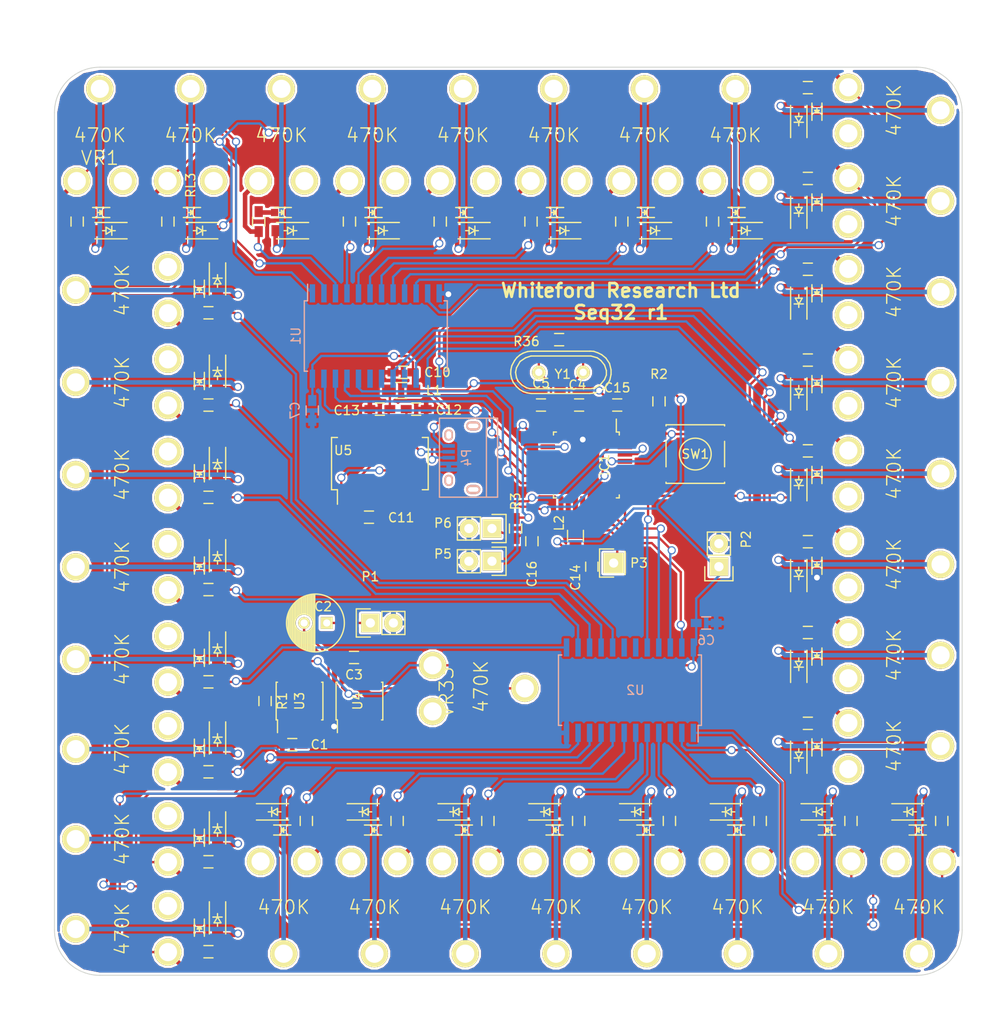
<source format=kicad_pcb>
(kicad_pcb (version 4) (host pcbnew "(2015-11-24 BZR 6329)-product")
  (layers (0 F.Cu signal) (31 B.Cu signal) (34 B.Paste user) (35 F.Paste user) (36 B.SilkS user) (37 F.SilkS user) (38 B.Mask user) (39 F.Mask user) (44 Edge.Cuts user))
  (net 0 "")
  (net 1 "Net-(C1-Pad1)")
  (net 2 GND)
  (net 3 "Net-(C2-Pad1)")
  (net 4 "Net-(C3-Pad1)")
  (net 5 "Net-(D1-Pad2)")
  (net 6 CV)
  (net 7 "Net-(D2-Pad2)")
  (net 8 "Net-(D3-Pad2)")
  (net 9 "Net-(D4-Pad2)")
  (net 10 "Net-(D5-Pad2)")
  (net 11 "Net-(D6-Pad2)")
  (net 12 "Net-(D7-Pad2)")
  (net 13 "Net-(D8-Pad2)")
  (net 14 "Net-(D9-Pad2)")
  (net 15 "Net-(D10-Pad2)")
  (net 16 "Net-(D11-Pad2)")
  (net 17 "Net-(D12-Pad2)")
  (net 18 "Net-(D13-Pad2)")
  (net 19 "Net-(D14-Pad2)")
  (net 20 "Net-(D15-Pad2)")
  (net 21 "Net-(D16-Pad2)")
  (net 22 "Net-(D17-Pad2)")
  (net 23 "Net-(D18-Pad2)")
  (net 24 "Net-(D19-Pad2)")
  (net 25 "Net-(D20-Pad2)")
  (net 26 "Net-(U3-Pad3)")
  (net 27 "Net-(C2-Pad2)")
  (net 28 "Net-(D21-Pad2)")
  (net 29 "Net-(D22-Pad2)")
  (net 30 "Net-(D23-Pad2)")
  (net 31 "Net-(D24-Pad2)")
  (net 32 "Net-(D25-Pad2)")
  (net 33 "Net-(D26-Pad2)")
  (net 34 "Net-(D27-Pad2)")
  (net 35 "Net-(D28-Pad2)")
  (net 36 "Net-(D29-Pad2)")
  (net 37 "Net-(D30-Pad2)")
  (net 38 "Net-(D31-Pad2)")
  (net 39 "Net-(D32-Pad2)")
  (net 40 "Net-(C4-Pad2)")
  (net 41 "Net-(C5-Pad2)")
  (net 42 +5V)
  (net 43 "Net-(C11-Pad2)")
  (net 44 "Net-(C12-Pad1)")
  (net 45 "Net-(C16-Pad1)")
  (net 46 "Net-(IC1-Pad9)")
  (net 47 "Net-(IC1-Pad10)")
  (net 48 MUX1_1)
  (net 49 MUX1_2)
  (net 50 MUX1_3)
  (net 51 MUX1_4)
  (net 52 "Net-(IC1-Pad18)")
  (net 53 "Net-(IC1-Pad20)")
  (net 54 MUX2_1)
  (net 55 MUX2_2)
  (net 56 MUX2_3)
  (net 57 MUX2_4)
  (net 58 "Net-(IC1-Pad29)")
  (net 59 FT232_TX)
  (net 60 FT232_RX)
  (net 61 USB_DM)
  (net 62 USB_DP)
  (net 63 M1)
  (net 64 M2)
  (net 65 M3)
  (net 66 M4)
  (net 67 M5)
  (net 68 M6)
  (net 69 M7)
  (net 70 M8)
  (net 71 M9)
  (net 72 M10)
  (net 73 M11)
  (net 74 M12)
  (net 75 M13)
  (net 76 M14)
  (net 77 M15)
  (net 78 M16)
  (net 79 M17)
  (net 80 M18)
  (net 81 M19)
  (net 82 M20)
  (net 83 M21)
  (net 84 M22)
  (net 85 M23)
  (net 86 M24)
  (net 87 M25)
  (net 88 M26)
  (net 89 M27)
  (net 90 M28)
  (net 91 M29)
  (net 92 M30)
  (net 93 M31)
  (net 94 M32)
  (net 95 "Net-(LED1-Pad2)")
  (net 96 "Net-(LED2-Pad2)")
  (net 97 "Net-(LED3-Pad2)")
  (net 98 "Net-(LED4-Pad2)")
  (net 99 "Net-(LED5-Pad2)")
  (net 100 "Net-(LED6-Pad2)")
  (net 101 "Net-(LED7-Pad2)")
  (net 102 "Net-(LED8-Pad2)")
  (net 103 "Net-(LED9-Pad2)")
  (net 104 "Net-(LED10-Pad2)")
  (net 105 "Net-(LED11-Pad2)")
  (net 106 "Net-(LED12-Pad2)")
  (net 107 "Net-(LED13-Pad2)")
  (net 108 "Net-(LED14-Pad2)")
  (net 109 "Net-(LED15-Pad2)")
  (net 110 "Net-(LED16-Pad2)")
  (net 111 "Net-(LED17-Pad2)")
  (net 112 "Net-(LED18-Pad2)")
  (net 113 "Net-(LED19-Pad2)")
  (net 114 "Net-(LED20-Pad2)")
  (net 115 "Net-(LED21-Pad2)")
  (net 116 "Net-(LED22-Pad2)")
  (net 117 "Net-(LED23-Pad2)")
  (net 118 "Net-(LED24-Pad2)")
  (net 119 "Net-(LED25-Pad2)")
  (net 120 "Net-(LED26-Pad2)")
  (net 121 "Net-(LED27-Pad2)")
  (net 122 "Net-(LED28-Pad2)")
  (net 123 "Net-(LED29-Pad2)")
  (net 124 "Net-(LED30-Pad2)")
  (net 125 "Net-(LED31-Pad2)")
  (net 126 "Net-(LED32-Pad2)")
  (module PNZ10Z:PNZ10Z (layer F.Cu) (at 99.964 54.544 90)
    (fp_text reference VR32 hide)
    (fp_text value 470K (at 0 -2.5 90) (layer F.SilkS) (effects (font (size 1.5 1.5))))
    (pad 1 thru_hole circle (at -2.54 2.54 90) (size 3 3) (drill 2) (layers *.Cu *.Mask F.SilkS) (net 94 M32))
    (pad 3 thru_hole circle (at 2.54 2.54 90) (size 3 3) (drill 2) (layers *.Cu *.Mask F.SilkS))
    (pad 2 thru_hole circle (at 0 -7.62 90) (size 3 3) (drill 2) (layers *.Cu *.Mask F.SilkS) (net 39 "Net-(D32-Pad2)"))
  )
  (module Diodes_SMD:SOD-123 (layer F.Cu) (at 107.964 53.544 270)
    (fp_text reference D32 hide)
    (fp_text value 1N4148 hide)
    (pad 1 smd rect (at -1.635 0 270) (size 0.91 1.22) (layers F.Cu F.Paste F.Mask) (net 6 CV))
    (pad 2 smd rect (at 1.635 0 270) (size 0.91 1.22) (layers F.Cu F.Paste F.Mask) (net 39 "Net-(D32-Pad2)"))
  )
  (module LEDs:LED_0603 (layer F.Cu) (at 105.964 54.544 270)
    (fp_text reference LED32 hide)
    (fp_text value LED hide)
    (pad 2 smd rect (at 0.7493 0 90) (size 0.79756 0.79756) (layers F.Cu F.Paste F.Mask) (net 126 "Net-(LED32-Pad2)"))
    (pad 1 smd rect (at -0.7493 0 90) (size 0.79756 0.79756) (layers F.Cu F.Paste F.Mask) (net 2 GND))
  )
  (module Resistors_SMD:R_0603_HandSoldering (layer F.Cu) (at 106.964 57.044 180)
    (fp_text reference RL32 hide)
    (fp_text value R hide)
    (pad 1 smd rect (at -1.1 0 180) (size 1.2 0.9) (layers F.Cu F.Paste F.Mask) (net 94 M32))
    (pad 2 smd rect (at 1.1 0 180) (size 1.2 0.9) (layers F.Cu F.Paste F.Mask) (net 126 "Net-(LED32-Pad2)"))
  )
  (module Resistors_SMD:R_0603_HandSoldering (layer F.Cu) (at 106.964 67.204 180)
    (fp_text reference RL31 hide)
    (fp_text value R hide)
    (pad 1 smd rect (at -1.1 0 180) (size 1.2 0.9) (layers F.Cu F.Paste F.Mask) (net 93 M31))
    (pad 2 smd rect (at 1.1 0 180) (size 1.2 0.9) (layers F.Cu F.Paste F.Mask) (net 125 "Net-(LED31-Pad2)"))
  )
  (module LEDs:LED_0603 (layer F.Cu) (at 105.964 64.704 270)
    (fp_text reference LED31 hide)
    (fp_text value LED hide)
    (pad 2 smd rect (at 0.7493 0 90) (size 0.79756 0.79756) (layers F.Cu F.Paste F.Mask) (net 125 "Net-(LED31-Pad2)"))
    (pad 1 smd rect (at -0.7493 0 90) (size 0.79756 0.79756) (layers F.Cu F.Paste F.Mask) (net 2 GND))
  )
  (module Diodes_SMD:SOD-123 (layer F.Cu) (at 107.964 63.704 270)
    (fp_text reference D31 hide)
    (fp_text value 1N4148 hide)
    (pad 1 smd rect (at -1.635 0 270) (size 0.91 1.22) (layers F.Cu F.Paste F.Mask) (net 6 CV))
    (pad 2 smd rect (at 1.635 0 270) (size 0.91 1.22) (layers F.Cu F.Paste F.Mask) (net 38 "Net-(D31-Pad2)"))
  )
  (module PNZ10Z:PNZ10Z (layer F.Cu) (at 99.964 64.704 90)
    (fp_text reference VR31 hide)
    (fp_text value 470K (at 0 -2.5 90) (layer F.SilkS) (effects (font (size 1.5 1.5))))
    (pad 1 thru_hole circle (at -2.54 2.54 90) (size 3 3) (drill 2) (layers *.Cu *.Mask F.SilkS) (net 93 M31))
    (pad 3 thru_hole circle (at 2.54 2.54 90) (size 3 3) (drill 2) (layers *.Cu *.Mask F.SilkS))
    (pad 2 thru_hole circle (at 0 -7.62 90) (size 3 3) (drill 2) (layers *.Cu *.Mask F.SilkS) (net 38 "Net-(D31-Pad2)"))
  )
  (module PNZ10Z:PNZ10Z (layer F.Cu) (at 99.964 74.864 90)
    (fp_text reference VR30 hide)
    (fp_text value 470K (at 0 -2.5 90) (layer F.SilkS) (effects (font (size 1.5 1.5))))
    (pad 1 thru_hole circle (at -2.54 2.54 90) (size 3 3) (drill 2) (layers *.Cu *.Mask F.SilkS) (net 92 M30))
    (pad 3 thru_hole circle (at 2.54 2.54 90) (size 3 3) (drill 2) (layers *.Cu *.Mask F.SilkS))
    (pad 2 thru_hole circle (at 0 -7.62 90) (size 3 3) (drill 2) (layers *.Cu *.Mask F.SilkS) (net 37 "Net-(D30-Pad2)"))
  )
  (module Diodes_SMD:SOD-123 (layer F.Cu) (at 107.964 73.864 270)
    (fp_text reference D30 hide)
    (fp_text value 1N4148 hide)
    (pad 1 smd rect (at -1.635 0 270) (size 0.91 1.22) (layers F.Cu F.Paste F.Mask) (net 6 CV))
    (pad 2 smd rect (at 1.635 0 270) (size 0.91 1.22) (layers F.Cu F.Paste F.Mask) (net 37 "Net-(D30-Pad2)"))
  )
  (module LEDs:LED_0603 (layer F.Cu) (at 105.964 74.864 270)
    (fp_text reference LED30 hide)
    (fp_text value LED hide)
    (pad 2 smd rect (at 0.7493 0 90) (size 0.79756 0.79756) (layers F.Cu F.Paste F.Mask) (net 124 "Net-(LED30-Pad2)"))
    (pad 1 smd rect (at -0.7493 0 90) (size 0.79756 0.79756) (layers F.Cu F.Paste F.Mask))
  )
  (module Resistors_SMD:R_0603_HandSoldering (layer F.Cu) (at 106.964 77.364 180)
    (fp_text reference RL30 hide)
    (fp_text value R hide)
    (pad 1 smd rect (at -1.1 0 180) (size 1.2 0.9) (layers F.Cu F.Paste F.Mask) (net 92 M30))
    (pad 2 smd rect (at 1.1 0 180) (size 1.2 0.9) (layers F.Cu F.Paste F.Mask) (net 124 "Net-(LED30-Pad2)"))
  )
  (module Resistors_SMD:R_0603_HandSoldering (layer F.Cu) (at 106.964 87.524 180)
    (fp_text reference RL29 hide)
    (fp_text value R hide)
    (pad 1 smd rect (at -1.1 0 180) (size 1.2 0.9) (layers F.Cu F.Paste F.Mask) (net 91 M29))
    (pad 2 smd rect (at 1.1 0 180) (size 1.2 0.9) (layers F.Cu F.Paste F.Mask) (net 123 "Net-(LED29-Pad2)"))
  )
  (module LEDs:LED_0603 (layer F.Cu) (at 105.964 85.024 270)
    (fp_text reference LED29 hide)
    (fp_text value LED hide)
    (pad 2 smd rect (at 0.7493 0 90) (size 0.79756 0.79756) (layers F.Cu F.Paste F.Mask) (net 123 "Net-(LED29-Pad2)"))
    (pad 1 smd rect (at -0.7493 0 90) (size 0.79756 0.79756) (layers F.Cu F.Paste F.Mask) (net 2 GND))
  )
  (module Diodes_SMD:SOD-123 (layer F.Cu) (at 107.964 84.024 270)
    (fp_text reference D29 hide)
    (fp_text value 1N4148 hide)
    (pad 1 smd rect (at -1.635 0 270) (size 0.91 1.22) (layers F.Cu F.Paste F.Mask) (net 6 CV))
    (pad 2 smd rect (at 1.635 0 270) (size 0.91 1.22) (layers F.Cu F.Paste F.Mask) (net 36 "Net-(D29-Pad2)"))
  )
  (module PNZ10Z:PNZ10Z (layer F.Cu) (at 99.964 85.024 90)
    (fp_text reference VR29 hide)
    (fp_text value 470K (at 0 -2.5 90) (layer F.SilkS) (effects (font (size 1.5 1.5))))
    (pad 1 thru_hole circle (at -2.54 2.54 90) (size 3 3) (drill 2) (layers *.Cu *.Mask F.SilkS) (net 91 M29))
    (pad 3 thru_hole circle (at 2.54 2.54 90) (size 3 3) (drill 2) (layers *.Cu *.Mask F.SilkS))
    (pad 2 thru_hole circle (at 0 -7.62 90) (size 3 3) (drill 2) (layers *.Cu *.Mask F.SilkS) (net 36 "Net-(D29-Pad2)"))
  )
  (module PNZ10Z:PNZ10Z (layer F.Cu) (at 99.964 95.184 90)
    (fp_text reference VR28 hide)
    (fp_text value 470K (at 0 -2.5 90) (layer F.SilkS) (effects (font (size 1.5 1.5))))
    (pad 1 thru_hole circle (at -2.54 2.54 90) (size 3 3) (drill 2) (layers *.Cu *.Mask F.SilkS) (net 90 M28))
    (pad 3 thru_hole circle (at 2.54 2.54 90) (size 3 3) (drill 2) (layers *.Cu *.Mask F.SilkS))
    (pad 2 thru_hole circle (at 0 -7.62 90) (size 3 3) (drill 2) (layers *.Cu *.Mask F.SilkS) (net 35 "Net-(D28-Pad2)"))
  )
  (module Diodes_SMD:SOD-123 (layer F.Cu) (at 107.964 94.184 270)
    (fp_text reference D28 hide)
    (fp_text value 1N4148 hide)
    (pad 1 smd rect (at -1.635 0 270) (size 0.91 1.22) (layers F.Cu F.Paste F.Mask) (net 6 CV))
    (pad 2 smd rect (at 1.635 0 270) (size 0.91 1.22) (layers F.Cu F.Paste F.Mask) (net 35 "Net-(D28-Pad2)"))
  )
  (module LEDs:LED_0603 (layer F.Cu) (at 105.964 95.184 270)
    (fp_text reference LED28 hide)
    (fp_text value LED hide)
    (pad 2 smd rect (at 0.7493 0 90) (size 0.79756 0.79756) (layers F.Cu F.Paste F.Mask) (net 122 "Net-(LED28-Pad2)"))
    (pad 1 smd rect (at -0.7493 0 90) (size 0.79756 0.79756) (layers F.Cu F.Paste F.Mask) (net 2 GND))
  )
  (module Resistors_SMD:R_0603_HandSoldering (layer F.Cu) (at 106.964 97.684 180)
    (fp_text reference RL28 hide)
    (fp_text value R hide)
    (pad 1 smd rect (at -1.1 0 180) (size 1.2 0.9) (layers F.Cu F.Paste F.Mask) (net 90 M28))
    (pad 2 smd rect (at 1.1 0 180) (size 1.2 0.9) (layers F.Cu F.Paste F.Mask) (net 122 "Net-(LED28-Pad2)"))
  )
  (module Resistors_SMD:R_0603_HandSoldering (layer F.Cu) (at 106.964 107.59 180)
    (fp_text reference RL27 hide)
    (fp_text value R hide)
    (pad 1 smd rect (at -1.1 0 180) (size 1.2 0.9) (layers F.Cu F.Paste F.Mask) (net 89 M27))
    (pad 2 smd rect (at 1.1 0 180) (size 1.2 0.9) (layers F.Cu F.Paste F.Mask) (net 121 "Net-(LED27-Pad2)"))
  )
  (module LEDs:LED_0603 (layer F.Cu) (at 105.964 105.09 270)
    (fp_text reference LED27 hide)
    (fp_text value LED hide)
    (pad 2 smd rect (at 0.7493 0 90) (size 0.79756 0.79756) (layers F.Cu F.Paste F.Mask) (net 121 "Net-(LED27-Pad2)"))
    (pad 1 smd rect (at -0.7493 0 90) (size 0.79756 0.79756) (layers F.Cu F.Paste F.Mask) (net 2 GND))
  )
  (module Diodes_SMD:SOD-123 (layer F.Cu) (at 107.964 104.09 270)
    (fp_text reference D27 hide)
    (fp_text value 1N4148 hide)
    (pad 1 smd rect (at -1.635 0 270) (size 0.91 1.22) (layers F.Cu F.Paste F.Mask) (net 6 CV))
    (pad 2 smd rect (at 1.635 0 270) (size 0.91 1.22) (layers F.Cu F.Paste F.Mask) (net 34 "Net-(D27-Pad2)"))
  )
  (module PNZ10Z:PNZ10Z (layer F.Cu) (at 99.964 105.09 90)
    (fp_text reference VR27 hide)
    (fp_text value 470K (at 0 -2.5 90) (layer F.SilkS) (effects (font (size 1.5 1.5))))
    (pad 1 thru_hole circle (at -2.54 2.54 90) (size 3 3) (drill 2) (layers *.Cu *.Mask F.SilkS) (net 89 M27))
    (pad 3 thru_hole circle (at 2.54 2.54 90) (size 3 3) (drill 2) (layers *.Cu *.Mask F.SilkS))
    (pad 2 thru_hole circle (at 0 -7.62 90) (size 3 3) (drill 2) (layers *.Cu *.Mask F.SilkS) (net 34 "Net-(D27-Pad2)"))
  )
  (module PNZ10Z:PNZ10Z (layer F.Cu) (at 99.964 114.996 90)
    (fp_text reference VR26 hide)
    (fp_text value 470K (at 0 -2.5 90) (layer F.SilkS) (effects (font (size 1.5 1.5))))
    (pad 1 thru_hole circle (at -2.54 2.54 90) (size 3 3) (drill 2) (layers *.Cu *.Mask F.SilkS) (net 88 M26))
    (pad 3 thru_hole circle (at 2.54 2.54 90) (size 3 3) (drill 2) (layers *.Cu *.Mask F.SilkS))
    (pad 2 thru_hole circle (at 0 -7.62 90) (size 3 3) (drill 2) (layers *.Cu *.Mask F.SilkS) (net 33 "Net-(D26-Pad2)"))
  )
  (module Diodes_SMD:SOD-123 (layer F.Cu) (at 107.964 113.996 270)
    (fp_text reference D26 hide)
    (fp_text value 1N4148 hide)
    (pad 1 smd rect (at -1.635 0 270) (size 0.91 1.22) (layers F.Cu F.Paste F.Mask) (net 6 CV))
    (pad 2 smd rect (at 1.635 0 270) (size 0.91 1.22) (layers F.Cu F.Paste F.Mask) (net 33 "Net-(D26-Pad2)"))
  )
  (module LEDs:LED_0603 (layer F.Cu) (at 105.964 114.996 270)
    (fp_text reference LED26 hide)
    (fp_text value LED hide)
    (pad 2 smd rect (at 0.7493 0 90) (size 0.79756 0.79756) (layers F.Cu F.Paste F.Mask) (net 120 "Net-(LED26-Pad2)"))
    (pad 1 smd rect (at -0.7493 0 90) (size 0.79756 0.79756) (layers F.Cu F.Paste F.Mask) (net 2 GND))
  )
  (module Resistors_SMD:R_0603_HandSoldering (layer F.Cu) (at 106.964 117.496 180)
    (fp_text reference RL26 hide)
    (fp_text value R hide)
    (pad 1 smd rect (at -1.1 0 180) (size 1.2 0.9) (layers F.Cu F.Paste F.Mask) (net 88 M26))
    (pad 2 smd rect (at 1.1 0 180) (size 1.2 0.9) (layers F.Cu F.Paste F.Mask) (net 120 "Net-(LED26-Pad2)"))
  )
  (module Resistors_SMD:R_0603_HandSoldering (layer F.Cu) (at 106.964 127.402 180)
    (fp_text reference RL25 hide)
    (fp_text value R hide)
    (pad 1 smd rect (at -1.1 0 180) (size 1.2 0.9) (layers F.Cu F.Paste F.Mask) (net 87 M25))
    (pad 2 smd rect (at 1.1 0 180) (size 1.2 0.9) (layers F.Cu F.Paste F.Mask) (net 119 "Net-(LED25-Pad2)"))
  )
  (module LEDs:LED_0603 (layer F.Cu) (at 105.964 124.902 270)
    (fp_text reference LED25 hide)
    (fp_text value LED hide)
    (pad 2 smd rect (at 0.7493 0 90) (size 0.79756 0.79756) (layers F.Cu F.Paste F.Mask) (net 119 "Net-(LED25-Pad2)"))
    (pad 1 smd rect (at -0.7493 0 90) (size 0.79756 0.79756) (layers F.Cu F.Paste F.Mask) (net 2 GND))
  )
  (module Diodes_SMD:SOD-123 (layer F.Cu) (at 107.964 123.902 270)
    (fp_text reference D25 hide)
    (fp_text value 1N4148 hide)
    (pad 1 smd rect (at -1.635 0 270) (size 0.91 1.22) (layers F.Cu F.Paste F.Mask) (net 6 CV))
    (pad 2 smd rect (at 1.635 0 270) (size 0.91 1.22) (layers F.Cu F.Paste F.Mask) (net 32 "Net-(D25-Pad2)"))
  )
  (module PNZ10Z:PNZ10Z (layer F.Cu) (at 99.964 124.902 90)
    (fp_text reference VR25 hide)
    (fp_text value 470K (at 0 -2.5 90) (layer F.SilkS) (effects (font (size 1.5 1.5))))
    (pad 1 thru_hole circle (at -2.54 2.54 90) (size 3 3) (drill 2) (layers *.Cu *.Mask F.SilkS) (net 87 M25))
    (pad 3 thru_hole circle (at 2.54 2.54 90) (size 3 3) (drill 2) (layers *.Cu *.Mask F.SilkS))
    (pad 2 thru_hole circle (at 0 -7.62 90) (size 3 3) (drill 2) (layers *.Cu *.Mask F.SilkS) (net 32 "Net-(D25-Pad2)"))
  )
  (module PNZ10Z:PNZ10Z (layer F.Cu) (at 115.25 120 180)
    (fp_text reference VR24 hide)
    (fp_text value 470K (at 0 -2.5 180) (layer F.SilkS) (effects (font (size 1.5 1.5))))
    (pad 1 thru_hole circle (at -2.54 2.54 180) (size 3 3) (drill 2) (layers *.Cu *.Mask F.SilkS) (net 86 M24))
    (pad 3 thru_hole circle (at 2.54 2.54 180) (size 3 3) (drill 2) (layers *.Cu *.Mask F.SilkS))
    (pad 2 thru_hole circle (at 0 -7.62 180) (size 3 3) (drill 2) (layers *.Cu *.Mask F.SilkS) (net 31 "Net-(D24-Pad2)"))
  )
  (module Diodes_SMD:SOD-123 (layer F.Cu) (at 114.25 112)
    (fp_text reference D24 hide)
    (fp_text value 1N4148 hide)
    (pad 1 smd rect (at -1.635 0) (size 0.91 1.22) (layers F.Cu F.Paste F.Mask) (net 6 CV))
    (pad 2 smd rect (at 1.635 0) (size 0.91 1.22) (layers F.Cu F.Paste F.Mask) (net 31 "Net-(D24-Pad2)"))
  )
  (module LEDs:LED_0603 (layer F.Cu) (at 115.25 114)
    (fp_text reference LED24 hide)
    (fp_text value LED hide)
    (pad 2 smd rect (at 0.7493 0 180) (size 0.79756 0.79756) (layers F.Cu F.Paste F.Mask) (net 118 "Net-(LED24-Pad2)"))
    (pad 1 smd rect (at -0.7493 0 180) (size 0.79756 0.79756) (layers F.Cu F.Paste F.Mask) (net 2 GND))
  )
  (module Resistors_SMD:R_0603_HandSoldering (layer F.Cu) (at 117.75 113 270)
    (fp_text reference RL24 hide)
    (fp_text value R hide)
    (pad 1 smd rect (at -1.1 0 270) (size 1.2 0.9) (layers F.Cu F.Paste F.Mask) (net 86 M24))
    (pad 2 smd rect (at 1.1 0 270) (size 1.2 0.9) (layers F.Cu F.Paste F.Mask) (net 118 "Net-(LED24-Pad2)"))
  )
  (module Resistors_SMD:R_0603_HandSoldering (layer F.Cu) (at 127.75 113 270)
    (fp_text reference RL23 hide)
    (fp_text value R hide)
    (pad 1 smd rect (at -1.1 0 270) (size 1.2 0.9) (layers F.Cu F.Paste F.Mask) (net 85 M23))
    (pad 2 smd rect (at 1.1 0 270) (size 1.2 0.9) (layers F.Cu F.Paste F.Mask) (net 117 "Net-(LED23-Pad2)"))
  )
  (module LEDs:LED_0603 (layer F.Cu) (at 125.25 114)
    (fp_text reference LED23 hide)
    (fp_text value LED hide)
    (pad 2 smd rect (at 0.7493 0 180) (size 0.79756 0.79756) (layers F.Cu F.Paste F.Mask) (net 117 "Net-(LED23-Pad2)"))
    (pad 1 smd rect (at -0.7493 0 180) (size 0.79756 0.79756) (layers F.Cu F.Paste F.Mask) (net 2 GND))
  )
  (module Diodes_SMD:SOD-123 (layer F.Cu) (at 124.25 112)
    (fp_text reference D23 hide)
    (fp_text value 1N4148 hide)
    (pad 1 smd rect (at -1.635 0) (size 0.91 1.22) (layers F.Cu F.Paste F.Mask) (net 6 CV))
    (pad 2 smd rect (at 1.635 0) (size 0.91 1.22) (layers F.Cu F.Paste F.Mask) (net 30 "Net-(D23-Pad2)"))
  )
  (module PNZ10Z:PNZ10Z (layer F.Cu) (at 125.25 120 180)
    (fp_text reference VR23 hide)
    (fp_text value 470K (at 0 -2.5 180) (layer F.SilkS) (effects (font (size 1.5 1.5))))
    (pad 1 thru_hole circle (at -2.54 2.54 180) (size 3 3) (drill 2) (layers *.Cu *.Mask F.SilkS) (net 85 M23))
    (pad 3 thru_hole circle (at 2.54 2.54 180) (size 3 3) (drill 2) (layers *.Cu *.Mask F.SilkS))
    (pad 2 thru_hole circle (at 0 -7.62 180) (size 3 3) (drill 2) (layers *.Cu *.Mask F.SilkS) (net 30 "Net-(D23-Pad2)"))
  )
  (module PNZ10Z:PNZ10Z (layer F.Cu) (at 135.25 120 180)
    (fp_text reference VR22 hide)
    (fp_text value 470K (at 0 -2.5 180) (layer F.SilkS) (effects (font (size 1.5 1.5))))
    (pad 1 thru_hole circle (at -2.54 2.54 180) (size 3 3) (drill 2) (layers *.Cu *.Mask F.SilkS) (net 84 M22))
    (pad 3 thru_hole circle (at 2.54 2.54 180) (size 3 3) (drill 2) (layers *.Cu *.Mask F.SilkS))
    (pad 2 thru_hole circle (at 0 -7.62 180) (size 3 3) (drill 2) (layers *.Cu *.Mask F.SilkS) (net 29 "Net-(D22-Pad2)"))
  )
  (module Diodes_SMD:SOD-123 (layer F.Cu) (at 134.25 112)
    (fp_text reference D22 hide)
    (fp_text value 1N4148 hide)
    (pad 1 smd rect (at -1.635 0) (size 0.91 1.22) (layers F.Cu F.Paste F.Mask) (net 6 CV))
    (pad 2 smd rect (at 1.635 0) (size 0.91 1.22) (layers F.Cu F.Paste F.Mask) (net 29 "Net-(D22-Pad2)"))
  )
  (module LEDs:LED_0603 (layer F.Cu) (at 135.25 114)
    (fp_text reference LED22 hide)
    (fp_text value LED hide)
    (pad 2 smd rect (at 0.7493 0 180) (size 0.79756 0.79756) (layers F.Cu F.Paste F.Mask) (net 116 "Net-(LED22-Pad2)"))
    (pad 1 smd rect (at -0.7493 0 180) (size 0.79756 0.79756) (layers F.Cu F.Paste F.Mask) (net 2 GND))
  )
  (module Resistors_SMD:R_0603_HandSoldering (layer F.Cu) (at 137.75 113 270)
    (fp_text reference RL22 hide)
    (fp_text value R hide)
    (pad 1 smd rect (at -1.1 0 270) (size 1.2 0.9) (layers F.Cu F.Paste F.Mask) (net 84 M22))
    (pad 2 smd rect (at 1.1 0 270) (size 1.2 0.9) (layers F.Cu F.Paste F.Mask) (net 116 "Net-(LED22-Pad2)"))
  )
  (module Resistors_SMD:R_0603_HandSoldering (layer F.Cu) (at 147.75 113 270)
    (fp_text reference RL21 hide)
    (fp_text value R hide)
    (pad 1 smd rect (at -1.1 0 270) (size 1.2 0.9) (layers F.Cu F.Paste F.Mask) (net 83 M21))
    (pad 2 smd rect (at 1.1 0 270) (size 1.2 0.9) (layers F.Cu F.Paste F.Mask) (net 115 "Net-(LED21-Pad2)"))
  )
  (module LEDs:LED_0603 (layer F.Cu) (at 145.25 114)
    (fp_text reference LED21 hide)
    (fp_text value LED hide)
    (pad 2 smd rect (at 0.7493 0 180) (size 0.79756 0.79756) (layers F.Cu F.Paste F.Mask) (net 115 "Net-(LED21-Pad2)"))
    (pad 1 smd rect (at -0.7493 0 180) (size 0.79756 0.79756) (layers F.Cu F.Paste F.Mask) (net 2 GND))
  )
  (module Diodes_SMD:SOD-123 (layer F.Cu) (at 144.25 112)
    (fp_text reference D21 hide)
    (fp_text value 1N4148 hide)
    (pad 1 smd rect (at -1.635 0) (size 0.91 1.22) (layers F.Cu F.Paste F.Mask) (net 6 CV))
    (pad 2 smd rect (at 1.635 0) (size 0.91 1.22) (layers F.Cu F.Paste F.Mask) (net 28 "Net-(D21-Pad2)"))
  )
  (module PNZ10Z:PNZ10Z (layer F.Cu) (at 145.25 120 180)
    (fp_text reference VR21 hide)
    (fp_text value 470K (at 0 -2.5 180) (layer F.SilkS) (effects (font (size 1.5 1.5))))
    (pad 1 thru_hole circle (at -2.54 2.54 180) (size 3 3) (drill 2) (layers *.Cu *.Mask F.SilkS) (net 83 M21))
    (pad 3 thru_hole circle (at 2.54 2.54 180) (size 3 3) (drill 2) (layers *.Cu *.Mask F.SilkS))
    (pad 2 thru_hole circle (at 0 -7.62 180) (size 3 3) (drill 2) (layers *.Cu *.Mask F.SilkS) (net 28 "Net-(D21-Pad2)"))
  )
  (module PNZ10Z:PNZ10Z (layer F.Cu) (at 155.25 120 180)
    (fp_text reference VR20 hide)
    (fp_text value 470K (at 0 -2.5 180) (layer F.SilkS) (effects (font (size 1.5 1.5))))
    (pad 1 thru_hole circle (at -2.54 2.54 180) (size 3 3) (drill 2) (layers *.Cu *.Mask F.SilkS) (net 82 M20))
    (pad 3 thru_hole circle (at 2.54 2.54 180) (size 3 3) (drill 2) (layers *.Cu *.Mask F.SilkS))
    (pad 2 thru_hole circle (at 0 -7.62 180) (size 3 3) (drill 2) (layers *.Cu *.Mask F.SilkS) (net 25 "Net-(D20-Pad2)"))
  )
  (module Diodes_SMD:SOD-123 (layer F.Cu) (at 154.25 112)
    (fp_text reference D20 hide)
    (fp_text value 1N4148 hide)
    (pad 1 smd rect (at -1.635 0) (size 0.91 1.22) (layers F.Cu F.Paste F.Mask) (net 6 CV))
    (pad 2 smd rect (at 1.635 0) (size 0.91 1.22) (layers F.Cu F.Paste F.Mask) (net 25 "Net-(D20-Pad2)"))
  )
  (module LEDs:LED_0603 (layer F.Cu) (at 155.25 114)
    (fp_text reference LED20 hide)
    (fp_text value LED hide)
    (pad 2 smd rect (at 0.7493 0 180) (size 0.79756 0.79756) (layers F.Cu F.Paste F.Mask) (net 114 "Net-(LED20-Pad2)"))
    (pad 1 smd rect (at -0.7493 0 180) (size 0.79756 0.79756) (layers F.Cu F.Paste F.Mask))
  )
  (module Resistors_SMD:R_0603_HandSoldering (layer F.Cu) (at 157.75 113 270)
    (fp_text reference RL20 hide)
    (fp_text value R hide)
    (pad 1 smd rect (at -1.1 0 270) (size 1.2 0.9) (layers F.Cu F.Paste F.Mask) (net 82 M20))
    (pad 2 smd rect (at 1.1 0 270) (size 1.2 0.9) (layers F.Cu F.Paste F.Mask) (net 114 "Net-(LED20-Pad2)"))
  )
  (module Resistors_SMD:R_0603_HandSoldering (layer F.Cu) (at 167.75 113 270)
    (fp_text reference RL19 hide)
    (fp_text value R hide)
    (pad 1 smd rect (at -1.1 0 270) (size 1.2 0.9) (layers F.Cu F.Paste F.Mask) (net 81 M19))
    (pad 2 smd rect (at 1.1 0 270) (size 1.2 0.9) (layers F.Cu F.Paste F.Mask) (net 113 "Net-(LED19-Pad2)"))
  )
  (module LEDs:LED_0603 (layer F.Cu) (at 165.25 114)
    (fp_text reference LED19 hide)
    (fp_text value LED hide)
    (pad 2 smd rect (at 0.7493 0 180) (size 0.79756 0.79756) (layers F.Cu F.Paste F.Mask) (net 113 "Net-(LED19-Pad2)"))
    (pad 1 smd rect (at -0.7493 0 180) (size 0.79756 0.79756) (layers F.Cu F.Paste F.Mask) (net 2 GND))
  )
  (module Diodes_SMD:SOD-123 (layer F.Cu) (at 164.25 112)
    (fp_text reference D19 hide)
    (fp_text value 1N4148 hide)
    (pad 1 smd rect (at -1.635 0) (size 0.91 1.22) (layers F.Cu F.Paste F.Mask) (net 6 CV))
    (pad 2 smd rect (at 1.635 0) (size 0.91 1.22) (layers F.Cu F.Paste F.Mask) (net 24 "Net-(D19-Pad2)"))
  )
  (module PNZ10Z:PNZ10Z (layer F.Cu) (at 165.25 120 180)
    (fp_text reference VR19 hide)
    (fp_text value 470K (at 0 -2.5 180) (layer F.SilkS) (effects (font (size 1.5 1.5))))
    (pad 1 thru_hole circle (at -2.54 2.54 180) (size 3 3) (drill 2) (layers *.Cu *.Mask F.SilkS) (net 81 M19))
    (pad 3 thru_hole circle (at 2.54 2.54 180) (size 3 3) (drill 2) (layers *.Cu *.Mask F.SilkS))
    (pad 2 thru_hole circle (at 0 -7.62 180) (size 3 3) (drill 2) (layers *.Cu *.Mask F.SilkS) (net 24 "Net-(D19-Pad2)"))
  )
  (module PNZ10Z:PNZ10Z (layer F.Cu) (at 175.25 120 180)
    (fp_text reference VR18 hide)
    (fp_text value 470K (at 0 -2.5 180) (layer F.SilkS) (effects (font (size 1.5 1.5))))
    (pad 1 thru_hole circle (at -2.54 2.54 180) (size 3 3) (drill 2) (layers *.Cu *.Mask F.SilkS) (net 80 M18))
    (pad 3 thru_hole circle (at 2.54 2.54 180) (size 3 3) (drill 2) (layers *.Cu *.Mask F.SilkS))
    (pad 2 thru_hole circle (at 0 -7.62 180) (size 3 3) (drill 2) (layers *.Cu *.Mask F.SilkS) (net 23 "Net-(D18-Pad2)"))
  )
  (module Diodes_SMD:SOD-123 (layer F.Cu) (at 174.25 112)
    (fp_text reference D18 hide)
    (fp_text value 1N4148 hide)
    (pad 1 smd rect (at -1.635 0) (size 0.91 1.22) (layers F.Cu F.Paste F.Mask) (net 6 CV))
    (pad 2 smd rect (at 1.635 0) (size 0.91 1.22) (layers F.Cu F.Paste F.Mask) (net 23 "Net-(D18-Pad2)"))
  )
  (module LEDs:LED_0603 (layer F.Cu) (at 175.25 114)
    (fp_text reference LED18 hide)
    (fp_text value LED hide)
    (pad 2 smd rect (at 0.7493 0 180) (size 0.79756 0.79756) (layers F.Cu F.Paste F.Mask) (net 112 "Net-(LED18-Pad2)"))
    (pad 1 smd rect (at -0.7493 0 180) (size 0.79756 0.79756) (layers F.Cu F.Paste F.Mask) (net 2 GND))
  )
  (module Resistors_SMD:R_0603_HandSoldering (layer F.Cu) (at 177.75 113 270)
    (fp_text reference RL18 hide)
    (fp_text value R hide)
    (pad 1 smd rect (at -1.1 0 270) (size 1.2 0.9) (layers F.Cu F.Paste F.Mask) (net 80 M18))
    (pad 2 smd rect (at 1.1 0 270) (size 1.2 0.9) (layers F.Cu F.Paste F.Mask) (net 112 "Net-(LED18-Pad2)"))
  )
  (module Resistors_SMD:R_0603_HandSoldering (layer F.Cu) (at 187.75 113 270)
    (fp_text reference RL17 hide)
    (fp_text value R hide)
    (pad 1 smd rect (at -1.1 0 270) (size 1.2 0.9) (layers F.Cu F.Paste F.Mask) (net 79 M17))
    (pad 2 smd rect (at 1.1 0 270) (size 1.2 0.9) (layers F.Cu F.Paste F.Mask) (net 111 "Net-(LED17-Pad2)"))
  )
  (module LEDs:LED_0603 (layer F.Cu) (at 185.25 114)
    (fp_text reference LED17 hide)
    (fp_text value LED hide)
    (pad 2 smd rect (at 0.7493 0 180) (size 0.79756 0.79756) (layers F.Cu F.Paste F.Mask) (net 111 "Net-(LED17-Pad2)"))
    (pad 1 smd rect (at -0.7493 0 180) (size 0.79756 0.79756) (layers F.Cu F.Paste F.Mask) (net 2 GND))
  )
  (module Diodes_SMD:SOD-123 (layer F.Cu) (at 184.25 112)
    (fp_text reference D17 hide)
    (fp_text value 1N4148 hide)
    (pad 1 smd rect (at -1.635 0) (size 0.91 1.22) (layers F.Cu F.Paste F.Mask) (net 6 CV))
    (pad 2 smd rect (at 1.635 0) (size 0.91 1.22) (layers F.Cu F.Paste F.Mask) (net 22 "Net-(D17-Pad2)"))
  )
  (module PNZ10Z:PNZ10Z (layer F.Cu) (at 185.25 120 180)
    (fp_text reference VR17 hide)
    (fp_text value 470K (at 0 -2.5 180) (layer F.SilkS) (effects (font (size 1.5 1.5))))
    (pad 1 thru_hole circle (at -2.54 2.54 180) (size 3 3) (drill 2) (layers *.Cu *.Mask F.SilkS) (net 79 M17))
    (pad 3 thru_hole circle (at 2.54 2.54 180) (size 3 3) (drill 2) (layers *.Cu *.Mask F.SilkS))
    (pad 2 thru_hole circle (at 0 -7.62 180) (size 3 3) (drill 2) (layers *.Cu *.Mask F.SilkS) (net 22 "Net-(D17-Pad2)"))
  )
  (module PNZ10Z:PNZ10Z (layer F.Cu) (at 180 104.75 270)
    (fp_text reference VR16 hide)
    (fp_text value 470K (at 0 -2.5 270) (layer F.SilkS) (effects (font (size 1.5 1.5))))
    (pad 1 thru_hole circle (at -2.54 2.54 270) (size 3 3) (drill 2) (layers *.Cu *.Mask F.SilkS) (net 78 M16))
    (pad 3 thru_hole circle (at 2.54 2.54 270) (size 3 3) (drill 2) (layers *.Cu *.Mask F.SilkS))
    (pad 2 thru_hole circle (at 0 -7.62 270) (size 3 3) (drill 2) (layers *.Cu *.Mask F.SilkS) (net 21 "Net-(D16-Pad2)"))
  )
  (module Diodes_SMD:SOD-123 (layer F.Cu) (at 172 105.75 90)
    (fp_text reference D16 hide)
    (fp_text value 1N4148 hide)
    (pad 1 smd rect (at -1.635 0 90) (size 0.91 1.22) (layers F.Cu F.Paste F.Mask) (net 6 CV))
    (pad 2 smd rect (at 1.635 0 90) (size 0.91 1.22) (layers F.Cu F.Paste F.Mask) (net 21 "Net-(D16-Pad2)"))
  )
  (module LEDs:LED_0603 (layer F.Cu) (at 174 104.75 90)
    (fp_text reference LED16 hide)
    (fp_text value LED hide)
    (pad 2 smd rect (at 0.7493 0 270) (size 0.79756 0.79756) (layers F.Cu F.Paste F.Mask) (net 110 "Net-(LED16-Pad2)"))
    (pad 1 smd rect (at -0.7493 0 270) (size 0.79756 0.79756) (layers F.Cu F.Paste F.Mask) (net 2 GND))
  )
  (module Resistors_SMD:R_0603_HandSoldering (layer F.Cu) (at 173 102.25)
    (fp_text reference RL16 hide)
    (fp_text value R hide)
    (pad 1 smd rect (at -1.1 0) (size 1.2 0.9) (layers F.Cu F.Paste F.Mask) (net 78 M16))
    (pad 2 smd rect (at 1.1 0) (size 1.2 0.9) (layers F.Cu F.Paste F.Mask) (net 110 "Net-(LED16-Pad2)"))
  )
  (module Resistors_SMD:R_0603_HandSoldering (layer F.Cu) (at 173 92.25)
    (fp_text reference RL15 hide)
    (fp_text value R hide)
    (pad 1 smd rect (at -1.1 0) (size 1.2 0.9) (layers F.Cu F.Paste F.Mask) (net 77 M15))
    (pad 2 smd rect (at 1.1 0) (size 1.2 0.9) (layers F.Cu F.Paste F.Mask) (net 109 "Net-(LED15-Pad2)"))
  )
  (module LEDs:LED_0603 (layer F.Cu) (at 174 94.75 90)
    (fp_text reference LED15 hide)
    (fp_text value LED hide)
    (pad 2 smd rect (at 0.7493 0 270) (size 0.79756 0.79756) (layers F.Cu F.Paste F.Mask) (net 109 "Net-(LED15-Pad2)"))
    (pad 1 smd rect (at -0.7493 0 270) (size 0.79756 0.79756) (layers F.Cu F.Paste F.Mask) (net 2 GND))
  )
  (module Diodes_SMD:SOD-123 (layer F.Cu) (at 172 95.75 90)
    (fp_text reference D15 hide)
    (fp_text value 1N4148 hide)
    (pad 1 smd rect (at -1.635 0 90) (size 0.91 1.22) (layers F.Cu F.Paste F.Mask) (net 6 CV))
    (pad 2 smd rect (at 1.635 0 90) (size 0.91 1.22) (layers F.Cu F.Paste F.Mask) (net 20 "Net-(D15-Pad2)"))
  )
  (module PNZ10Z:PNZ10Z (layer F.Cu) (at 180 94.75 270)
    (fp_text reference VR15 hide)
    (fp_text value 470K (at 0 -2.5 270) (layer F.SilkS) (effects (font (size 1.5 1.5))))
    (pad 1 thru_hole circle (at -2.54 2.54 270) (size 3 3) (drill 2) (layers *.Cu *.Mask F.SilkS) (net 77 M15))
    (pad 3 thru_hole circle (at 2.54 2.54 270) (size 3 3) (drill 2) (layers *.Cu *.Mask F.SilkS))
    (pad 2 thru_hole circle (at 0 -7.62 270) (size 3 3) (drill 2) (layers *.Cu *.Mask F.SilkS) (net 20 "Net-(D15-Pad2)"))
  )
  (module PNZ10Z:PNZ10Z (layer F.Cu) (at 180 84.75 270)
    (fp_text reference VR14 hide)
    (fp_text value 470K (at 0 -2.5 270) (layer F.SilkS) (effects (font (size 1.5 1.5))))
    (pad 1 thru_hole circle (at -2.54 2.54 270) (size 3 3) (drill 2) (layers *.Cu *.Mask F.SilkS) (net 76 M14))
    (pad 3 thru_hole circle (at 2.54 2.54 270) (size 3 3) (drill 2) (layers *.Cu *.Mask F.SilkS))
    (pad 2 thru_hole circle (at 0 -7.62 270) (size 3 3) (drill 2) (layers *.Cu *.Mask F.SilkS) (net 19 "Net-(D14-Pad2)"))
  )
  (module Diodes_SMD:SOD-123 (layer F.Cu) (at 172 85.75 90)
    (fp_text reference D14 hide)
    (fp_text value 1N4148 hide)
    (pad 1 smd rect (at -1.635 0 90) (size 0.91 1.22) (layers F.Cu F.Paste F.Mask) (net 6 CV))
    (pad 2 smd rect (at 1.635 0 90) (size 0.91 1.22) (layers F.Cu F.Paste F.Mask) (net 19 "Net-(D14-Pad2)"))
  )
  (module LEDs:LED_0603 (layer F.Cu) (at 174 84.75 90)
    (fp_text reference LED14 hide)
    (fp_text value LED hide)
    (pad 2 smd rect (at 0.7493 0 270) (size 0.79756 0.79756) (layers F.Cu F.Paste F.Mask) (net 108 "Net-(LED14-Pad2)"))
    (pad 1 smd rect (at -0.7493 0 270) (size 0.79756 0.79756) (layers F.Cu F.Paste F.Mask) (net 2 GND))
  )
  (module Resistors_SMD:R_0603_HandSoldering (layer F.Cu) (at 173 82.25)
    (fp_text reference RL14 hide)
    (fp_text value R hide)
    (pad 1 smd rect (at -1.1 0) (size 1.2 0.9) (layers F.Cu F.Paste F.Mask) (net 76 M14))
    (pad 2 smd rect (at 1.1 0) (size 1.2 0.9) (layers F.Cu F.Paste F.Mask) (net 108 "Net-(LED14-Pad2)"))
  )
  (module Resistors_SMD:R_0603_HandSoldering (layer F.Cu) (at 173 72.25)
    (fp_text reference RL13 hide)
    (fp_text value R hide)
    (pad 1 smd rect (at -1.1 0) (size 1.2 0.9) (layers F.Cu F.Paste F.Mask) (net 75 M13))
    (pad 2 smd rect (at 1.1 0) (size 1.2 0.9) (layers F.Cu F.Paste F.Mask) (net 107 "Net-(LED13-Pad2)"))
  )
  (module LEDs:LED_0603 (layer F.Cu) (at 174 74.75 90)
    (fp_text reference LED13 hide)
    (fp_text value LED hide)
    (pad 2 smd rect (at 0.7493 0 270) (size 0.79756 0.79756) (layers F.Cu F.Paste F.Mask) (net 107 "Net-(LED13-Pad2)"))
    (pad 1 smd rect (at -0.7493 0 270) (size 0.79756 0.79756) (layers F.Cu F.Paste F.Mask) (net 2 GND))
  )
  (module Diodes_SMD:SOD-123 (layer F.Cu) (at 172 75.75 90)
    (fp_text reference D13 hide)
    (fp_text value 1N4148 hide)
    (pad 1 smd rect (at -1.635 0 90) (size 0.91 1.22) (layers F.Cu F.Paste F.Mask) (net 6 CV))
    (pad 2 smd rect (at 1.635 0 90) (size 0.91 1.22) (layers F.Cu F.Paste F.Mask) (net 18 "Net-(D13-Pad2)"))
  )
  (module PNZ10Z:PNZ10Z (layer F.Cu) (at 180 74.75 270)
    (fp_text reference VR13 hide)
    (fp_text value 470K (at 0 -2.5 270) (layer F.SilkS) (effects (font (size 1.5 1.5))))
    (pad 1 thru_hole circle (at -2.54 2.54 270) (size 3 3) (drill 2) (layers *.Cu *.Mask F.SilkS) (net 75 M13))
    (pad 3 thru_hole circle (at 2.54 2.54 270) (size 3 3) (drill 2) (layers *.Cu *.Mask F.SilkS))
    (pad 2 thru_hole circle (at 0 -7.62 270) (size 3 3) (drill 2) (layers *.Cu *.Mask F.SilkS) (net 18 "Net-(D13-Pad2)"))
  )
  (module PNZ10Z:PNZ10Z (layer F.Cu) (at 180 64.75 270)
    (fp_text reference VR12 hide)
    (fp_text value 470K (at 0 -2.5 270) (layer F.SilkS) (effects (font (size 1.5 1.5))))
    (pad 1 thru_hole circle (at -2.54 2.54 270) (size 3 3) (drill 2) (layers *.Cu *.Mask F.SilkS) (net 74 M12))
    (pad 3 thru_hole circle (at 2.54 2.54 270) (size 3 3) (drill 2) (layers *.Cu *.Mask F.SilkS))
    (pad 2 thru_hole circle (at 0 -7.62 270) (size 3 3) (drill 2) (layers *.Cu *.Mask F.SilkS) (net 17 "Net-(D12-Pad2)"))
  )
  (module Diodes_SMD:SOD-123 (layer F.Cu) (at 172 65.75 90)
    (fp_text reference D12 hide)
    (fp_text value 1N4148 hide)
    (pad 1 smd rect (at -1.635 0 90) (size 0.91 1.22) (layers F.Cu F.Paste F.Mask) (net 6 CV))
    (pad 2 smd rect (at 1.635 0 90) (size 0.91 1.22) (layers F.Cu F.Paste F.Mask) (net 17 "Net-(D12-Pad2)"))
  )
  (module LEDs:LED_0603 (layer F.Cu) (at 174 64.75 90)
    (fp_text reference LED12 hide)
    (fp_text value LED hide)
    (pad 2 smd rect (at 0.7493 0 270) (size 0.79756 0.79756) (layers F.Cu F.Paste F.Mask) (net 106 "Net-(LED12-Pad2)"))
    (pad 1 smd rect (at -0.7493 0 270) (size 0.79756 0.79756) (layers F.Cu F.Paste F.Mask) (net 2 GND))
  )
  (module Resistors_SMD:R_0603_HandSoldering (layer F.Cu) (at 173 62.25)
    (fp_text reference RL12 hide)
    (fp_text value R hide)
    (pad 1 smd rect (at -1.1 0) (size 1.2 0.9) (layers F.Cu F.Paste F.Mask) (net 74 M12))
    (pad 2 smd rect (at 1.1 0) (size 1.2 0.9) (layers F.Cu F.Paste F.Mask) (net 106 "Net-(LED12-Pad2)"))
  )
  (module Resistors_SMD:R_0603_HandSoldering (layer F.Cu) (at 173 52.25)
    (fp_text reference RL11 hide)
    (fp_text value R hide)
    (pad 1 smd rect (at -1.1 0) (size 1.2 0.9) (layers F.Cu F.Paste F.Mask) (net 73 M11))
    (pad 2 smd rect (at 1.1 0) (size 1.2 0.9) (layers F.Cu F.Paste F.Mask) (net 105 "Net-(LED11-Pad2)"))
  )
  (module LEDs:LED_0603 (layer F.Cu) (at 174 54.75 90)
    (fp_text reference LED11 hide)
    (fp_text value LED hide)
    (pad 2 smd rect (at 0.7493 0 270) (size 0.79756 0.79756) (layers F.Cu F.Paste F.Mask) (net 105 "Net-(LED11-Pad2)"))
    (pad 1 smd rect (at -0.7493 0 270) (size 0.79756 0.79756) (layers F.Cu F.Paste F.Mask) (net 2 GND))
  )
  (module Diodes_SMD:SOD-123 (layer F.Cu) (at 172 55.75 90)
    (fp_text reference D11 hide)
    (fp_text value 1N4148 hide)
    (pad 1 smd rect (at -1.635 0 90) (size 0.91 1.22) (layers F.Cu F.Paste F.Mask) (net 6 CV))
    (pad 2 smd rect (at 1.635 0 90) (size 0.91 1.22) (layers F.Cu F.Paste F.Mask) (net 16 "Net-(D11-Pad2)"))
  )
  (module PNZ10Z:PNZ10Z (layer F.Cu) (at 180 54.75 270)
    (fp_text reference VR11 hide)
    (fp_text value 470K (at 0 -2.5 270) (layer F.SilkS) (effects (font (size 1.5 1.5))))
    (pad 1 thru_hole circle (at -2.54 2.54 270) (size 3 3) (drill 2) (layers *.Cu *.Mask F.SilkS) (net 73 M11))
    (pad 3 thru_hole circle (at 2.54 2.54 270) (size 3 3) (drill 2) (layers *.Cu *.Mask F.SilkS))
    (pad 2 thru_hole circle (at 0 -7.62 270) (size 3 3) (drill 2) (layers *.Cu *.Mask F.SilkS) (net 16 "Net-(D11-Pad2)"))
  )
  (module PNZ10Z:PNZ10Z (layer F.Cu) (at 180 44.75 270)
    (fp_text reference VR10 hide)
    (fp_text value 470K (at 0 -2.5 270) (layer F.SilkS) (effects (font (size 1.5 1.5))))
    (pad 1 thru_hole circle (at -2.54 2.54 270) (size 3 3) (drill 2) (layers *.Cu *.Mask F.SilkS) (net 72 M10))
    (pad 3 thru_hole circle (at 2.54 2.54 270) (size 3 3) (drill 2) (layers *.Cu *.Mask F.SilkS))
    (pad 2 thru_hole circle (at 0 -7.62 270) (size 3 3) (drill 2) (layers *.Cu *.Mask F.SilkS) (net 15 "Net-(D10-Pad2)"))
  )
  (module Diodes_SMD:SOD-123 (layer F.Cu) (at 172 45.75 90)
    (fp_text reference D10 hide)
    (fp_text value 1N4148 hide)
    (pad 1 smd rect (at -1.635 0 90) (size 0.91 1.22) (layers F.Cu F.Paste F.Mask) (net 6 CV))
    (pad 2 smd rect (at 1.635 0 90) (size 0.91 1.22) (layers F.Cu F.Paste F.Mask) (net 15 "Net-(D10-Pad2)"))
  )
  (module LEDs:LED_0603 (layer F.Cu) (at 174 44.75 90)
    (fp_text reference LED10 hide)
    (fp_text value LED hide)
    (pad 2 smd rect (at 0.7493 0 270) (size 0.79756 0.79756) (layers F.Cu F.Paste F.Mask) (net 104 "Net-(LED10-Pad2)"))
    (pad 1 smd rect (at -0.7493 0 270) (size 0.79756 0.79756) (layers F.Cu F.Paste F.Mask) (net 2 GND))
  )
  (module Resistors_SMD:R_0603_HandSoldering (layer F.Cu) (at 173 42.25)
    (fp_text reference RL10 hide)
    (fp_text value R hide)
    (pad 1 smd rect (at -1.1 0) (size 1.2 0.9) (layers F.Cu F.Paste F.Mask) (net 72 M10))
    (pad 2 smd rect (at 1.1 0) (size 1.2 0.9) (layers F.Cu F.Paste F.Mask) (net 104 "Net-(LED10-Pad2)"))
  )
  (module Resistors_SMD:R_0603_HandSoldering (layer F.Cu) (at 173 32.25)
    (fp_text reference RL9 hide)
    (fp_text value R hide)
    (pad 1 smd rect (at -1.1 0) (size 1.2 0.9) (layers F.Cu F.Paste F.Mask) (net 71 M9))
    (pad 2 smd rect (at 1.1 0) (size 1.2 0.9) (layers F.Cu F.Paste F.Mask) (net 103 "Net-(LED9-Pad2)"))
  )
  (module LEDs:LED_0603 (layer F.Cu) (at 174 34.75 90)
    (fp_text reference LED9 hide)
    (fp_text value LED hide)
    (pad 2 smd rect (at 0.7493 0 270) (size 0.79756 0.79756) (layers F.Cu F.Paste F.Mask) (net 103 "Net-(LED9-Pad2)"))
    (pad 1 smd rect (at -0.7493 0 270) (size 0.79756 0.79756) (layers F.Cu F.Paste F.Mask) (net 2 GND))
  )
  (module Diodes_SMD:SOD-123 (layer F.Cu) (at 172 35.75 90)
    (fp_text reference D9 hide)
    (fp_text value 1N4148 hide)
    (pad 1 smd rect (at -1.635 0 90) (size 0.91 1.22) (layers F.Cu F.Paste F.Mask) (net 6 CV))
    (pad 2 smd rect (at 1.635 0 90) (size 0.91 1.22) (layers F.Cu F.Paste F.Mask) (net 14 "Net-(D9-Pad2)"))
  )
  (module PNZ10Z:PNZ10Z (layer F.Cu) (at 180 34.75 270)
    (fp_text reference VR9 hide)
    (fp_text value 470K (at 0 -2.5 270) (layer F.SilkS) (effects (font (size 1.5 1.5))))
    (pad 1 thru_hole circle (at -2.54 2.54 270) (size 3 3) (drill 2) (layers *.Cu *.Mask F.SilkS) (net 71 M9))
    (pad 3 thru_hole circle (at 2.54 2.54 270) (size 3 3) (drill 2) (layers *.Cu *.Mask F.SilkS))
    (pad 2 thru_hole circle (at 0 -7.62 270) (size 3 3) (drill 2) (layers *.Cu *.Mask F.SilkS) (net 14 "Net-(D9-Pad2)"))
  )
  (module PNZ10Z:PNZ10Z (layer F.Cu) (at 165 40)
    (fp_text reference VR8 hide)
    (fp_text value 470K (at 0 -2.5) (layer F.SilkS) (effects (font (size 1.5 1.5))))
    (pad 1 thru_hole circle (at -2.54 2.54) (size 3 3) (drill 2) (layers *.Cu *.Mask F.SilkS) (net 70 M8))
    (pad 3 thru_hole circle (at 2.54 2.54) (size 3 3) (drill 2) (layers *.Cu *.Mask F.SilkS))
    (pad 2 thru_hole circle (at 0 -7.62) (size 3 3) (drill 2) (layers *.Cu *.Mask F.SilkS) (net 13 "Net-(D8-Pad2)"))
  )
  (module Diodes_SMD:SOD-123 (layer F.Cu) (at 166 48 180)
    (fp_text reference D8 hide)
    (fp_text value 1N4148 hide)
    (pad 1 smd rect (at -1.635 0 180) (size 0.91 1.22) (layers F.Cu F.Paste F.Mask) (net 6 CV))
    (pad 2 smd rect (at 1.635 0 180) (size 0.91 1.22) (layers F.Cu F.Paste F.Mask) (net 13 "Net-(D8-Pad2)"))
  )
  (module LEDs:LED_0603 (layer F.Cu) (at 165 46 180)
    (fp_text reference LED8 hide)
    (fp_text value LED hide)
    (pad 2 smd rect (at 0.7493 0) (size 0.79756 0.79756) (layers F.Cu F.Paste F.Mask) (net 102 "Net-(LED8-Pad2)"))
    (pad 1 smd rect (at -0.7493 0) (size 0.79756 0.79756) (layers F.Cu F.Paste F.Mask) (net 2 GND))
  )
  (module Resistors_SMD:R_0603_HandSoldering (layer F.Cu) (at 162.5 47 90)
    (fp_text reference RL8 hide)
    (fp_text value R hide)
    (pad 1 smd rect (at -1.1 0 90) (size 1.2 0.9) (layers F.Cu F.Paste F.Mask) (net 70 M8))
    (pad 2 smd rect (at 1.1 0 90) (size 1.2 0.9) (layers F.Cu F.Paste F.Mask) (net 102 "Net-(LED8-Pad2)"))
  )
  (module Resistors_SMD:R_0603_HandSoldering (layer F.Cu) (at 152.5 47 90)
    (fp_text reference RL7 hide)
    (fp_text value R hide)
    (pad 1 smd rect (at -1.1 0 90) (size 1.2 0.9) (layers F.Cu F.Paste F.Mask) (net 69 M7))
    (pad 2 smd rect (at 1.1 0 90) (size 1.2 0.9) (layers F.Cu F.Paste F.Mask) (net 101 "Net-(LED7-Pad2)"))
  )
  (module LEDs:LED_0603 (layer F.Cu) (at 155 46 180)
    (fp_text reference LED7 hide)
    (fp_text value LED hide)
    (pad 2 smd rect (at 0.7493 0) (size 0.79756 0.79756) (layers F.Cu F.Paste F.Mask) (net 101 "Net-(LED7-Pad2)"))
    (pad 1 smd rect (at -0.7493 0) (size 0.79756 0.79756) (layers F.Cu F.Paste F.Mask) (net 2 GND))
  )
  (module Diodes_SMD:SOD-123 (layer F.Cu) (at 156 48 180)
    (fp_text reference D7 hide)
    (fp_text value 1N4148 hide)
    (pad 1 smd rect (at -1.635 0 180) (size 0.91 1.22) (layers F.Cu F.Paste F.Mask) (net 6 CV))
    (pad 2 smd rect (at 1.635 0 180) (size 0.91 1.22) (layers F.Cu F.Paste F.Mask) (net 12 "Net-(D7-Pad2)"))
  )
  (module PNZ10Z:PNZ10Z (layer F.Cu) (at 155 40)
    (fp_text reference VR7 hide)
    (fp_text value 470K (at 0 -2.5) (layer F.SilkS) (effects (font (size 1.5 1.5))))
    (pad 1 thru_hole circle (at -2.54 2.54) (size 3 3) (drill 2) (layers *.Cu *.Mask F.SilkS) (net 69 M7))
    (pad 3 thru_hole circle (at 2.54 2.54) (size 3 3) (drill 2) (layers *.Cu *.Mask F.SilkS))
    (pad 2 thru_hole circle (at 0 -7.62) (size 3 3) (drill 2) (layers *.Cu *.Mask F.SilkS) (net 12 "Net-(D7-Pad2)"))
  )
  (module Socket_Strips:Socket_Strip_Straight_1x02 (layer F.Cu) (at 163.2 85 90)
    (fp_text reference P2 (at 3 3 90) (layer F.SilkS))
    (fp_text value PWR)
    (pad 1 thru_hole rect (at 0 0 90) (size 2.032 2.032) (drill 1.016) (layers *.Cu *.Mask F.SilkS) (net 42 +5V))
    (pad 2 thru_hole oval (at 2.54 0 90) (size 2.032 2.032) (drill 1.016) (layers *.Cu *.Mask F.SilkS) (net 2 GND))
  )
  (module PNZ10Z:PNZ10Z (layer F.Cu) (at 95 40)
    (fp_text reference VR1 (at 0 0) (layer F.SilkS) (effects (font (size 1.5 1.5))))
    (fp_text value 470K (at 0 -2.5) (layer F.SilkS) (effects (font (size 1.5 1.5))))
    (pad 1 thru_hole circle (at -2.54 2.54) (size 3 3) (drill 2) (layers *.Cu *.Mask F.SilkS) (net 63 M1))
    (pad 3 thru_hole circle (at 2.54 2.54) (size 3 3) (drill 2) (layers *.Cu *.Mask F.SilkS))
    (pad 2 thru_hole circle (at 0 -7.62) (size 3 3) (drill 2) (layers *.Cu *.Mask F.SilkS) (net 5 "Net-(D1-Pad2)"))
  )
  (module PNZ10Z:PNZ10Z (layer F.Cu) (at 105 40)
    (fp_text reference VR2 hide)
    (fp_text value 470K (at 0 -2.5) (layer F.SilkS) (effects (font (size 1.5 1.5))))
    (pad 1 thru_hole circle (at -2.54 2.54) (size 3 3) (drill 2) (layers *.Cu *.Mask F.SilkS) (net 64 M2))
    (pad 3 thru_hole circle (at 2.54 2.54) (size 3 3) (drill 2) (layers *.Cu *.Mask F.SilkS))
    (pad 2 thru_hole circle (at 0 -7.62) (size 3 3) (drill 2) (layers *.Cu *.Mask F.SilkS) (net 7 "Net-(D2-Pad2)"))
  )
  (module PNZ10Z:PNZ10Z (layer F.Cu) (at 115 40)
    (fp_text reference VR3 hide)
    (fp_text value 470K (at 0 -2.5) (layer F.SilkS) (effects (font (size 1.5 1.5))))
    (pad 1 thru_hole circle (at -2.54 2.54) (size 3 3) (drill 2) (layers *.Cu *.Mask F.SilkS) (net 65 M3))
    (pad 3 thru_hole circle (at 2.54 2.54) (size 3 3) (drill 2) (layers *.Cu *.Mask F.SilkS))
    (pad 2 thru_hole circle (at 0 -7.62) (size 3 3) (drill 2) (layers *.Cu *.Mask F.SilkS) (net 8 "Net-(D3-Pad2)"))
  )
  (module PNZ10Z:PNZ10Z (layer F.Cu) (at 125 40)
    (fp_text reference VR4 hide)
    (fp_text value 470K (at 0 -2.5) (layer F.SilkS) (effects (font (size 1.5 1.5))))
    (pad 1 thru_hole circle (at -2.54 2.54) (size 3 3) (drill 2) (layers *.Cu *.Mask F.SilkS) (net 66 M4))
    (pad 3 thru_hole circle (at 2.54 2.54) (size 3 3) (drill 2) (layers *.Cu *.Mask F.SilkS))
    (pad 2 thru_hole circle (at 0 -7.62) (size 3 3) (drill 2) (layers *.Cu *.Mask F.SilkS) (net 9 "Net-(D4-Pad2)"))
  )
  (module PNZ10Z:PNZ10Z (layer F.Cu) (at 135 40)
    (fp_text reference VR5 hide)
    (fp_text value 470K (at 0 -2.5) (layer F.SilkS) (effects (font (size 1.5 1.5))))
    (pad 1 thru_hole circle (at -2.54 2.54) (size 3 3) (drill 2) (layers *.Cu *.Mask F.SilkS) (net 67 M5))
    (pad 3 thru_hole circle (at 2.54 2.54) (size 3 3) (drill 2) (layers *.Cu *.Mask F.SilkS))
    (pad 2 thru_hole circle (at 0 -7.62) (size 3 3) (drill 2) (layers *.Cu *.Mask F.SilkS) (net 10 "Net-(D5-Pad2)"))
  )
  (module PNZ10Z:PNZ10Z (layer F.Cu) (at 145 40)
    (fp_text reference VR6 hide)
    (fp_text value 470K (at 0 -2.5) (layer F.SilkS) (effects (font (size 1.5 1.5))))
    (pad 1 thru_hole circle (at -2.54 2.54) (size 3 3) (drill 2) (layers *.Cu *.Mask F.SilkS) (net 68 M6))
    (pad 3 thru_hole circle (at 2.54 2.54) (size 3 3) (drill 2) (layers *.Cu *.Mask F.SilkS))
    (pad 2 thru_hole circle (at 0 -7.62) (size 3 3) (drill 2) (layers *.Cu *.Mask F.SilkS) (net 11 "Net-(D6-Pad2)"))
  )
  (module Housings_SOIC:SOIC-24_7.5x15.4mm_Pitch1.27mm (layer B.Cu) (at 125.4 59.6 270)
    (fp_text reference U1 (at 0 8.8 270) (layer B.SilkS) (effects (justify mirror)))
    (fp_text value 74LS154)
    (pad 1 smd rect (at -4.7 6.985 270) (size 2 0.6) (layers B.Cu B.Paste B.Mask) (net 63 M1))
    (pad 2 smd rect (at -4.7 5.715 270) (size 2 0.6) (layers B.Cu B.Paste B.Mask) (net 64 M2))
    (pad 3 smd rect (at -4.7 4.445 270) (size 2 0.6) (layers B.Cu B.Paste B.Mask) (net 65 M3))
    (pad 4 smd rect (at -4.7 3.175 270) (size 2 0.6) (layers B.Cu B.Paste B.Mask) (net 66 M4))
    (pad 5 smd rect (at -4.7 1.905 270) (size 2 0.6) (layers B.Cu B.Paste B.Mask) (net 67 M5))
    (pad 6 smd rect (at -4.7 0.635 270) (size 2 0.6) (layers B.Cu B.Paste B.Mask) (net 68 M6))
    (pad 7 smd rect (at -4.7 -0.635 270) (size 2 0.6) (layers B.Cu B.Paste B.Mask) (net 69 M7))
    (pad 8 smd rect (at -4.7 -1.905 270) (size 2 0.6) (layers B.Cu B.Paste B.Mask) (net 70 M8))
    (pad 9 smd rect (at -4.7 -3.175 270) (size 2 0.6) (layers B.Cu B.Paste B.Mask) (net 71 M9))
    (pad 10 smd rect (at -4.7 -4.445 270) (size 2 0.6) (layers B.Cu B.Paste B.Mask) (net 72 M10))
    (pad 11 smd rect (at -4.7 -5.715 270) (size 2 0.6) (layers B.Cu B.Paste B.Mask) (net 73 M11))
    (pad 12 smd rect (at -4.7 -6.985 270) (size 2 0.6) (layers B.Cu B.Paste B.Mask) (net 2 GND))
    (pad 13 smd rect (at 4.7 -6.985 270) (size 2 0.6) (layers B.Cu B.Paste B.Mask) (net 74 M12))
    (pad 14 smd rect (at 4.7 -5.715 270) (size 2 0.6) (layers B.Cu B.Paste B.Mask) (net 75 M13))
    (pad 15 smd rect (at 4.7 -4.445 270) (size 2 0.6) (layers B.Cu B.Paste B.Mask) (net 76 M14))
    (pad 16 smd rect (at 4.7 -3.175 270) (size 2 0.6) (layers B.Cu B.Paste B.Mask) (net 77 M15))
    (pad 17 smd rect (at 4.7 -1.905 270) (size 2 0.6) (layers B.Cu B.Paste B.Mask) (net 78 M16))
    (pad 18 smd rect (at 4.7 -0.635 270) (size 2 0.6) (layers B.Cu B.Paste B.Mask))
    (pad 19 smd rect (at 4.7 0.635 270) (size 2 0.6) (layers B.Cu B.Paste B.Mask))
    (pad 20 smd rect (at 4.7 1.905 270) (size 2 0.6) (layers B.Cu B.Paste B.Mask) (net 51 MUX1_4))
    (pad 21 smd rect (at 4.7 3.175 270) (size 2 0.6) (layers B.Cu B.Paste B.Mask) (net 50 MUX1_3))
    (pad 22 smd rect (at 4.7 4.445 270) (size 2 0.6) (layers B.Cu B.Paste B.Mask) (net 49 MUX1_2))
    (pad 23 smd rect (at 4.7 5.715 270) (size 2 0.6) (layers B.Cu B.Paste B.Mask) (net 48 MUX1_1))
    (pad 24 smd rect (at 4.7 6.985 270) (size 2 0.6) (layers B.Cu B.Paste B.Mask) (net 42 +5V))
  )
  (module Housings_SOIC:SOIC-24_7.5x15.4mm_Pitch1.27mm (layer B.Cu) (at 153.4 98.6 90)
    (fp_text reference U2 (at 0 0.6 180) (layer B.SilkS) (effects (justify mirror)))
    (fp_text value 74LS154 hide)
    (pad 1 smd rect (at -4.7 6.985 90) (size 2 0.6) (layers B.Cu B.Paste B.Mask) (net 79 M17))
    (pad 2 smd rect (at -4.7 5.715 90) (size 2 0.6) (layers B.Cu B.Paste B.Mask) (net 80 M18))
    (pad 3 smd rect (at -4.7 4.445 90) (size 2 0.6) (layers B.Cu B.Paste B.Mask) (net 81 M19))
    (pad 4 smd rect (at -4.7 3.175 90) (size 2 0.6) (layers B.Cu B.Paste B.Mask) (net 82 M20))
    (pad 5 smd rect (at -4.7 1.905 90) (size 2 0.6) (layers B.Cu B.Paste B.Mask) (net 83 M21))
    (pad 6 smd rect (at -4.7 0.635 90) (size 2 0.6) (layers B.Cu B.Paste B.Mask) (net 84 M22))
    (pad 7 smd rect (at -4.7 -0.635 90) (size 2 0.6) (layers B.Cu B.Paste B.Mask) (net 85 M23))
    (pad 8 smd rect (at -4.7 -1.905 90) (size 2 0.6) (layers B.Cu B.Paste B.Mask) (net 86 M24))
    (pad 9 smd rect (at -4.7 -3.175 90) (size 2 0.6) (layers B.Cu B.Paste B.Mask) (net 87 M25))
    (pad 10 smd rect (at -4.7 -4.445 90) (size 2 0.6) (layers B.Cu B.Paste B.Mask) (net 88 M26))
    (pad 11 smd rect (at -4.7 -5.715 90) (size 2 0.6) (layers B.Cu B.Paste B.Mask) (net 89 M27))
    (pad 12 smd rect (at -4.7 -6.985 90) (size 2 0.6) (layers B.Cu B.Paste B.Mask) (net 2 GND))
    (pad 13 smd rect (at 4.7 -6.985 90) (size 2 0.6) (layers B.Cu B.Paste B.Mask) (net 90 M28))
    (pad 14 smd rect (at 4.7 -5.715 90) (size 2 0.6) (layers B.Cu B.Paste B.Mask) (net 91 M29))
    (pad 15 smd rect (at 4.7 -4.445 90) (size 2 0.6) (layers B.Cu B.Paste B.Mask) (net 92 M30))
    (pad 16 smd rect (at 4.7 -3.175 90) (size 2 0.6) (layers B.Cu B.Paste B.Mask) (net 93 M31))
    (pad 17 smd rect (at 4.7 -1.905 90) (size 2 0.6) (layers B.Cu B.Paste B.Mask) (net 94 M32))
    (pad 18 smd rect (at 4.7 -0.635 90) (size 2 0.6) (layers B.Cu B.Paste B.Mask))
    (pad 19 smd rect (at 4.7 0.635 90) (size 2 0.6) (layers B.Cu B.Paste B.Mask))
    (pad 20 smd rect (at 4.7 1.905 90) (size 2 0.6) (layers B.Cu B.Paste B.Mask) (net 57 MUX2_4))
    (pad 21 smd rect (at 4.7 3.175 90) (size 2 0.6) (layers B.Cu B.Paste B.Mask) (net 56 MUX2_3))
    (pad 22 smd rect (at 4.7 4.445 90) (size 2 0.6) (layers B.Cu B.Paste B.Mask) (net 55 MUX2_2))
    (pad 23 smd rect (at 4.7 5.715 90) (size 2 0.6) (layers B.Cu B.Paste B.Mask) (net 54 MUX2_1))
    (pad 24 smd rect (at 4.7 6.985 90) (size 2 0.6) (layers B.Cu B.Paste B.Mask) (net 42 +5V))
  )
  (module Housings_SSOP:SSOP-28_5.3x10.2mm_Pitch0.65mm (layer F.Cu) (at 125.85 73.65 90)
    (fp_text reference U5 (at 1.45 -4.05 180) (layer F.SilkS))
    (fp_text value FT232 hide)
    (pad 1 smd rect (at -3.6 -4.225 90) (size 1.75 0.45) (layers F.Cu F.Paste F.Mask) (net 59 FT232_TX))
    (pad 2 smd rect (at -3.6 -3.575 90) (size 1.75 0.45) (layers F.Cu F.Paste F.Mask))
    (pad 3 smd rect (at -3.6 -2.925 90) (size 1.75 0.45) (layers F.Cu F.Paste F.Mask))
    (pad 4 smd rect (at -3.6 -2.275 90) (size 1.75 0.45) (layers F.Cu F.Paste F.Mask) (net 43 "Net-(C11-Pad2)"))
    (pad 5 smd rect (at -3.6 -1.625 90) (size 1.75 0.45) (layers F.Cu F.Paste F.Mask) (net 60 FT232_RX))
    (pad 6 smd rect (at -3.6 -0.975 90) (size 1.75 0.45) (layers F.Cu F.Paste F.Mask))
    (pad 7 smd rect (at -3.6 -0.325 90) (size 1.75 0.45) (layers F.Cu F.Paste F.Mask) (net 2 GND))
    (pad 8 smd rect (at -3.6 0.325 90) (size 1.75 0.45) (layers F.Cu F.Paste F.Mask))
    (pad 9 smd rect (at -3.6 0.975 90) (size 1.75 0.45) (layers F.Cu F.Paste F.Mask))
    (pad 10 smd rect (at -3.6 1.625 90) (size 1.75 0.45) (layers F.Cu F.Paste F.Mask))
    (pad 11 smd rect (at -3.6 2.275 90) (size 1.75 0.45) (layers F.Cu F.Paste F.Mask))
    (pad 12 smd rect (at -3.6 2.925 90) (size 1.75 0.45) (layers F.Cu F.Paste F.Mask))
    (pad 13 smd rect (at -3.6 3.575 90) (size 1.75 0.45) (layers F.Cu F.Paste F.Mask))
    (pad 14 smd rect (at -3.6 4.225 90) (size 1.75 0.45) (layers F.Cu F.Paste F.Mask))
    (pad 15 smd rect (at 3.6 4.225 90) (size 1.75 0.45) (layers F.Cu F.Paste F.Mask) (net 62 USB_DP))
    (pad 16 smd rect (at 3.6 3.575 90) (size 1.75 0.45) (layers F.Cu F.Paste F.Mask) (net 61 USB_DM))
    (pad 17 smd rect (at 3.6 2.925 90) (size 1.75 0.45) (layers F.Cu F.Paste F.Mask) (net 44 "Net-(C12-Pad1)"))
    (pad 18 smd rect (at 3.6 2.275 90) (size 1.75 0.45) (layers F.Cu F.Paste F.Mask) (net 2 GND))
    (pad 19 smd rect (at 3.6 1.625 90) (size 1.75 0.45) (layers F.Cu F.Paste F.Mask))
    (pad 20 smd rect (at 3.6 0.975 90) (size 1.75 0.45) (layers F.Cu F.Paste F.Mask) (net 43 "Net-(C11-Pad2)"))
    (pad 21 smd rect (at 3.6 0.325 90) (size 1.75 0.45) (layers F.Cu F.Paste F.Mask) (net 2 GND))
    (pad 22 smd rect (at 3.6 -0.325 90) (size 1.75 0.45) (layers F.Cu F.Paste F.Mask))
    (pad 23 smd rect (at 3.6 -0.975 90) (size 1.75 0.45) (layers F.Cu F.Paste F.Mask))
    (pad 24 smd rect (at 3.6 -1.625 90) (size 1.75 0.45) (layers F.Cu F.Paste F.Mask))
    (pad 25 smd rect (at 3.6 -2.275 90) (size 1.75 0.45) (layers F.Cu F.Paste F.Mask) (net 2 GND))
    (pad 26 smd rect (at 3.6 -2.925 90) (size 1.75 0.45) (layers F.Cu F.Paste F.Mask) (net 2 GND))
    (pad 27 smd rect (at 3.6 -3.575 90) (size 1.75 0.45) (layers F.Cu F.Paste F.Mask))
    (pad 28 smd rect (at 3.6 -4.225 90) (size 1.75 0.45) (layers F.Cu F.Paste F.Mask))
  )
  (module Housings_QFP:TQFP-32_7x7mm_Pitch0.8mm (layer F.Cu) (at 148.6 73.8 270)
    (fp_text reference IC1 (at 0 -2 270) (layer F.SilkS))
    (fp_text value ATMEGA328-A hide)
    (pad 1 smd rect (at -4.25 -2.8 270) (size 1.6 0.55) (layers F.Cu F.Paste F.Mask))
    (pad 2 smd rect (at -4.25 -2 270) (size 1.6 0.55) (layers F.Cu F.Paste F.Mask))
    (pad 3 smd rect (at -4.25 -1.2 270) (size 1.6 0.55) (layers F.Cu F.Paste F.Mask) (net 2 GND))
    (pad 4 smd rect (at -4.25 -0.4 270) (size 1.6 0.55) (layers F.Cu F.Paste F.Mask) (net 42 +5V))
    (pad 5 smd rect (at -4.25 0.4 270) (size 1.6 0.55) (layers F.Cu F.Paste F.Mask) (net 2 GND))
    (pad 6 smd rect (at -4.25 1.2 270) (size 1.6 0.55) (layers F.Cu F.Paste F.Mask) (net 42 +5V))
    (pad 7 smd rect (at -4.25 2 270) (size 1.6 0.55) (layers F.Cu F.Paste F.Mask) (net 40 "Net-(C4-Pad2)"))
    (pad 8 smd rect (at -4.25 2.8 270) (size 1.6 0.55) (layers F.Cu F.Paste F.Mask) (net 41 "Net-(C5-Pad2)"))
    (pad 9 smd rect (at -2.8 4.25) (size 1.6 0.55) (layers F.Cu F.Paste F.Mask) (net 46 "Net-(IC1-Pad9)"))
    (pad 10 smd rect (at -2 4.25) (size 1.6 0.55) (layers F.Cu F.Paste F.Mask) (net 47 "Net-(IC1-Pad10)"))
    (pad 11 smd rect (at -1.2 4.25) (size 1.6 0.55) (layers F.Cu F.Paste F.Mask))
    (pad 12 smd rect (at -0.4 4.25) (size 1.6 0.55) (layers F.Cu F.Paste F.Mask) (net 48 MUX1_1))
    (pad 13 smd rect (at 0.4 4.25) (size 1.6 0.55) (layers F.Cu F.Paste F.Mask) (net 49 MUX1_2))
    (pad 14 smd rect (at 1.2 4.25) (size 1.6 0.55) (layers F.Cu F.Paste F.Mask) (net 50 MUX1_3))
    (pad 15 smd rect (at 2 4.25) (size 1.6 0.55) (layers F.Cu F.Paste F.Mask) (net 51 MUX1_4))
    (pad 16 smd rect (at 2.8 4.25) (size 1.6 0.55) (layers F.Cu F.Paste F.Mask))
    (pad 17 smd rect (at 4.25 2.8 270) (size 1.6 0.55) (layers F.Cu F.Paste F.Mask))
    (pad 18 smd rect (at 4.25 2 270) (size 1.6 0.55) (layers F.Cu F.Paste F.Mask) (net 52 "Net-(IC1-Pad18)"))
    (pad 19 smd rect (at 4.25 1.2 270) (size 1.6 0.55) (layers F.Cu F.Paste F.Mask))
    (pad 20 smd rect (at 4.25 0.4 270) (size 1.6 0.55) (layers F.Cu F.Paste F.Mask) (net 53 "Net-(IC1-Pad20)"))
    (pad 21 smd rect (at 4.25 -0.4 270) (size 1.6 0.55) (layers F.Cu F.Paste F.Mask) (net 2 GND))
    (pad 22 smd rect (at 4.25 -1.2 270) (size 1.6 0.55) (layers F.Cu F.Paste F.Mask))
    (pad 23 smd rect (at 4.25 -2 270) (size 1.6 0.55) (layers F.Cu F.Paste F.Mask) (net 54 MUX2_1))
    (pad 24 smd rect (at 4.25 -2.8 270) (size 1.6 0.55) (layers F.Cu F.Paste F.Mask) (net 55 MUX2_2))
    (pad 25 smd rect (at 2.8 -4.25) (size 1.6 0.55) (layers F.Cu F.Paste F.Mask) (net 56 MUX2_3))
    (pad 26 smd rect (at 2 -4.25) (size 1.6 0.55) (layers F.Cu F.Paste F.Mask) (net 57 MUX2_4))
    (pad 27 smd rect (at 1.2 -4.25) (size 1.6 0.55) (layers F.Cu F.Paste F.Mask) (net 6 CV))
    (pad 28 smd rect (at 0.4 -4.25) (size 1.6 0.55) (layers F.Cu F.Paste F.Mask))
    (pad 29 smd rect (at -0.4 -4.25) (size 1.6 0.55) (layers F.Cu F.Paste F.Mask) (net 58 "Net-(IC1-Pad29)"))
    (pad 30 smd rect (at -1.2 -4.25) (size 1.6 0.55) (layers F.Cu F.Paste F.Mask) (net 59 FT232_TX))
    (pad 31 smd rect (at -2 -4.25) (size 1.6 0.55) (layers F.Cu F.Paste F.Mask) (net 60 FT232_RX))
    (pad 32 smd rect (at -2.8 -4.25) (size 1.6 0.55) (layers F.Cu F.Paste F.Mask))
  )
  (module Capacitors_ThroughHole:C_Radial_D6.3_L11.2_P2.5 (layer F.Cu) (at 120 91.2 180)
    (fp_text reference C2 (at 0.4 1.8 180) (layer F.SilkS))
    (fp_text value CP hide)
    (pad 2 thru_hole circle (at 2.5 0 180) (size 1.3 1.3) (drill 0.8) (layers *.Cu *.Mask F.SilkS) (net 27 "Net-(C2-Pad2)"))
    (pad 1 thru_hole rect (at 0 0 180) (size 1.3 1.3) (drill 0.8) (layers *.Cu *.Mask F.SilkS) (net 3 "Net-(C2-Pad1)"))
  )
  (module Resistors_SMD:R_0805_HandSoldering (layer F.Cu) (at 147.4 81.6 90)
    (fp_text reference L2 (at 1.4 -1.8 90) (layer F.SilkS))
    (fp_text value uH)
    (pad 1 smd rect (at -1.35 0 90) (size 1.5 1.3) (layers F.Cu F.Paste F.Mask) (net 42 +5V))
    (pad 2 smd rect (at 1.35 0 90) (size 1.5 1.3) (layers F.Cu F.Paste F.Mask) (net 52 "Net-(IC1-Pad18)"))
  )
  (module Socket_Strips:Socket_Strip_Straight_1x02 (layer F.Cu) (at 124.8 91.2)
    (fp_text reference P1 (at 0 -5.1) (layer F.SilkS))
    (fp_text value SPEAKERCON hide)
    (pad 1 thru_hole rect (at 0 0) (size 2.032 2.032) (drill 1.016) (layers *.Cu *.Mask F.SilkS) (net 3 "Net-(C2-Pad1)"))
    (pad 2 thru_hole oval (at 2.54 0) (size 2.032 2.032) (drill 1.016) (layers *.Cu *.Mask F.SilkS) (net 2 GND))
  )
  (module Socket_Strips:Socket_Strip_Straight_1x01 (layer F.Cu) (at 151.6 84.6)
    (fp_text reference P3 (at 2.8 0) (layer F.SilkS))
    (fp_text value AREF hide)
    (pad 1 thru_hole rect (at 0 0) (size 2.2352 2.2352) (drill 1.016) (layers *.Cu *.Mask F.SilkS) (net 53 "Net-(IC1-Pad20)"))
  )
  (module Connect:USB_Micro-B (layer B.Cu) (at 135 73 270)
    (fp_text reference P4 (at 0 -0.4 270) (layer B.SilkS) (effects (justify mirror)))
    (fp_text value USB_A hide)
    (pad 1 smd rect (at -1.3009 1.56254 180) (size 1.35 0.4) (layers B.Cu B.Paste B.Mask) (net 42 +5V))
    (pad 2 smd rect (at -0.6509 1.56254 180) (size 1.35 0.4) (layers B.Cu B.Paste B.Mask) (net 61 USB_DM))
    (pad 3 smd rect (at -0.0009 1.56254 180) (size 1.35 0.4) (layers B.Cu B.Paste B.Mask) (net 62 USB_DP))
    (pad 4 smd rect (at 0.6491 1.56254 180) (size 1.35 0.4) (layers B.Cu B.Paste B.Mask) (net 2 GND))
    (pad 5 smd rect (at 1.2991 1.56254 180) (size 1.35 0.4) (layers B.Cu B.Paste B.Mask) (net 2 GND))
    (pad 6 thru_hole oval (at -2.5009 1.56254 180) (size 0.95 1.25) (drill oval 0.55 0.85) (layers *.Cu *.Mask B.SilkS))
    (pad 6 thru_hole oval (at 2.4991 1.56254 180) (size 0.95 1.25) (drill oval 0.55 0.85) (layers *.Cu *.Mask B.SilkS))
    (pad 6 thru_hole oval (at -3.5009 -1.13746 180) (size 1.55 1) (drill oval 1.15 0.5) (layers *.Cu *.Mask B.SilkS))
    (pad 6 thru_hole oval (at 3.4991 -1.13746 180) (size 1.55 1) (drill oval 1.15 0.5) (layers *.Cu *.Mask B.SilkS))
  )
  (module Socket_Strips:Socket_Strip_Straight_1x02 (layer F.Cu) (at 138.2 84.4 180)
    (fp_text reference P5 (at 5.4 0.8 180) (layer F.SilkS))
    (fp_text value GATE)
    (pad 1 thru_hole rect (at 0 0 180) (size 2.032 2.032) (drill 1.016) (layers *.Cu *.Mask F.SilkS) (net 46 "Net-(IC1-Pad9)"))
    (pad 2 thru_hole oval (at 2.54 0 180) (size 2.032 2.032) (drill 1.016) (layers *.Cu *.Mask F.SilkS) (net 2 GND))
  )
  (module Socket_Strips:Socket_Strip_Straight_1x02 (layer F.Cu) (at 138.2 80.8 180)
    (fp_text reference P6 (at 5.4 0.6 180) (layer F.SilkS))
    (fp_text value CV)
    (pad 1 thru_hole rect (at 0 0 180) (size 2.032 2.032) (drill 1.016) (layers *.Cu *.Mask F.SilkS) (net 45 "Net-(C16-Pad1)"))
    (pad 2 thru_hole oval (at 2.54 0 180) (size 2.032 2.032) (drill 1.016) (layers *.Cu *.Mask F.SilkS) (net 2 GND))
  )
  (module Buttons_Switches_SMD:SW_SPST_PTS645 (layer F.Cu) (at 160.6 72.6)
    (fp_text reference SW1 (at 0 0) (layer F.SilkS))
    (fp_text value SW_PUSH hide)
    (pad 2 smd rect (at -3.975 2.25) (size 1.55 1.3) (layers F.Cu F.Paste F.Mask) (net 2 GND))
    (pad 1 smd rect (at -3.975 -2.25) (size 1.55 1.3) (layers F.Cu F.Paste F.Mask) (net 58 "Net-(IC1-Pad29)"))
    (pad 1 smd rect (at 3.975 -2.25) (size 1.55 1.3) (layers F.Cu F.Paste F.Mask) (net 58 "Net-(IC1-Pad29)"))
    (pad 2 smd rect (at 3.975 2.25) (size 1.55 1.3) (layers F.Cu F.Paste F.Mask) (net 2 GND))
  )
  (module Housings_SOIC:SOIC-8_3.9x4.9mm_Pitch1.27mm (layer F.Cu) (at 117 99.8 90)
    (fp_text reference U3 (at 0 0 90) (layer F.SilkS))
    (fp_text value LM555N hide)
    (pad 1 smd rect (at -2.7 -1.905 90) (size 1.55 0.6) (layers F.Cu F.Paste F.Mask) (net 2 GND))
    (pad 2 smd rect (at -2.7 -0.635 90) (size 1.55 0.6) (layers F.Cu F.Paste F.Mask) (net 1 "Net-(C1-Pad1)"))
    (pad 3 smd rect (at -2.7 0.635 90) (size 1.55 0.6) (layers F.Cu F.Paste F.Mask) (net 26 "Net-(U3-Pad3)"))
    (pad 4 smd rect (at -2.7 1.905 90) (size 1.55 0.6) (layers F.Cu F.Paste F.Mask) (net 42 +5V))
    (pad 5 smd rect (at 2.7 1.905 90) (size 1.55 0.6) (layers F.Cu F.Paste F.Mask))
    (pad 6 smd rect (at 2.7 0.635 90) (size 1.55 0.6) (layers F.Cu F.Paste F.Mask) (net 1 "Net-(C1-Pad1)"))
    (pad 7 smd rect (at 2.7 -0.635 90) (size 1.55 0.6) (layers F.Cu F.Paste F.Mask) (net 6 CV))
    (pad 8 smd rect (at 2.7 -1.905 90) (size 1.55 0.6) (layers F.Cu F.Paste F.Mask) (net 42 +5V))
  )
  (module Housings_SOIC:SOIC-8_3.9x4.9mm_Pitch1.27mm (layer F.Cu) (at 123.6 99.8 90)
    (fp_text reference U4 (at 0 -0.2 90) (layer F.SilkS))
    (fp_text value LM555N hide)
    (pad 1 smd rect (at -2.7 -1.905 90) (size 1.55 0.6) (layers F.Cu F.Paste F.Mask) (net 2 GND))
    (pad 2 smd rect (at -2.7 -0.635 90) (size 1.55 0.6) (layers F.Cu F.Paste F.Mask) (net 26 "Net-(U3-Pad3)"))
    (pad 3 smd rect (at -2.7 0.635 90) (size 1.55 0.6) (layers F.Cu F.Paste F.Mask) (net 27 "Net-(C2-Pad2)"))
    (pad 4 smd rect (at -2.7 1.905 90) (size 1.55 0.6) (layers F.Cu F.Paste F.Mask) (net 42 +5V))
    (pad 5 smd rect (at 2.7 1.905 90) (size 1.55 0.6) (layers F.Cu F.Paste F.Mask))
    (pad 6 smd rect (at 2.7 0.635 90) (size 1.55 0.6) (layers F.Cu F.Paste F.Mask) (net 4 "Net-(C3-Pad1)"))
    (pad 7 smd rect (at 2.7 -0.635 90) (size 1.55 0.6) (layers F.Cu F.Paste F.Mask) (net 4 "Net-(C3-Pad1)"))
    (pad 8 smd rect (at 2.7 -1.905 90) (size 1.55 0.6) (layers F.Cu F.Paste F.Mask) (net 42 +5V))
  )
  (module PNZ10Z:PNZ10Z (layer F.Cu) (at 134.2 98.4 270)
    (fp_text reference VR33 (at 0.4 1 270) (layer F.SilkS) (effects (font (size 1.5 1.5))))
    (fp_text value 470K (at -0.2 -2.8 270) (layer F.SilkS) (effects (font (size 1.5 1.5))))
    (pad 1 thru_hole circle (at -2.54 2.54 270) (size 3 3) (drill 2) (layers *.Cu *.Mask F.SilkS) (net 42 +5V))
    (pad 3 thru_hole circle (at 2.54 2.54 270) (size 3 3) (drill 2) (layers *.Cu *.Mask F.SilkS))
    (pad 2 thru_hole circle (at 0 -7.62 270) (size 3 3) (drill 2) (layers *.Cu *.Mask F.SilkS) (net 4 "Net-(C3-Pad1)"))
  )
  (module Crystals:Crystal_HC49-U_Vertical (layer F.Cu) (at 145.8 63.6 180)
    (fp_text reference Y1 (at -0.2 -0.2 180) (layer F.SilkS))
    (fp_text value Crystal hide)
    (pad 1 thru_hole circle (at -2.44094 0 180) (size 1.50114 1.50114) (drill 0.8001) (layers *.Cu *.Mask F.SilkS) (net 40 "Net-(C4-Pad2)"))
    (pad 2 thru_hole circle (at 2.44094 0 180) (size 1.50114 1.50114) (drill 0.8001) (layers *.Cu *.Mask F.SilkS) (net 41 "Net-(C5-Pad2)"))
  )
  (module Resistors_SMD:R_0603_HandSoldering (layer F.Cu) (at 116.2 104.6 180)
    (fp_text reference C1 (at -3 0 180) (layer F.SilkS))
    (fp_text value 0.01uF hide)
    (pad 1 smd rect (at -1.1 0 180) (size 1.2 0.9) (layers F.Cu F.Paste F.Mask) (net 1 "Net-(C1-Pad1)"))
    (pad 2 smd rect (at 1.1 0 180) (size 1.2 0.9) (layers F.Cu F.Paste F.Mask) (net 2 GND))
  )
  (module Resistors_SMD:R_0603_HandSoldering (layer F.Cu) (at 123 95 180)
    (fp_text reference C3 (at 0 -1.9 180) (layer F.SilkS))
    (fp_text value 0.1uF)
    (pad 1 smd rect (at -1.1 0 180) (size 1.2 0.9) (layers F.Cu F.Paste F.Mask) (net 4 "Net-(C3-Pad1)"))
    (pad 2 smd rect (at 1.1 0 180) (size 1.2 0.9) (layers F.Cu F.Paste F.Mask) (net 2 GND))
  )
  (module Resistors_SMD:R_0603_HandSoldering (layer F.Cu) (at 147.8 67.2 180)
    (fp_text reference C4 (at 0.2 2.2 180) (layer F.SilkS))
    (fp_text value 22pF hide)
    (pad 1 smd rect (at -1.1 0 180) (size 1.2 0.9) (layers F.Cu F.Paste F.Mask) (net 2 GND))
    (pad 2 smd rect (at 1.1 0 180) (size 1.2 0.9) (layers F.Cu F.Paste F.Mask) (net 40 "Net-(C4-Pad2)"))
  )
  (module Resistors_SMD:R_0603_HandSoldering (layer F.Cu) (at 143.6 67.2)
    (fp_text reference C5 (at 0 -2.4) (layer F.SilkS))
    (fp_text value 22pF hide)
    (pad 1 smd rect (at -1.1 0) (size 1.2 0.9) (layers F.Cu F.Paste F.Mask) (net 2 GND))
    (pad 2 smd rect (at 1.1 0) (size 1.2 0.9) (layers F.Cu F.Paste F.Mask) (net 41 "Net-(C5-Pad2)"))
  )
  (module Resistors_SMD:R_0603_HandSoldering (layer B.Cu) (at 161.8 91.2)
    (fp_text reference C6 (at 0 1.9) (layer B.SilkS) (effects (justify mirror)))
    (fp_text value 0.1uF)
    (pad 1 smd rect (at -1.1 0) (size 1.2 0.9) (layers B.Cu B.Paste B.Mask) (net 42 +5V))
    (pad 2 smd rect (at 1.1 0) (size 1.2 0.9) (layers B.Cu B.Paste B.Mask) (net 2 GND))
  )
  (module Resistors_SMD:R_0603_HandSoldering (layer B.Cu) (at 118.4 67.8 270)
    (fp_text reference C7 (at 0 1.9 270) (layer B.SilkS) (effects (justify mirror)))
    (fp_text value 0.1uF)
    (pad 1 smd rect (at -1.1 0 270) (size 1.2 0.9) (layers B.Cu B.Paste B.Mask) (net 42 +5V))
    (pad 2 smd rect (at 1.1 0 270) (size 1.2 0.9) (layers B.Cu B.Paste B.Mask) (net 2 GND))
  )
  (module Resistors_SMD:R_0603_HandSoldering (layer F.Cu) (at 128.4 63.6 180)
    (fp_text reference C10 (at -3.8 0 180) (layer F.SilkS))
    (fp_text value 10nF hide)
    (pad 1 smd rect (at -1.1 0 180) (size 1.2 0.9) (layers F.Cu F.Paste F.Mask) (net 42 +5V))
    (pad 2 smd rect (at 1.1 0 180) (size 1.2 0.9) (layers F.Cu F.Paste F.Mask) (net 2 GND))
  )
  (module Resistors_SMD:R_0603_HandSoldering (layer F.Cu) (at 124.65 79.55 180)
    (fp_text reference C11 (at -3.55 -0.05 180) (layer F.SilkS))
    (fp_text value 0.1uF hide)
    (pad 1 smd rect (at -1.1 0 180) (size 1.2 0.9) (layers F.Cu F.Paste F.Mask) (net 2 GND))
    (pad 2 smd rect (at 1.1 0 180) (size 1.2 0.9) (layers F.Cu F.Paste F.Mask) (net 43 "Net-(C11-Pad2)"))
  )
  (module Resistors_SMD:R_0603_HandSoldering (layer F.Cu) (at 129.85 67.65)
    (fp_text reference C12 (at 3.6 0.1) (layer F.SilkS))
    (fp_text value 100nF hide)
    (pad 1 smd rect (at -1.1 0) (size 1.2 0.9) (layers F.Cu F.Paste F.Mask) (net 44 "Net-(C12-Pad1)"))
    (pad 2 smd rect (at 1.1 0) (size 1.2 0.9) (layers F.Cu F.Paste F.Mask) (net 2 GND))
  )
  (module Resistors_SMD:R_0603_HandSoldering (layer F.Cu) (at 125.85 67.65)
    (fp_text reference C13 (at -3.65 0.15) (layer F.SilkS))
    (fp_text value 0.1uF hide)
    (pad 1 smd rect (at -1.1 0) (size 1.2 0.9) (layers F.Cu F.Paste F.Mask) (net 2 GND))
    (pad 2 smd rect (at 1.1 0) (size 1.2 0.9) (layers F.Cu F.Paste F.Mask) (net 43 "Net-(C11-Pad2)"))
  )
  (module Resistors_SMD:R_0603_HandSoldering (layer F.Cu) (at 149.2 85 270)
    (fp_text reference C14 (at 1.2 1.8 270) (layer F.SilkS))
    (fp_text value 1uF)
    (pad 1 smd rect (at -1.1 0 270) (size 1.2 0.9) (layers F.Cu F.Paste F.Mask) (net 42 +5V))
    (pad 2 smd rect (at 1.1 0 270) (size 1.2 0.9) (layers F.Cu F.Paste F.Mask) (net 2 GND))
  )
  (module Resistors_SMD:R_0603_HandSoldering (layer F.Cu) (at 152 67.2)
    (fp_text reference C15 (at 0 -1.9) (layer F.SilkS))
    (fp_text value 0.1uF)
    (pad 1 smd rect (at -1.1 0) (size 1.2 0.9) (layers F.Cu F.Paste F.Mask) (net 42 +5V))
    (pad 2 smd rect (at 1.1 0) (size 1.2 0.9) (layers F.Cu F.Paste F.Mask) (net 2 GND))
  )
  (module Resistors_SMD:R_0603_HandSoldering (layer F.Cu) (at 142.6 82.2 270)
    (fp_text reference C16 (at 3.6 0 270) (layer F.SilkS))
    (fp_text value C_Small hide)
    (pad 1 smd rect (at -1.1 0 270) (size 1.2 0.9) (layers F.Cu F.Paste F.Mask) (net 45 "Net-(C16-Pad1)"))
    (pad 2 smd rect (at 1.1 0 270) (size 1.2 0.9) (layers F.Cu F.Paste F.Mask) (net 2 GND))
  )
  (module Diodes_SMD:SOD-123 (layer F.Cu) (at 96 48 180)
    (fp_text reference D1 hide)
    (fp_text value 1N4148 hide)
    (pad 1 smd rect (at -1.635 0 180) (size 0.91 1.22) (layers F.Cu F.Paste F.Mask) (net 6 CV))
    (pad 2 smd rect (at 1.635 0 180) (size 0.91 1.22) (layers F.Cu F.Paste F.Mask) (net 5 "Net-(D1-Pad2)"))
  )
  (module Diodes_SMD:SOD-123 (layer F.Cu) (at 106 48 180)
    (fp_text reference D2 hide)
    (fp_text value 1N4148 hide)
    (pad 1 smd rect (at -1.635 0 180) (size 0.91 1.22) (layers F.Cu F.Paste F.Mask) (net 6 CV))
    (pad 2 smd rect (at 1.635 0 180) (size 0.91 1.22) (layers F.Cu F.Paste F.Mask) (net 7 "Net-(D2-Pad2)"))
  )
  (module Diodes_SMD:SOD-123 (layer F.Cu) (at 116 48 180)
    (fp_text reference D3 hide)
    (fp_text value 1N4148 hide)
    (pad 1 smd rect (at -1.635 0 180) (size 0.91 1.22) (layers F.Cu F.Paste F.Mask) (net 6 CV))
    (pad 2 smd rect (at 1.635 0 180) (size 0.91 1.22) (layers F.Cu F.Paste F.Mask) (net 8 "Net-(D3-Pad2)"))
  )
  (module Diodes_SMD:SOD-123 (layer F.Cu) (at 126 48 180)
    (fp_text reference D4 hide)
    (fp_text value 1N4148 hide)
    (pad 1 smd rect (at -1.635 0 180) (size 0.91 1.22) (layers F.Cu F.Paste F.Mask) (net 6 CV))
    (pad 2 smd rect (at 1.635 0 180) (size 0.91 1.22) (layers F.Cu F.Paste F.Mask) (net 9 "Net-(D4-Pad2)"))
  )
  (module Diodes_SMD:SOD-123 (layer F.Cu) (at 136 48 180)
    (fp_text reference D5 hide)
    (fp_text value 1N4148 hide)
    (pad 1 smd rect (at -1.635 0 180) (size 0.91 1.22) (layers F.Cu F.Paste F.Mask) (net 6 CV))
    (pad 2 smd rect (at 1.635 0 180) (size 0.91 1.22) (layers F.Cu F.Paste F.Mask) (net 10 "Net-(D5-Pad2)"))
  )
  (module Diodes_SMD:SOD-123 (layer F.Cu) (at 146 48 180)
    (fp_text reference D6 hide)
    (fp_text value 1N4148 hide)
    (pad 1 smd rect (at -1.635 0 180) (size 0.91 1.22) (layers F.Cu F.Paste F.Mask) (net 6 CV))
    (pad 2 smd rect (at 1.635 0 180) (size 0.91 1.22) (layers F.Cu F.Paste F.Mask) (net 11 "Net-(D6-Pad2)"))
  )
  (module Resistors_SMD:R_0805_HandSoldering (layer F.Cu) (at 128.2 65.6 180)
    (fp_text reference L1 (at -3.6 0 180) (layer F.SilkS))
    (fp_text value "bead 0805" hide)
    (pad 1 smd rect (at -1.35 0 180) (size 1.5 1.3) (layers F.Cu F.Paste F.Mask) (net 42 +5V))
    (pad 2 smd rect (at 1.35 0 180) (size 1.5 1.3) (layers F.Cu F.Paste F.Mask) (net 43 "Net-(C11-Pad2)"))
  )
  (module LEDs:LED_0603 (layer F.Cu) (at 95 46 180)
    (fp_text reference LED1 hide)
    (fp_text value LED hide)
    (pad 2 smd rect (at 0.7493 0) (size 0.79756 0.79756) (layers F.Cu F.Paste F.Mask) (net 95 "Net-(LED1-Pad2)"))
    (pad 1 smd rect (at -0.7493 0) (size 0.79756 0.79756) (layers F.Cu F.Paste F.Mask) (net 2 GND))
  )
  (module LEDs:LED_0603 (layer F.Cu) (at 105 46 180)
    (fp_text reference LED2 hide)
    (fp_text value LED hide)
    (pad 2 smd rect (at 0.7493 0) (size 0.79756 0.79756) (layers F.Cu F.Paste F.Mask) (net 96 "Net-(LED2-Pad2)"))
    (pad 1 smd rect (at -0.7493 0) (size 0.79756 0.79756) (layers F.Cu F.Paste F.Mask) (net 2 GND))
  )
  (module LEDs:LED_0603 (layer F.Cu) (at 115 46 180)
    (fp_text reference LED3 hide)
    (fp_text value LED hide)
    (pad 2 smd rect (at 0.7493 0) (size 0.79756 0.79756) (layers F.Cu F.Paste F.Mask) (net 97 "Net-(LED3-Pad2)"))
    (pad 1 smd rect (at -0.7493 0) (size 0.79756 0.79756) (layers F.Cu F.Paste F.Mask) (net 2 GND))
  )
  (module LEDs:LED_0603 (layer F.Cu) (at 125 46 180)
    (fp_text reference LED4 hide)
    (fp_text value LED hide)
    (pad 2 smd rect (at 0.7493 0) (size 0.79756 0.79756) (layers F.Cu F.Paste F.Mask) (net 98 "Net-(LED4-Pad2)"))
    (pad 1 smd rect (at -0.7493 0) (size 0.79756 0.79756) (layers F.Cu F.Paste F.Mask) (net 2 GND))
  )
  (module LEDs:LED_0603 (layer F.Cu) (at 135 46 180)
    (fp_text reference LED5 hide)
    (fp_text value LED hide)
    (pad 2 smd rect (at 0.7493 0) (size 0.79756 0.79756) (layers F.Cu F.Paste F.Mask) (net 99 "Net-(LED5-Pad2)"))
    (pad 1 smd rect (at -0.7493 0) (size 0.79756 0.79756) (layers F.Cu F.Paste F.Mask) (net 2 GND))
  )
  (module LEDs:LED_0603 (layer F.Cu) (at 145 46 180)
    (fp_text reference LED6 hide)
    (fp_text value LED hide)
    (pad 2 smd rect (at 0.7493 0) (size 0.79756 0.79756) (layers F.Cu F.Paste F.Mask) (net 100 "Net-(LED6-Pad2)"))
    (pad 1 smd rect (at -0.7493 0) (size 0.79756 0.79756) (layers F.Cu F.Paste F.Mask) (net 2 GND))
  )
  (module Resistors_SMD:R_0603_HandSoldering (layer F.Cu) (at 113.2 99.8 270)
    (fp_text reference R1 (at 0 -1.9 270) (layer F.SilkS))
    (fp_text value 1K)
    (pad 1 smd rect (at -1.1 0 270) (size 1.2 0.9) (layers F.Cu F.Paste F.Mask) (net 6 CV))
    (pad 2 smd rect (at 1.1 0 270) (size 1.2 0.9) (layers F.Cu F.Paste F.Mask) (net 1 "Net-(C1-Pad1)"))
  )
  (module Resistors_SMD:R_0603_HandSoldering (layer F.Cu) (at 156.6 66.8 270)
    (fp_text reference R2 (at -3 0 360) (layer F.SilkS))
    (fp_text value 10K hide)
    (pad 1 smd rect (at -1.1 0 270) (size 1.2 0.9) (layers F.Cu F.Paste F.Mask) (net 42 +5V))
    (pad 2 smd rect (at 1.1 0 270) (size 1.2 0.9) (layers F.Cu F.Paste F.Mask) (net 58 "Net-(IC1-Pad29)"))
  )
  (module Resistors_SMD:R_0603_HandSoldering (layer F.Cu) (at 140.8 80.8 90)
    (fp_text reference R3 (at 3 0 90) (layer F.SilkS))
    (fp_text value R)
    (pad 1 smd rect (at -1.1 0 90) (size 1.2 0.9) (layers F.Cu F.Paste F.Mask) (net 45 "Net-(C16-Pad1)"))
    (pad 2 smd rect (at 1.1 0 90) (size 1.2 0.9) (layers F.Cu F.Paste F.Mask) (net 47 "Net-(IC1-Pad10)"))
  )
  (module Resistors_SMD:R_0603_HandSoldering (layer F.Cu) (at 92.5 47 90)
    (fp_text reference RL1 hide)
    (fp_text value R hide)
    (pad 1 smd rect (at -1.1 0 90) (size 1.2 0.9) (layers F.Cu F.Paste F.Mask) (net 63 M1))
    (pad 2 smd rect (at 1.1 0 90) (size 1.2 0.9) (layers F.Cu F.Paste F.Mask) (net 95 "Net-(LED1-Pad2)"))
  )
  (module Resistors_SMD:R_0603_HandSoldering (layer F.Cu) (at 102.5 47 90)
    (fp_text reference RL2 hide)
    (fp_text value R hide)
    (pad 1 smd rect (at -1.1 0 90) (size 1.2 0.9) (layers F.Cu F.Paste F.Mask) (net 64 M2))
    (pad 2 smd rect (at 1.1 0 90) (size 1.2 0.9) (layers F.Cu F.Paste F.Mask) (net 96 "Net-(LED2-Pad2)"))
  )
  (module Resistors_SMD:R_0603_HandSoldering (layer F.Cu) (at 112.5 47 90)
    (fp_text reference RL3 (at 4 -7.5 90) (layer F.SilkS))
    (fp_text value R hide)
    (pad 1 smd rect (at -1.1 0 90) (size 1.2 0.9) (layers F.Cu F.Paste F.Mask) (net 65 M3))
    (pad 2 smd rect (at 1.1 0 90) (size 1.2 0.9) (layers F.Cu F.Paste F.Mask) (net 97 "Net-(LED3-Pad2)"))
  )
  (module Resistors_SMD:R_0603_HandSoldering (layer F.Cu) (at 122.5 47 90)
    (fp_text reference RL4 hide)
    (fp_text value R hide)
    (pad 1 smd rect (at -1.1 0 90) (size 1.2 0.9) (layers F.Cu F.Paste F.Mask) (net 66 M4))
    (pad 2 smd rect (at 1.1 0 90) (size 1.2 0.9) (layers F.Cu F.Paste F.Mask) (net 98 "Net-(LED4-Pad2)"))
  )
  (module Resistors_SMD:R_0603_HandSoldering (layer F.Cu) (at 132.5 47 90)
    (fp_text reference RL5 hide)
    (fp_text value R hide)
    (pad 1 smd rect (at -1.1 0 90) (size 1.2 0.9) (layers F.Cu F.Paste F.Mask) (net 67 M5))
    (pad 2 smd rect (at 1.1 0 90) (size 1.2 0.9) (layers F.Cu F.Paste F.Mask) (net 99 "Net-(LED5-Pad2)"))
  )
  (module Resistors_SMD:R_0603_HandSoldering (layer F.Cu) (at 142.5 47 90)
    (fp_text reference RL6 hide)
    (fp_text value R hide)
    (pad 1 smd rect (at -1.1 0 90) (size 1.2 0.9) (layers F.Cu F.Paste F.Mask) (net 68 M6))
    (pad 2 smd rect (at 1.1 0 90) (size 1.2 0.9) (layers F.Cu F.Paste F.Mask) (net 100 "Net-(LED6-Pad2)"))
  )
  (module Resistors_SMD:R_0603_HandSoldering (layer F.Cu) (at 145.6 60 180)
    (fp_text reference R36 (at 3.6 -0.2 180) (layer F.SilkS))
    (fp_text value 0)
    (pad 1 smd rect (at -1.1 0 180) (size 1.2 0.9) (layers F.Cu F.Paste F.Mask) (net 40 "Net-(C4-Pad2)"))
    (pad 2 smd rect (at 1.1 0 180) (size 1.2 0.9) (layers F.Cu F.Paste F.Mask) (net 41 "Net-(C5-Pad2)"))
  )
  (gr_text "Whiteford Research Ltd\nSeq32 r1" (at 152.4 55.8) (layer F.SilkS) (effects (font (size 1.5 1.5) (thickness 0.3))))
  (gr_arc (start 95 125) (end 95 130) (angle 90) (layer Edge.Cuts) (width 0.1))
  (gr_arc (start 185 125) (end 190 125) (angle 90) (layer Edge.Cuts) (width 0.1))
  (gr_arc (start 185 35) (end 185 30) (angle 90) (layer Edge.Cuts) (width 0.1))
  (gr_arc (start 95 35) (end 90 35) (angle 90) (layer Edge.Cuts) (width 0.1))
  (gr_line (start 95 30) (end 185 30) (angle 90) (layer Edge.Cuts) (width 0.1))
  (gr_line (start 190 125) (end 190 35) (angle 90) (layer Edge.Cuts) (width 0.1))
  (gr_line (start 95 130) (end 185 130) (angle 90) (layer Edge.Cuts) (width 0.1))
  (gr_line (start 90 35) (end 90 125) (angle 90) (layer Edge.Cuts) (width 0.1))
  (segment (start 116.365 102.5) (end 116.365 100.435) (width 0.254) (layer F.Cu) (net 1))
  (segment (start 117.635 99.165) (end 117.635 97.1) (width 0.254) (layer F.Cu) (net 1))
  (segment (start 116.365 100.435) (end 117.635 99.165) (width 0.254) (layer F.Cu) (net 1))
  (segment (start 113.2 100.9) (end 115.7 100.9) (width 0.254) (layer F.Cu) (net 1))
  (segment (start 116.4 101.6) (end 116.4 102.465) (width 0.254) (layer F.Cu) (net 1))
  (segment (start 115.7 100.9) (end 116.4 101.6) (width 0.254) (layer F.Cu) (net 1))
  (segment (start 116.4 102.465) (end 116.365 102.5) (width 0.254) (layer F.Cu) (net 1))
  (segment (start 117.3 104.6) (end 117.3 104.5) (width 0.254) (layer F.Cu) (net 1))
  (segment (start 117.3 104.5) (end 116.365 103.565) (width 0.254) (layer F.Cu) (net 1))
  (segment (start 116.365 103.565) (end 116.365 102.5) (width 0.254) (layer F.Cu) (net 1))
  (segment (start 121.695 102.5) (end 120.9 102.5) (width 0.254) (layer F.Cu) (net 2))
  (via (at 120.8 102.6) (size 0.889) (drill 0.635) (layers F.Cu B.Cu) (net 2))
  (segment (start 120.9 102.5) (end 120.8 102.6) (width 0.254) (layer F.Cu) (net 2))
  (segment (start 148.2 69.55) (end 148.2 71) (width 0.254) (layer F.Cu) (net 2))
  (via (at 148.2 71) (size 0.889) (drill 0.635) (layers F.Cu B.Cu) (net 2))
  (segment (start 174 85.4993) (end 174 86.2) (width 0.254) (layer F.Cu) (net 2))
  (via (at 174 86.2) (size 0.889) (drill 0.635) (layers F.Cu B.Cu) (net 2))
  (segment (start 132.385 54.9) (end 133.3 54.9) (width 0.254) (layer B.Cu) (net 2))
  (via (at 133.4 55) (size 0.889) (drill 0.635) (layers F.Cu B.Cu) (net 2))
  (segment (start 133.3 54.9) (end 133.4 55) (width 0.254) (layer B.Cu) (net 2))
  (segment (start 95.8493 45.9) (end 95.7493 46) (width 0.5) (layer F.Cu) (net 2))
  (segment (start 95.8493 45.9) (end 95.7493 46) (width 0.5) (layer F.Cu) (net 2))
  (segment (start 120 91.2) (end 124.8 91.2) (width 0.254) (layer F.Cu) (net 3))
  (segment (start 124.235 97.1) (end 124.235 97.635) (width 0.254) (layer F.Cu) (net 4))
  (segment (start 124.235 97.635) (end 125 98.4) (width 0.254) (layer F.Cu) (net 4))
  (segment (start 125 98.4) (end 141.82 98.4) (width 0.254) (layer F.Cu) (net 4))
  (segment (start 122.965 97.1) (end 124.235 97.1) (width 0.254) (layer F.Cu) (net 4))
  (segment (start 124.235 97.1) (end 124.235 95.135) (width 0.254) (layer F.Cu) (net 4))
  (segment (start 124.235 95.135) (end 124.1 95) (width 0.254) (layer F.Cu) (net 4))
  (segment (start 95 32.38) (end 95 49.5) (width 0.5) (layer B.Cu) (net 5))
  (segment (start 94.365 49.865) (end 94.365 48) (width 0.5) (layer F.Cu) (net 5))
  (segment (start 94.5 50) (end 94.365 49.865) (width 0.5) (layer F.Cu) (net 5))
  (via (at 94.5 50) (size 0.889) (drill 0.635) (layers F.Cu B.Cu) (net 5))
  (segment (start 95 49.5) (end 94.5 50) (width 0.5) (layer B.Cu) (net 5))
  (segment (start 113.2 98.7) (end 115.5 98.7) (width 0.254) (layer F.Cu) (net 6))
  (segment (start 116 97.465) (end 116.365 97.1) (width 0.254) (layer F.Cu) (net 6))
  (segment (start 116 98.2) (end 116 97.465) (width 0.254) (layer F.Cu) (net 6))
  (segment (start 115.5 98.7) (end 116 98.2) (width 0.254) (layer F.Cu) (net 6))
  (segment (start 107.964 102.455) (end 107.964 102.236) (width 0.254) (layer F.Cu) (net 6))
  (segment (start 107.964 102.236) (end 111.5 98.7) (width 0.254) (layer F.Cu) (net 6))
  (segment (start 111.5 98.7) (end 113.2 98.7) (width 0.254) (layer F.Cu) (net 6))
  (segment (start 152.85 75) (end 154.4 75) (width 0.254) (layer F.Cu) (net 6))
  (segment (start 170.015 77.385) (end 172 77.385) (width 0.254) (layer F.Cu) (net 6))
  (segment (start 170 77.4) (end 170.015 77.385) (width 0.254) (layer F.Cu) (net 6))
  (via (at 170 77.4) (size 0.889) (drill 0.635) (layers F.Cu B.Cu) (net 6))
  (segment (start 165.8 77.4) (end 170 77.4) (width 0.254) (layer B.Cu) (net 6))
  (segment (start 165.6 77.2) (end 165.8 77.4) (width 0.254) (layer B.Cu) (net 6))
  (via (at 165.6 77.2) (size 0.889) (drill 0.635) (layers F.Cu B.Cu) (net 6))
  (segment (start 156.6 77.2) (end 165.6 77.2) (width 0.254) (layer F.Cu) (net 6))
  (segment (start 154.4 75) (end 156.6 77.2) (width 0.254) (layer F.Cu) (net 6))
  (segment (start 95.8 60.2) (end 95.8 56) (width 0.254) (layer F.Cu) (net 6))
  (segment (start 105.491 51.909) (end 107.964 51.909) (width 0.254) (layer F.Cu) (net 6))
  (segment (start 102.8 54.6) (end 105.491 51.909) (width 0.254) (layer F.Cu) (net 6))
  (segment (start 97.2 54.6) (end 102.8 54.6) (width 0.254) (layer F.Cu) (net 6))
  (segment (start 95.8 56) (end 97.2 54.6) (width 0.254) (layer F.Cu) (net 6))
  (segment (start 95.8 70.4) (end 95.8 60.2) (width 0.254) (layer F.Cu) (net 6))
  (segment (start 105.695 59.8) (end 107.964 62.069) (width 0.254) (layer F.Cu) (net 6))
  (segment (start 96.2 59.8) (end 105.695 59.8) (width 0.254) (layer F.Cu) (net 6))
  (segment (start 95.8 60.2) (end 96.2 59.8) (width 0.254) (layer F.Cu) (net 6))
  (segment (start 95.8 80.6) (end 95.8 70.4) (width 0.254) (layer F.Cu) (net 6))
  (segment (start 95.8 70.4) (end 95.8 70.2) (width 0.254) (layer F.Cu) (net 6))
  (segment (start 105.735 70) (end 107.964 72.229) (width 0.254) (layer F.Cu) (net 6))
  (segment (start 96 70) (end 105.735 70) (width 0.254) (layer F.Cu) (net 6))
  (segment (start 95.8 70.2) (end 96 70) (width 0.254) (layer F.Cu) (net 6))
  (segment (start 95.8 90.2) (end 95.8 80.6) (width 0.254) (layer F.Cu) (net 6))
  (segment (start 95.8 80.6) (end 95.8 80.4) (width 0.254) (layer F.Cu) (net 6))
  (segment (start 105.575 80) (end 107.964 82.389) (width 0.254) (layer F.Cu) (net 6))
  (segment (start 96.2 80) (end 105.575 80) (width 0.254) (layer F.Cu) (net 6))
  (segment (start 95.8 80.4) (end 96.2 80) (width 0.254) (layer F.Cu) (net 6))
  (segment (start 95.8 101) (end 95.8 90.2) (width 0.254) (layer F.Cu) (net 6))
  (segment (start 106 90.2) (end 107.964 92.164) (width 0.254) (layer F.Cu) (net 6))
  (segment (start 95.8 90.2) (end 106 90.2) (width 0.254) (layer F.Cu) (net 6))
  (segment (start 107.964 92.164) (end 107.964 92.549) (width 0.254) (layer F.Cu) (net 6))
  (segment (start 107.964 122.267) (end 107.067 122.267) (width 0.254) (layer F.Cu) (net 6))
  (segment (start 105.709 100.2) (end 107.964 102.455) (width 0.254) (layer F.Cu) (net 6))
  (segment (start 96.6 100.2) (end 105.709 100.2) (width 0.254) (layer F.Cu) (net 6))
  (segment (start 95.8 101) (end 96.6 100.2) (width 0.254) (layer F.Cu) (net 6))
  (segment (start 95.8 119.6) (end 95.8 101) (width 0.254) (layer F.Cu) (net 6))
  (segment (start 95.4 120) (end 95.8 119.6) (width 0.254) (layer F.Cu) (net 6))
  (via (at 95.4 120) (size 0.889) (drill 0.635) (layers F.Cu B.Cu) (net 6))
  (segment (start 95.6 120.2) (end 95.4 120) (width 0.254) (layer B.Cu) (net 6))
  (segment (start 98.4 120.2) (end 95.6 120.2) (width 0.254) (layer B.Cu) (net 6))
  (via (at 98.4 120.2) (size 0.889) (drill 0.635) (layers F.Cu B.Cu) (net 6))
  (segment (start 105 120.2) (end 98.4 120.2) (width 0.254) (layer F.Cu) (net 6))
  (segment (start 107.067 122.267) (end 105 120.2) (width 0.254) (layer F.Cu) (net 6))
  (segment (start 112.615 112) (end 112.615 114.385) (width 0.254) (layer F.Cu) (net 6))
  (segment (start 108.733 122.267) (end 107.964 122.267) (width 0.254) (layer F.Cu) (net 6))
  (segment (start 110.4 120.6) (end 108.733 122.267) (width 0.254) (layer F.Cu) (net 6))
  (segment (start 110.4 116.6) (end 110.4 120.6) (width 0.254) (layer F.Cu) (net 6))
  (segment (start 112.615 114.385) (end 110.4 116.6) (width 0.254) (layer F.Cu) (net 6))
  (segment (start 112.615 112) (end 108.325 112) (width 0.254) (layer F.Cu) (net 6))
  (segment (start 108.325 112) (end 107.964 112.361) (width 0.254) (layer F.Cu) (net 6))
  (segment (start 120.8 124.4) (end 116.4 124.4) (width 0.254) (layer F.Cu) (net 6))
  (segment (start 112.615 114.215) (end 112.615 112) (width 0.254) (layer F.Cu) (net 6))
  (segment (start 115.2 116.8) (end 112.615 114.215) (width 0.254) (layer F.Cu) (net 6))
  (segment (start 115.2 123.2) (end 115.2 116.8) (width 0.254) (layer F.Cu) (net 6))
  (segment (start 116.4 124.4) (end 115.2 123.2) (width 0.254) (layer F.Cu) (net 6))
  (segment (start 131 124.4) (end 120.8 124.4) (width 0.254) (layer F.Cu) (net 6))
  (segment (start 120.8 124.4) (end 120.6 124.4) (width 0.254) (layer F.Cu) (net 6))
  (segment (start 120.4 114.215) (end 122.615 112) (width 0.254) (layer F.Cu) (net 6))
  (segment (start 120.4 124.2) (end 120.4 114.215) (width 0.254) (layer F.Cu) (net 6))
  (segment (start 120.6 124.4) (end 120.4 124.2) (width 0.254) (layer F.Cu) (net 6))
  (segment (start 140.4 124.4) (end 131 124.4) (width 0.254) (layer F.Cu) (net 6))
  (segment (start 131 124.4) (end 130.8 124.4) (width 0.254) (layer F.Cu) (net 6))
  (segment (start 130.4 114.215) (end 132.615 112) (width 0.254) (layer F.Cu) (net 6))
  (segment (start 130.4 124) (end 130.4 114.215) (width 0.254) (layer F.Cu) (net 6))
  (segment (start 130.8 124.4) (end 130.4 124) (width 0.254) (layer F.Cu) (net 6))
  (segment (start 150.4 124.4) (end 140.4 124.4) (width 0.254) (layer F.Cu) (net 6))
  (segment (start 140.4 124.4) (end 140.2 124.4) (width 0.254) (layer F.Cu) (net 6))
  (segment (start 140.2 114.4) (end 142.6 112) (width 0.254) (layer F.Cu) (net 6))
  (segment (start 140.2 124.4) (end 140.2 114.4) (width 0.254) (layer F.Cu) (net 6))
  (segment (start 142.6 112) (end 142.615 112) (width 0.254) (layer F.Cu) (net 6))
  (segment (start 160.6 124.4) (end 150.4 124.4) (width 0.254) (layer F.Cu) (net 6))
  (segment (start 150.4 124.4) (end 150.2 124.4) (width 0.254) (layer F.Cu) (net 6))
  (segment (start 150.2 114.2) (end 152.4 112) (width 0.254) (layer F.Cu) (net 6))
  (segment (start 150.2 124.4) (end 150.2 114.2) (width 0.254) (layer F.Cu) (net 6))
  (segment (start 152.4 112) (end 152.615 112) (width 0.254) (layer F.Cu) (net 6))
  (segment (start 182.615 112) (end 182.6 112) (width 0.254) (layer F.Cu) (net 6))
  (segment (start 182.6 112) (end 180.2 114.4) (width 0.254) (layer F.Cu) (net 6))
  (segment (start 160.4 114.215) (end 162.615 112) (width 0.254) (layer F.Cu) (net 6))
  (segment (start 160.4 124.2) (end 160.4 114.215) (width 0.254) (layer F.Cu) (net 6))
  (segment (start 160.6 124.4) (end 160.4 124.2) (width 0.254) (layer F.Cu) (net 6))
  (segment (start 161.4 124.4) (end 160.6 124.4) (width 0.254) (layer F.Cu) (net 6))
  (segment (start 172.6 124.4) (end 161.4 124.4) (width 0.254) (layer F.Cu) (net 6))
  (segment (start 180.2 124.4) (end 172.6 124.4) (width 0.254) (layer F.Cu) (net 6))
  (via (at 180.2 124.4) (size 0.889) (drill 0.635) (layers F.Cu B.Cu) (net 6))
  (segment (start 180.2 124.6) (end 180.2 124.4) (width 0.254) (layer B.Cu) (net 6))
  (segment (start 180.2 121.8) (end 180.2 124.6) (width 0.254) (layer B.Cu) (net 6))
  (via (at 180.2 121.8) (size 0.889) (drill 0.635) (layers F.Cu B.Cu) (net 6))
  (segment (start 180.2 114.4) (end 180.2 121.8) (width 0.254) (layer F.Cu) (net 6))
  (segment (start 172 107.385) (end 172 112) (width 0.254) (layer F.Cu) (net 6))
  (segment (start 172 112) (end 172.615 112) (width 0.254) (layer F.Cu) (net 6))
  (segment (start 183.2 104.2) (end 182.6 104.8) (width 0.254) (layer F.Cu) (net 6))
  (segment (start 174.015 107.385) (end 172 107.385) (width 0.254) (layer F.Cu) (net 6))
  (segment (start 176.6 104.8) (end 174.015 107.385) (width 0.254) (layer F.Cu) (net 6))
  (segment (start 182.6 104.8) (end 176.6 104.8) (width 0.254) (layer F.Cu) (net 6))
  (segment (start 183.2 99.2) (end 183.2 104.2) (width 0.254) (layer F.Cu) (net 6))
  (segment (start 183.2 104.2) (end 183.2 111.415) (width 0.254) (layer F.Cu) (net 6))
  (segment (start 183.2 111.415) (end 182.615 112) (width 0.254) (layer F.Cu) (net 6))
  (segment (start 183.2 89.4) (end 183.2 99.2) (width 0.254) (layer F.Cu) (net 6))
  (segment (start 174.415 99.8) (end 172 97.385) (width 0.254) (layer F.Cu) (net 6))
  (segment (start 182.6 99.8) (end 174.415 99.8) (width 0.254) (layer F.Cu) (net 6))
  (segment (start 183.2 99.2) (end 182.6 99.8) (width 0.254) (layer F.Cu) (net 6))
  (segment (start 183.2 79.4) (end 183.2 89.4) (width 0.254) (layer F.Cu) (net 6))
  (segment (start 174.415 89.8) (end 172 87.385) (width 0.254) (layer F.Cu) (net 6))
  (segment (start 182.8 89.8) (end 174.415 89.8) (width 0.254) (layer F.Cu) (net 6))
  (segment (start 183.2 89.4) (end 182.8 89.8) (width 0.254) (layer F.Cu) (net 6))
  (segment (start 183.2 69.4) (end 183.2 79.4) (width 0.254) (layer F.Cu) (net 6))
  (segment (start 174.415 79.8) (end 172 77.385) (width 0.254) (layer F.Cu) (net 6))
  (segment (start 182.8 79.8) (end 174.415 79.8) (width 0.254) (layer F.Cu) (net 6))
  (segment (start 183.2 79.4) (end 182.8 79.8) (width 0.254) (layer F.Cu) (net 6))
  (segment (start 183.2 69) (end 183.2 69.4) (width 0.254) (layer F.Cu) (net 6))
  (segment (start 174 59.6) (end 182.2 59.6) (width 0.254) (layer F.Cu) (net 6))
  (segment (start 182.2 59.6) (end 183.2 60.6) (width 0.254) (layer F.Cu) (net 6))
  (segment (start 183.2 60.6) (end 183.2 69) (width 0.254) (layer F.Cu) (net 6))
  (segment (start 182.4 69.8) (end 174.415 69.8) (width 0.254) (layer F.Cu) (net 6))
  (segment (start 172 67.385) (end 174.415 69.8) (width 0.254) (layer F.Cu) (net 6))
  (segment (start 174 59.6) (end 172 57.6) (width 0.254) (layer F.Cu) (net 6))
  (segment (start 182.8 69.8) (end 182.4 69.8) (width 0.254) (layer F.Cu) (net 6))
  (segment (start 183.2 69.4) (end 182.8 69.8) (width 0.254) (layer F.Cu) (net 6))
  (segment (start 172 57.385) (end 172 57.6) (width 0.254) (layer F.Cu) (net 6))
  (segment (start 167.635 48) (end 167.635 54.635) (width 0.254) (layer F.Cu) (net 6))
  (segment (start 170.385 57.385) (end 172 57.385) (width 0.254) (layer F.Cu) (net 6))
  (segment (start 167.635 54.635) (end 170.385 57.385) (width 0.254) (layer F.Cu) (net 6))
  (segment (start 167.635 48) (end 171.385 48) (width 0.254) (layer F.Cu) (net 6))
  (segment (start 171.385 48) (end 172 47.385) (width 0.254) (layer F.Cu) (net 6))
  (segment (start 163.2 37) (end 171.615 37) (width 0.254) (layer F.Cu) (net 6))
  (segment (start 171.615 37) (end 172 37.385) (width 0.254) (layer F.Cu) (net 6))
  (segment (start 159.2 37) (end 163.2 37) (width 0.254) (layer F.Cu) (net 6))
  (segment (start 163.2 37) (end 163.6 37) (width 0.254) (layer F.Cu) (net 6))
  (segment (start 167.635 45.835) (end 167.635 48) (width 0.254) (layer F.Cu) (net 6))
  (segment (start 165 43.2) (end 167.635 45.835) (width 0.254) (layer F.Cu) (net 6))
  (segment (start 165 38.4) (end 165 43.2) (width 0.254) (layer F.Cu) (net 6))
  (segment (start 163.6 37) (end 165 38.4) (width 0.254) (layer F.Cu) (net 6))
  (segment (start 149.4 37) (end 159.2 37) (width 0.254) (layer F.Cu) (net 6))
  (segment (start 159.2 37) (end 159.4 37) (width 0.254) (layer F.Cu) (net 6))
  (segment (start 160 45.635) (end 157.635 48) (width 0.254) (layer F.Cu) (net 6))
  (segment (start 160 37.6) (end 160 45.635) (width 0.254) (layer F.Cu) (net 6))
  (segment (start 159.4 37) (end 160 37.6) (width 0.254) (layer F.Cu) (net 6))
  (segment (start 139 37) (end 149.4 37) (width 0.254) (layer F.Cu) (net 6))
  (segment (start 149.4 37) (end 149.6 37) (width 0.254) (layer F.Cu) (net 6))
  (segment (start 150 45.635) (end 147.635 48) (width 0.254) (layer F.Cu) (net 6))
  (segment (start 150 37.4) (end 150 45.635) (width 0.254) (layer F.Cu) (net 6))
  (segment (start 149.6 37) (end 150 37.4) (width 0.254) (layer F.Cu) (net 6))
  (segment (start 129.4 37) (end 139 37) (width 0.254) (layer F.Cu) (net 6))
  (segment (start 139 37) (end 139.6 37) (width 0.254) (layer F.Cu) (net 6))
  (segment (start 140 45.635) (end 137.635 48) (width 0.254) (layer F.Cu) (net 6))
  (segment (start 140 37.4) (end 140 45.635) (width 0.254) (layer F.Cu) (net 6))
  (segment (start 139.6 37) (end 140 37.4) (width 0.254) (layer F.Cu) (net 6))
  (segment (start 119.4 37) (end 129.4 37) (width 0.254) (layer F.Cu) (net 6))
  (segment (start 129.4 37) (end 129.6 37) (width 0.254) (layer F.Cu) (net 6))
  (segment (start 129.8 45.835) (end 127.635 48) (width 0.254) (layer F.Cu) (net 6))
  (segment (start 129.8 37.2) (end 129.8 45.835) (width 0.254) (layer F.Cu) (net 6))
  (segment (start 129.6 37) (end 129.8 37.2) (width 0.254) (layer F.Cu) (net 6))
  (segment (start 108.2 38.2) (end 110.2 36.2) (width 0.254) (layer B.Cu) (net 6))
  (segment (start 120 45.635) (end 117.635 48) (width 0.254) (layer F.Cu) (net 6))
  (segment (start 120 37.2) (end 120 45.635) (width 0.254) (layer F.Cu) (net 6))
  (segment (start 119.8 37) (end 120 37.2) (width 0.254) (layer F.Cu) (net 6))
  (segment (start 113.8 37) (end 119.4 37) (width 0.254) (layer F.Cu) (net 6))
  (segment (start 119.4 37) (end 119.8 37) (width 0.254) (layer F.Cu) (net 6))
  (segment (start 113.6 37.2) (end 113.8 37) (width 0.254) (layer F.Cu) (net 6))
  (via (at 113.6 37.2) (size 0.889) (drill 0.635) (layers F.Cu B.Cu) (net 6))
  (segment (start 112.6 36.2) (end 113.6 37.2) (width 0.254) (layer B.Cu) (net 6))
  (segment (start 110.2 36.2) (end 112.6 36.2) (width 0.254) (layer B.Cu) (net 6))
  (segment (start 97.635 48) (end 97.635 46.965) (width 0.254) (layer F.Cu) (net 6))
  (segment (start 108.6 47.4) (end 108 48) (width 0.254) (layer F.Cu) (net 6))
  (via (at 108.6 47.4) (size 0.889) (drill 0.635) (layers F.Cu B.Cu) (net 6))
  (segment (start 109.491998 46.508002) (end 108.6 47.4) (width 0.254) (layer B.Cu) (net 6))
  (segment (start 109.491998 39.491998) (end 109.491998 46.508002) (width 0.254) (layer B.Cu) (net 6))
  (segment (start 108.2 38.2) (end 109.491998 39.491998) (width 0.254) (layer B.Cu) (net 6))
  (via (at 108.2 38.2) (size 0.889) (drill 0.635) (layers F.Cu B.Cu) (net 6))
  (segment (start 101.2 38.2) (end 108.2 38.2) (width 0.254) (layer F.Cu) (net 6))
  (segment (start 100 39.4) (end 101.2 38.2) (width 0.254) (layer F.Cu) (net 6))
  (segment (start 100 44.6) (end 100 39.4) (width 0.254) (layer F.Cu) (net 6))
  (segment (start 97.635 46.965) (end 100 44.6) (width 0.254) (layer F.Cu) (net 6))
  (segment (start 108 48) (end 107.635 48) (width 0.254) (layer F.Cu) (net 6))
  (segment (start 104.365 48) (end 104.365 49.865) (width 0.5) (layer F.Cu) (net 7))
  (segment (start 105 49.5) (end 105 32.38) (width 0.5) (layer B.Cu) (net 7))
  (segment (start 104.5 50) (end 105 49.5) (width 0.5) (layer B.Cu) (net 7))
  (via (at 104.5 50) (size 0.889) (drill 0.635) (layers F.Cu B.Cu) (net 7))
  (segment (start 104.365 49.865) (end 104.5 50) (width 0.5) (layer F.Cu) (net 7))
  (segment (start 114.365 48) (end 114.365 49.865) (width 0.5) (layer F.Cu) (net 8))
  (segment (start 115 49.5) (end 115 32.38) (width 0.5) (layer B.Cu) (net 8))
  (segment (start 114.5 50) (end 115 49.5) (width 0.5) (layer B.Cu) (net 8))
  (via (at 114.5 50) (size 0.889) (drill 0.635) (layers F.Cu B.Cu) (net 8))
  (segment (start 114.365 49.865) (end 114.5 50) (width 0.5) (layer F.Cu) (net 8))
  (segment (start 124.365 48) (end 124.365 49.865) (width 0.5) (layer F.Cu) (net 9))
  (segment (start 125 49.5) (end 125 32.38) (width 0.5) (layer B.Cu) (net 9))
  (segment (start 124.5 50) (end 125 49.5) (width 0.5) (layer B.Cu) (net 9))
  (via (at 124.5 50) (size 0.889) (drill 0.635) (layers F.Cu B.Cu) (net 9))
  (segment (start 124.365 49.865) (end 124.5 50) (width 0.5) (layer F.Cu) (net 9))
  (segment (start 134.365 48) (end 134.365 49.865) (width 0.5) (layer F.Cu) (net 10))
  (segment (start 135 49.5) (end 135 32.38) (width 0.5) (layer B.Cu) (net 10))
  (segment (start 134.5 50) (end 135 49.5) (width 0.5) (layer B.Cu) (net 10))
  (via (at 134.5 50) (size 0.889) (drill 0.635) (layers F.Cu B.Cu) (net 10))
  (segment (start 134.365 49.865) (end 134.5 50) (width 0.5) (layer F.Cu) (net 10))
  (segment (start 144.365 48) (end 144.365 49.865) (width 0.5) (layer F.Cu) (net 11))
  (segment (start 145 49.5) (end 145 32.38) (width 0.5) (layer B.Cu) (net 11))
  (segment (start 144.5 50) (end 145 49.5) (width 0.5) (layer B.Cu) (net 11))
  (via (at 144.5 50) (size 0.889) (drill 0.635) (layers F.Cu B.Cu) (net 11))
  (segment (start 144.365 49.865) (end 144.5 50) (width 0.5) (layer F.Cu) (net 11))
  (segment (start 154.365 49.865) (end 154.5 50) (width 0.5) (layer F.Cu) (net 12))
  (via (at 154.5 50) (size 0.889) (drill 0.635) (layers F.Cu B.Cu) (net 12))
  (segment (start 154.5 50) (end 155 49.5) (width 0.5) (layer B.Cu) (net 12))
  (segment (start 155 49.5) (end 155 32.38) (width 0.5) (layer B.Cu) (net 12))
  (segment (start 154.365 48) (end 154.365 49.865) (width 0.5) (layer F.Cu) (net 12))
  (segment (start 164.365 48) (end 164.365 49.865) (width 0.5) (layer F.Cu) (net 13))
  (segment (start 165 49.5) (end 165 32.38) (width 0.5) (layer B.Cu) (net 13))
  (segment (start 164.5 50) (end 165 49.5) (width 0.5) (layer B.Cu) (net 13))
  (via (at 164.5 50) (size 0.889) (drill 0.635) (layers F.Cu B.Cu) (net 13))
  (segment (start 164.365 49.865) (end 164.5 50) (width 0.5) (layer F.Cu) (net 13))
  (segment (start 170.135 34.115) (end 170 34.25) (width 0.5) (layer F.Cu) (net 14))
  (via (at 170 34.25) (size 0.889) (drill 0.635) (layers F.Cu B.Cu) (net 14))
  (segment (start 170 34.25) (end 170.5 34.75) (width 0.5) (layer B.Cu) (net 14))
  (segment (start 170.5 34.75) (end 187.62 34.75) (width 0.5) (layer B.Cu) (net 14))
  (segment (start 172 34.115) (end 170.135 34.115) (width 0.5) (layer F.Cu) (net 14))
  (segment (start 172 44.115) (end 170.135 44.115) (width 0.5) (layer F.Cu) (net 15))
  (segment (start 170.5 44.75) (end 187.62 44.75) (width 0.5) (layer B.Cu) (net 15))
  (segment (start 170 44.25) (end 170.5 44.75) (width 0.5) (layer B.Cu) (net 15))
  (via (at 170 44.25) (size 0.889) (drill 0.635) (layers F.Cu B.Cu) (net 15))
  (segment (start 170.135 44.115) (end 170 44.25) (width 0.5) (layer F.Cu) (net 15))
  (segment (start 170.135 54.115) (end 170 54.25) (width 0.5) (layer F.Cu) (net 16))
  (via (at 170 54.25) (size 0.889) (drill 0.635) (layers F.Cu B.Cu) (net 16))
  (segment (start 170 54.25) (end 170.5 54.75) (width 0.5) (layer B.Cu) (net 16))
  (segment (start 170.5 54.75) (end 187.62 54.75) (width 0.5) (layer B.Cu) (net 16))
  (segment (start 172 54.115) (end 170.135 54.115) (width 0.5) (layer F.Cu) (net 16))
  (segment (start 172 64.115) (end 170.135 64.115) (width 0.5) (layer F.Cu) (net 17))
  (segment (start 170.5 64.75) (end 187.62 64.75) (width 0.5) (layer B.Cu) (net 17))
  (segment (start 170 64.25) (end 170.5 64.75) (width 0.5) (layer B.Cu) (net 17))
  (via (at 170 64.25) (size 0.889) (drill 0.635) (layers F.Cu B.Cu) (net 17))
  (segment (start 170.135 64.115) (end 170 64.25) (width 0.5) (layer F.Cu) (net 17))
  (segment (start 170.135 74.115) (end 170 74.25) (width 0.5) (layer F.Cu) (net 18))
  (via (at 169.75 74.25) (size 0.889) (drill 0.635) (layers F.Cu B.Cu) (net 18))
  (segment (start 170 74.25) (end 170.5 74.75) (width 0.5) (layer B.Cu) (net 18))
  (segment (start 170.5 74.75) (end 187.62 74.75) (width 0.5) (layer B.Cu) (net 18))
  (segment (start 172 74.115) (end 170.135 74.115) (width 0.5) (layer F.Cu) (net 18))
  (segment (start 172 84.115) (end 170.135 84.115) (width 0.5) (layer F.Cu) (net 19))
  (segment (start 170.5 84.75) (end 187.62 84.75) (width 0.5) (layer B.Cu) (net 19))
  (segment (start 170 84.25) (end 170.5 84.75) (width 0.5) (layer B.Cu) (net 19))
  (via (at 169.75 84.25) (size 0.889) (drill 0.635) (layers F.Cu B.Cu) (net 19))
  (segment (start 170.135 84.115) (end 170 84.25) (width 0.5) (layer F.Cu) (net 19))
  (segment (start 170.135 94.115) (end 170 94.25) (width 0.5) (layer F.Cu) (net 20))
  (via (at 169.75 94.25) (size 0.889) (drill 0.635) (layers F.Cu B.Cu) (net 20))
  (segment (start 170 94.25) (end 170.5 94.75) (width 0.5) (layer B.Cu) (net 20))
  (segment (start 170.5 94.75) (end 187.62 94.75) (width 0.5) (layer B.Cu) (net 20))
  (segment (start 172 94.115) (end 170.135 94.115) (width 0.5) (layer F.Cu) (net 20))
  (segment (start 172 104.115) (end 170.135 104.115) (width 0.5) (layer F.Cu) (net 21))
  (segment (start 170.5 104.75) (end 187.62 104.75) (width 0.5) (layer B.Cu) (net 21))
  (segment (start 170 104.25) (end 170.5 104.75) (width 0.5) (layer B.Cu) (net 21))
  (via (at 169.75 104.25) (size 0.889) (drill 0.635) (layers F.Cu B.Cu) (net 21))
  (segment (start 170.135 104.115) (end 170 104.25) (width 0.5) (layer F.Cu) (net 21))
  (segment (start 185.885 110.135) (end 185.75 110) (width 0.5) (layer F.Cu) (net 22))
  (via (at 185.75 109.75) (size 0.889) (drill 0.635) (layers F.Cu B.Cu) (net 22))
  (segment (start 185.75 110) (end 185.25 110.5) (width 0.5) (layer B.Cu) (net 22))
  (segment (start 185.25 110.5) (end 185.25 127.62) (width 0.5) (layer B.Cu) (net 22))
  (segment (start 185.885 112) (end 185.885 110.135) (width 0.5) (layer F.Cu) (net 22))
  (segment (start 175.885 112) (end 175.885 110.135) (width 0.5) (layer F.Cu) (net 23))
  (segment (start 175.25 110.5) (end 175.25 127.62) (width 0.5) (layer B.Cu) (net 23))
  (segment (start 175.75 110) (end 175.25 110.5) (width 0.5) (layer B.Cu) (net 23))
  (via (at 175.75 109.75) (size 0.889) (drill 0.635) (layers F.Cu B.Cu) (net 23))
  (segment (start 175.885 110.135) (end 175.75 110) (width 0.5) (layer F.Cu) (net 23))
  (segment (start 165.885 110.135) (end 165.75 110) (width 0.5) (layer F.Cu) (net 24))
  (via (at 165.75 109.75) (size 0.889) (drill 0.635) (layers F.Cu B.Cu) (net 24))
  (segment (start 165.75 110) (end 165.25 110.5) (width 0.5) (layer B.Cu) (net 24))
  (segment (start 165.25 110.5) (end 165.25 127.62) (width 0.5) (layer B.Cu) (net 24))
  (segment (start 165.885 112) (end 165.885 110.135) (width 0.5) (layer F.Cu) (net 24))
  (segment (start 155.885 112) (end 155.885 110.135) (width 0.5) (layer F.Cu) (net 25))
  (segment (start 155.25 110.5) (end 155.25 127.62) (width 0.5) (layer B.Cu) (net 25))
  (segment (start 155.75 110) (end 155.25 110.5) (width 0.5) (layer B.Cu) (net 25))
  (via (at 155.75 109.75) (size 0.889) (drill 0.635) (layers F.Cu B.Cu) (net 25))
  (segment (start 155.885 110.135) (end 155.75 110) (width 0.5) (layer F.Cu) (net 25))
  (segment (start 122.965 102.5) (end 122.965 101.965) (width 0.254) (layer F.Cu) (net 26))
  (segment (start 122.965 101.965) (end 121.6 100.6) (width 0.254) (layer F.Cu) (net 26))
  (segment (start 121.6 100.6) (end 118.4 100.6) (width 0.254) (layer F.Cu) (net 26))
  (segment (start 118.4 100.6) (end 117.635 101.365) (width 0.254) (layer F.Cu) (net 26))
  (segment (start 117.635 101.365) (end 117.635 102.5) (width 0.254) (layer F.Cu) (net 26))
  (segment (start 124.235 102.5) (end 124.235 102.035) (width 0.254) (layer F.Cu) (net 27))
  (segment (start 124.235 102.035) (end 120.2 98) (width 0.254) (layer F.Cu) (net 27))
  (segment (start 120.2 98) (end 120.2 94.8) (width 0.254) (layer F.Cu) (net 27))
  (segment (start 120.2 94.8) (end 117.5 92.1) (width 0.254) (layer F.Cu) (net 27))
  (segment (start 117.5 92.1) (end 117.5 91.2) (width 0.254) (layer F.Cu) (net 27))
  (segment (start 145.885 110.135) (end 145.75 110) (width 0.5) (layer F.Cu) (net 28))
  (via (at 145.75 109.75) (size 0.889) (drill 0.635) (layers F.Cu B.Cu) (net 28))
  (segment (start 145.75 110) (end 145.25 110.5) (width 0.5) (layer B.Cu) (net 28))
  (segment (start 145.25 110.5) (end 145.25 127.62) (width 0.5) (layer B.Cu) (net 28))
  (segment (start 145.885 112) (end 145.885 110.135) (width 0.5) (layer F.Cu) (net 28))
  (segment (start 135.885 112) (end 135.885 110.135) (width 0.5) (layer F.Cu) (net 29))
  (segment (start 135.25 110.5) (end 135.25 127.62) (width 0.5) (layer B.Cu) (net 29))
  (segment (start 135.75 110) (end 135.25 110.5) (width 0.5) (layer B.Cu) (net 29))
  (via (at 135.75 109.75) (size 0.889) (drill 0.635) (layers F.Cu B.Cu) (net 29))
  (segment (start 135.885 110.135) (end 135.75 110) (width 0.5) (layer F.Cu) (net 29))
  (segment (start 125.885 110.135) (end 125.75 110) (width 0.5) (layer F.Cu) (net 30))
  (via (at 125.75 109.75) (size 0.889) (drill 0.635) (layers F.Cu B.Cu) (net 30))
  (segment (start 125.75 110) (end 125.25 110.5) (width 0.5) (layer B.Cu) (net 30))
  (segment (start 125.25 110.5) (end 125.25 127.62) (width 0.5) (layer B.Cu) (net 30))
  (segment (start 125.885 112) (end 125.885 110.135) (width 0.5) (layer F.Cu) (net 30))
  (segment (start 115.885 112) (end 115.885 110.135) (width 0.5) (layer F.Cu) (net 31))
  (segment (start 115.25 110.5) (end 115.25 127.62) (width 0.5) (layer B.Cu) (net 31))
  (segment (start 115.75 110) (end 115.25 110.5) (width 0.5) (layer B.Cu) (net 31))
  (via (at 115.75 109.75) (size 0.889) (drill 0.635) (layers F.Cu B.Cu) (net 31))
  (segment (start 115.885 110.135) (end 115.75 110) (width 0.5) (layer F.Cu) (net 31))
  (segment (start 109.829 125.537) (end 109.964 125.402) (width 0.5) (layer F.Cu) (net 32))
  (via (at 110.214 125.402) (size 0.889) (drill 0.635) (layers F.Cu B.Cu) (net 32))
  (segment (start 109.964 125.402) (end 109.464 124.902) (width 0.5) (layer B.Cu) (net 32))
  (segment (start 109.464 124.902) (end 92.344 124.902) (width 0.5) (layer B.Cu) (net 32))
  (segment (start 107.964 125.537) (end 109.829 125.537) (width 0.5) (layer F.Cu) (net 32))
  (segment (start 107.964 115.631) (end 109.829 115.631) (width 0.5) (layer F.Cu) (net 33))
  (segment (start 109.464 114.996) (end 92.344 114.996) (width 0.5) (layer B.Cu) (net 33))
  (segment (start 109.964 115.496) (end 109.464 114.996) (width 0.5) (layer B.Cu) (net 33))
  (via (at 110.214 115.496) (size 0.889) (drill 0.635) (layers F.Cu B.Cu) (net 33))
  (segment (start 109.829 115.631) (end 109.964 115.496) (width 0.5) (layer F.Cu) (net 33))
  (segment (start 109.829 105.725) (end 109.964 105.59) (width 0.5) (layer F.Cu) (net 34))
  (via (at 110.214 105.59) (size 0.889) (drill 0.635) (layers F.Cu B.Cu) (net 34))
  (segment (start 109.964 105.59) (end 109.464 105.09) (width 0.5) (layer B.Cu) (net 34))
  (segment (start 109.464 105.09) (end 92.344 105.09) (width 0.5) (layer B.Cu) (net 34))
  (segment (start 107.964 105.725) (end 109.829 105.725) (width 0.5) (layer F.Cu) (net 34))
  (segment (start 107.964 95.819) (end 109.829 95.819) (width 0.5) (layer F.Cu) (net 35))
  (segment (start 109.464 95.184) (end 92.344 95.184) (width 0.5) (layer B.Cu) (net 35))
  (segment (start 109.964 95.684) (end 109.464 95.184) (width 0.5) (layer B.Cu) (net 35))
  (via (at 110.214 95.684) (size 0.889) (drill 0.635) (layers F.Cu B.Cu) (net 35))
  (segment (start 109.829 95.819) (end 109.964 95.684) (width 0.5) (layer F.Cu) (net 35))
  (segment (start 109.829 85.659) (end 109.964 85.524) (width 0.5) (layer F.Cu) (net 36))
  (via (at 110.214 85.524) (size 0.889) (drill 0.635) (layers F.Cu B.Cu) (net 36))
  (segment (start 109.964 85.524) (end 109.464 85.024) (width 0.5) (layer B.Cu) (net 36))
  (segment (start 109.464 85.024) (end 92.344 85.024) (width 0.5) (layer B.Cu) (net 36))
  (segment (start 107.964 85.659) (end 109.829 85.659) (width 0.5) (layer F.Cu) (net 36))
  (segment (start 107.964 75.499) (end 109.829 75.499) (width 0.5) (layer F.Cu) (net 37))
  (segment (start 109.464 74.864) (end 92.344 74.864) (width 0.5) (layer B.Cu) (net 37))
  (segment (start 109.964 75.364) (end 109.464 74.864) (width 0.5) (layer B.Cu) (net 37))
  (via (at 110.214 75.364) (size 0.889) (drill 0.635) (layers F.Cu B.Cu) (net 37))
  (segment (start 109.829 75.499) (end 109.964 75.364) (width 0.5) (layer F.Cu) (net 37))
  (segment (start 109.829 65.339) (end 109.964 65.204) (width 0.5) (layer F.Cu) (net 38))
  (via (at 110.214 65.204) (size 0.889) (drill 0.635) (layers F.Cu B.Cu) (net 38))
  (segment (start 109.964 65.204) (end 109.464 64.704) (width 0.5) (layer B.Cu) (net 38))
  (segment (start 109.464 64.704) (end 92.344 64.704) (width 0.5) (layer B.Cu) (net 38))
  (segment (start 107.964 65.339) (end 109.829 65.339) (width 0.5) (layer F.Cu) (net 38))
  (segment (start 107.964 55.179) (end 109.829 55.179) (width 0.5) (layer F.Cu) (net 39))
  (segment (start 109.464 54.544) (end 92.344 54.544) (width 0.5) (layer B.Cu) (net 39))
  (segment (start 109.964 55.044) (end 109.464 54.544) (width 0.5) (layer B.Cu) (net 39))
  (via (at 110.214 55.044) (size 0.889) (drill 0.635) (layers F.Cu B.Cu) (net 39))
  (segment (start 109.829 55.179) (end 109.964 55.044) (width 0.5) (layer F.Cu) (net 39))
  (segment (start 146.6 69.55) (end 146.6 67.5) (width 0.254) (layer F.Cu) (net 40))
  (segment (start 146.6 67.5) (end 146.7 67.4) (width 0.254) (layer F.Cu) (net 40))
  (segment (start 148.24094 63.6) (end 148.24094 61.54094) (width 0.254) (layer F.Cu) (net 40))
  (segment (start 148.24094 61.54094) (end 146.7 60) (width 0.254) (layer F.Cu) (net 40))
  (segment (start 146.7 67.4) (end 146.7 65.14094) (width 0.254) (layer F.Cu) (net 40))
  (segment (start 146.7 65.14094) (end 148.24094 63.6) (width 0.254) (layer F.Cu) (net 40))
  (segment (start 145.8 69.55) (end 145.8 68.5) (width 0.254) (layer F.Cu) (net 41))
  (segment (start 145.8 68.5) (end 144.7 67.4) (width 0.254) (layer F.Cu) (net 41))
  (segment (start 143.35906 63.6) (end 143.35906 61.14094) (width 0.254) (layer F.Cu) (net 41))
  (segment (start 143.35906 61.14094) (end 144.5 60) (width 0.254) (layer F.Cu) (net 41))
  (segment (start 144.7 67.4) (end 144.7 64.94094) (width 0.254) (layer F.Cu) (net 41))
  (segment (start 144.7 64.94094) (end 143.35906 63.6) (width 0.254) (layer F.Cu) (net 41))
  (segment (start 145 67.7) (end 144.7 67.4) (width 0.254) (layer F.Cu) (net 41))
  (segment (start 131.66 95.86) (end 160.06 95.86) (width 0.254) (layer F.Cu) (net 42))
  (segment (start 160.385 95.815) (end 160.385 93.9) (width 0.254) (layer B.Cu) (net 42))
  (segment (start 160.2 96) (end 160.385 95.815) (width 0.254) (layer B.Cu) (net 42))
  (via (at 160.2 96) (size 0.889) (drill 0.635) (layers F.Cu B.Cu) (net 42))
  (segment (start 160.06 95.86) (end 160.2 96) (width 0.254) (layer F.Cu) (net 42))
  (segment (start 118.415 64.3) (end 118.415 62.785) (width 0.254) (layer B.Cu) (net 42))
  (segment (start 129.5 62.5) (end 129.5 63.6) (width 0.254) (layer F.Cu) (net 42))
  (segment (start 128.8 61.8) (end 129.5 62.5) (width 0.254) (layer F.Cu) (net 42))
  (segment (start 127.4 61.8) (end 128.8 61.8) (width 0.254) (layer F.Cu) (net 42))
  (via (at 127.4 61.8) (size 0.889) (drill 0.635) (layers F.Cu B.Cu) (net 42))
  (segment (start 119.4 61.8) (end 127.4 61.8) (width 0.254) (layer B.Cu) (net 42))
  (segment (start 118.415 62.785) (end 119.4 61.8) (width 0.254) (layer B.Cu) (net 42))
  (segment (start 118.415 64.3) (end 118.415 66.685) (width 0.254) (layer B.Cu) (net 42))
  (segment (start 118.415 66.685) (end 118.4 66.7) (width 0.254) (layer B.Cu) (net 42))
  (segment (start 133.43746 71.6991) (end 132.8991 71.6991) (width 0.254) (layer B.Cu) (net 42))
  (segment (start 132.8991 71.6991) (end 131.8 70.6) (width 0.254) (layer B.Cu) (net 42))
  (segment (start 131.8 70.6) (end 131.8 69.6) (width 0.254) (layer B.Cu) (net 42))
  (via (at 131.8 69.6) (size 0.889) (drill 0.635) (layers F.Cu B.Cu) (net 42))
  (segment (start 131.8 69.6) (end 133.2 68.2) (width 0.254) (layer F.Cu) (net 42))
  (segment (start 133.2 68.2) (end 133.2 67.6) (width 0.254) (layer F.Cu) (net 42))
  (segment (start 133.2 67.6) (end 131.2 65.6) (width 0.254) (layer F.Cu) (net 42))
  (segment (start 150.9 67.2) (end 150.9 66.5) (width 0.254) (layer F.Cu) (net 42))
  (segment (start 135.4 65.6) (end 131.2 65.6) (width 0.254) (layer F.Cu) (net 42))
  (segment (start 131.2 65.6) (end 129.55 65.6) (width 0.254) (layer F.Cu) (net 42))
  (segment (start 136.2 64.8) (end 135.4 65.6) (width 0.254) (layer F.Cu) (net 42))
  (via (at 136.2 64.8) (size 0.889) (drill 0.635) (layers F.Cu B.Cu) (net 42))
  (segment (start 141 64.8) (end 136.2 64.8) (width 0.254) (layer B.Cu) (net 42))
  (segment (start 141.8 65.6) (end 141 64.8) (width 0.254) (layer B.Cu) (net 42))
  (segment (start 150 65.6) (end 141.8 65.6) (width 0.254) (layer B.Cu) (net 42))
  (via (at 150 65.6) (size 0.889) (drill 0.635) (layers F.Cu B.Cu) (net 42))
  (segment (start 150.9 66.5) (end 150 65.6) (width 0.254) (layer F.Cu) (net 42))
  (segment (start 156.4 78.6) (end 156.4 78.2) (width 0.254) (layer B.Cu) (net 42))
  (segment (start 158.1 65.7) (end 156.6 65.7) (width 0.254) (layer F.Cu) (net 42))
  (segment (start 159 66.6) (end 158.1 65.7) (width 0.254) (layer F.Cu) (net 42))
  (via (at 159 66.6) (size 0.889) (drill 0.635) (layers F.Cu B.Cu) (net 42))
  (segment (start 159 75.6) (end 159 66.6) (width 0.254) (layer B.Cu) (net 42))
  (segment (start 156.4 78.2) (end 159 75.6) (width 0.254) (layer B.Cu) (net 42))
  (segment (start 163.2 85) (end 162.8 85) (width 0.254) (layer B.Cu) (net 42))
  (segment (start 162.8 85) (end 156.4 78.6) (width 0.254) (layer B.Cu) (net 42))
  (segment (start 146.15 82.95) (end 147.4 82.95) (width 0.254) (layer F.Cu) (net 42))
  (segment (start 145.4 82.2) (end 146.15 82.95) (width 0.254) (layer F.Cu) (net 42))
  (via (at 145.4 82.2) (size 0.889) (drill 0.635) (layers F.Cu B.Cu) (net 42))
  (segment (start 150.2 82.2) (end 145.4 82.2) (width 0.254) (layer B.Cu) (net 42))
  (segment (start 153.8 78.6) (end 150.2 82.2) (width 0.254) (layer B.Cu) (net 42))
  (segment (start 156.4 78.6) (end 153.8 78.6) (width 0.254) (layer B.Cu) (net 42))
  (segment (start 163.2 85) (end 163.2 86) (width 0.254) (layer B.Cu) (net 42))
  (segment (start 163.2 86) (end 160.7 88.5) (width 0.254) (layer B.Cu) (net 42))
  (segment (start 160.7 88.5) (end 160.7 91.2) (width 0.254) (layer B.Cu) (net 42))
  (segment (start 122.4 99) (end 123.2 99) (width 0.254) (layer F.Cu) (net 42))
  (segment (start 125.505 101.305) (end 125.505 102.5) (width 0.254) (layer F.Cu) (net 42))
  (segment (start 123.2 99) (end 125.505 101.305) (width 0.254) (layer F.Cu) (net 42))
  (segment (start 131.66 95.86) (end 129.14 95.86) (width 0.254) (layer B.Cu) (net 42))
  (segment (start 126 99) (end 122.4 99) (width 0.254) (layer B.Cu) (net 42))
  (segment (start 129.14 95.86) (end 126 99) (width 0.254) (layer B.Cu) (net 42))
  (segment (start 115.095 97.1) (end 115.095 96.105) (width 0.254) (layer F.Cu) (net 42))
  (segment (start 121.695 98.295) (end 121.695 97.1) (width 0.254) (layer F.Cu) (net 42))
  (segment (start 122.4 99) (end 121.695 98.295) (width 0.254) (layer F.Cu) (net 42))
  (via (at 122.4 99) (size 0.889) (drill 0.635) (layers F.Cu B.Cu) (net 42))
  (segment (start 122.4 98.8) (end 122.4 99) (width 0.254) (layer B.Cu) (net 42))
  (segment (start 119 95.4) (end 122.4 98.8) (width 0.254) (layer B.Cu) (net 42))
  (via (at 119 95.4) (size 0.889) (drill 0.635) (layers F.Cu B.Cu) (net 42))
  (segment (start 115.8 95.4) (end 119 95.4) (width 0.254) (layer F.Cu) (net 42))
  (segment (start 115.095 96.105) (end 115.8 95.4) (width 0.254) (layer F.Cu) (net 42))
  (segment (start 118.905 102.5) (end 118.905 102.905) (width 0.254) (layer F.Cu) (net 42))
  (segment (start 118.905 102.905) (end 120 104) (width 0.254) (layer F.Cu) (net 42))
  (segment (start 125.505 103.495) (end 125.505 102.5) (width 0.254) (layer F.Cu) (net 42))
  (segment (start 125 104) (end 125.505 103.495) (width 0.254) (layer F.Cu) (net 42))
  (segment (start 120 104) (end 125 104) (width 0.254) (layer F.Cu) (net 42))
  (segment (start 160.7 91.2) (end 160.7 93.585) (width 0.254) (layer B.Cu) (net 42))
  (segment (start 160.7 93.585) (end 160.385 93.9) (width 0.254) (layer B.Cu) (net 42))
  (segment (start 156.6 65.7) (end 151.9 65.7) (width 0.254) (layer F.Cu) (net 42))
  (segment (start 151.9 65.7) (end 150.9 66.7) (width 0.254) (layer F.Cu) (net 42))
  (segment (start 150.9 66.7) (end 150.9 67.2) (width 0.254) (layer F.Cu) (net 42))
  (segment (start 147.4 82.95) (end 148.25 82.95) (width 0.254) (layer F.Cu) (net 42))
  (segment (start 148.25 82.95) (end 149.2 83.9) (width 0.254) (layer F.Cu) (net 42))
  (segment (start 149 68.2) (end 149 69.55) (width 0.254) (layer F.Cu) (net 42))
  (segment (start 150.9 67.4) (end 150.4 67.4) (width 0.254) (layer F.Cu) (net 42))
  (segment (start 150.4 67.4) (end 149.6 68.2) (width 0.254) (layer F.Cu) (net 42))
  (segment (start 149.6 68.2) (end 149 68.2) (width 0.254) (layer F.Cu) (net 42))
  (segment (start 149 68.2) (end 147.6 68.2) (width 0.254) (layer F.Cu) (net 42))
  (segment (start 147.6 68.2) (end 147.4 68.4) (width 0.254) (layer F.Cu) (net 42))
  (segment (start 147.4 68.4) (end 147.4 69.55) (width 0.254) (layer F.Cu) (net 42))
  (segment (start 129.5 63.6) (end 129.5 65.55) (width 0.254) (layer F.Cu) (net 42))
  (segment (start 129.5 65.55) (end 129.55 65.6) (width 0.254) (layer F.Cu) (net 42))
  (segment (start 126.95 67.65) (end 126.95 65.7) (width 0.254) (layer F.Cu) (net 43))
  (segment (start 126.95 65.7) (end 126.85 65.6) (width 0.254) (layer F.Cu) (net 43))
  (segment (start 123.575 77.25) (end 123.575 75.175) (width 0.254) (layer F.Cu) (net 43))
  (segment (start 126.825 71.925) (end 126.825 70.05) (width 0.254) (layer F.Cu) (net 43))
  (segment (start 123.575 75.175) (end 126.825 71.925) (width 0.254) (layer F.Cu) (net 43))
  (segment (start 126.95 67.65) (end 126.825 67.775) (width 0.254) (layer F.Cu) (net 43))
  (segment (start 126.825 67.775) (end 126.825 70.05) (width 0.254) (layer F.Cu) (net 43))
  (segment (start 123.575 77.25) (end 123.575 79.475) (width 0.254) (layer F.Cu) (net 43))
  (segment (start 123.575 79.475) (end 123.75 79.65) (width 0.254) (layer F.Cu) (net 43))
  (segment (start 128.75 67.65) (end 128.775 67.675) (width 0.254) (layer F.Cu) (net 44))
  (segment (start 128.775 67.675) (end 128.775 70.05) (width 0.254) (layer F.Cu) (net 44))
  (segment (start 140.8 81.9) (end 142.4 80.9) (width 0.254) (layer F.Cu) (net 45))
  (segment (start 142.4 80.9) (end 142.6 81.1) (width 0.254) (layer F.Cu) (net 45))
  (segment (start 138.2 80.8) (end 140.7 81.8) (width 0.254) (layer F.Cu) (net 45))
  (segment (start 140.7 81.8) (end 140.8 81.9) (width 0.254) (layer F.Cu) (net 45))
  (segment (start 144.35 71) (end 143.2 71) (width 0.254) (layer F.Cu) (net 46))
  (segment (start 139.8 84.4) (end 138.2 84.4) (width 0.254) (layer B.Cu) (net 46))
  (segment (start 141 83.2) (end 139.8 84.4) (width 0.254) (layer B.Cu) (net 46))
  (segment (start 141 70) (end 141 83.2) (width 0.254) (layer B.Cu) (net 46))
  (segment (start 141.6 69.4) (end 141 70) (width 0.254) (layer B.Cu) (net 46))
  (via (at 141.6 69.4) (size 0.889) (drill 0.635) (layers F.Cu B.Cu) (net 46))
  (segment (start 143.2 71) (end 141.6 69.4) (width 0.254) (layer F.Cu) (net 46))
  (segment (start 146.2 71.8) (end 142 71.8) (width 0.254) (layer B.Cu) (net 47))
  (via (at 146.2 71.8) (size 0.889) (drill 0.635) (layers F.Cu B.Cu) (net 47))
  (segment (start 144.35 71.8) (end 146.2 71.8) (width 0.254) (layer F.Cu) (net 47))
  (segment (start 141.6 72.2) (end 141.6 79) (width 0.254) (layer B.Cu) (net 47))
  (segment (start 142 71.8) (end 141.6 72.2) (width 0.254) (layer B.Cu) (net 47))
  (segment (start 141.6 79) (end 142.2 79.6) (width 0.254) (layer B.Cu) (net 47))
  (segment (start 141.6 79) (end 142.2 79.6) (width 0.254) (layer B.Cu) (net 47))
  (segment (start 140.8 79.7) (end 140.8 79.6) (width 0.254) (layer F.Cu) (net 47))
  (segment (start 140.8 79.6) (end 142.2 79.6) (width 0.254) (layer F.Cu) (net 47))
  (via (at 142.2 79.6) (size 0.889) (drill 0.635) (layers F.Cu B.Cu) (net 47))
  (segment (start 142.2 79.6) (end 142.4 79.4) (width 0.254) (layer B.Cu) (net 47))
  (segment (start 144.35 73.4) (end 142.8 73.4) (width 0.254) (layer F.Cu) (net 48))
  (segment (start 119.8 67.2) (end 119.8 64.415) (width 0.254) (layer B.Cu) (net 48))
  (segment (start 120.4 67.8) (end 119.8 67.2) (width 0.254) (layer B.Cu) (net 48))
  (segment (start 136.4 67.8) (end 120.4 67.8) (width 0.254) (layer B.Cu) (net 48))
  (via (at 136.4 67.8) (size 0.889) (drill 0.635) (layers F.Cu B.Cu) (net 48))
  (segment (start 137.2 67.8) (end 136.4 67.8) (width 0.254) (layer F.Cu) (net 48))
  (segment (start 142.8 73.4) (end 137.2 67.8) (width 0.254) (layer F.Cu) (net 48))
  (segment (start 119.8 64.415) (end 119.685 64.3) (width 0.254) (layer B.Cu) (net 48))
  (segment (start 144.35 74.2) (end 142.2 74.2) (width 0.254) (layer F.Cu) (net 49))
  (segment (start 120.955 66.355) (end 120.955 64.3) (width 0.254) (layer B.Cu) (net 49))
  (segment (start 121.4 66.8) (end 120.955 66.355) (width 0.254) (layer B.Cu) (net 49))
  (segment (start 137.2 66.8) (end 121.4 66.8) (width 0.254) (layer B.Cu) (net 49))
  (segment (start 138.2 67.8) (end 137.2 66.8) (width 0.254) (layer B.Cu) (net 49))
  (segment (start 138.2 70.2) (end 138.2 67.8) (width 0.254) (layer B.Cu) (net 49))
  (via (at 138.2 70.2) (size 0.889) (drill 0.635) (layers F.Cu B.Cu) (net 49))
  (segment (start 142.2 74.2) (end 138.2 70.2) (width 0.254) (layer F.Cu) (net 49))
  (segment (start 144.35 75) (end 141.8 75) (width 0.254) (layer F.Cu) (net 50))
  (segment (start 122 65.6) (end 122 65) (width 0.254) (layer B.Cu) (net 50))
  (segment (start 122.6 66.2) (end 122 65.6) (width 0.254) (layer B.Cu) (net 50))
  (segment (start 137.6 66.2) (end 122.6 66.2) (width 0.254) (layer B.Cu) (net 50))
  (segment (start 139.4 68) (end 137.6 66.2) (width 0.254) (layer B.Cu) (net 50))
  (segment (start 139.4 72.2) (end 139.4 68) (width 0.254) (layer B.Cu) (net 50))
  (segment (start 139.2 72.4) (end 139.4 72.2) (width 0.254) (layer B.Cu) (net 50))
  (via (at 139.2 72.4) (size 0.889) (drill 0.635) (layers F.Cu B.Cu) (net 50))
  (segment (start 141.8 75) (end 139.2 72.4) (width 0.254) (layer F.Cu) (net 50))
  (segment (start 122 65) (end 122.225 64.3) (width 0.254) (layer B.Cu) (net 50))
  (segment (start 144.35 75.8) (end 141.4 75.8) (width 0.254) (layer F.Cu) (net 51))
  (segment (start 123.891998 65.691998) (end 123.495 65.295) (width 0.254) (layer B.Cu) (net 51))
  (segment (start 138.291998 65.691998) (end 123.891998 65.691998) (width 0.254) (layer B.Cu) (net 51))
  (segment (start 140.2 67.6) (end 138.291998 65.691998) (width 0.254) (layer B.Cu) (net 51))
  (segment (start 140.2 74.2) (end 140.2 67.6) (width 0.254) (layer B.Cu) (net 51))
  (segment (start 140 74.4) (end 140.2 74.2) (width 0.254) (layer B.Cu) (net 51))
  (via (at 140 74.4) (size 0.889) (drill 0.635) (layers F.Cu B.Cu) (net 51))
  (segment (start 141.4 75.8) (end 140 74.4) (width 0.254) (layer F.Cu) (net 51))
  (segment (start 123.495 65.295) (end 123.495 64.3) (width 0.254) (layer B.Cu) (net 51))
  (segment (start 147.4 80.25) (end 147.4 79.8) (width 0.254) (layer F.Cu) (net 52))
  (segment (start 147.4 79.8) (end 146.6 79) (width 0.254) (layer F.Cu) (net 52))
  (segment (start 146.6 79) (end 146.6 78.05) (width 0.254) (layer F.Cu) (net 52))
  (segment (start 151.6 84.6) (end 152 84.2) (width 0.254) (layer F.Cu) (net 53))
  (segment (start 152 84.2) (end 152 81.8) (width 0.254) (layer F.Cu) (net 53))
  (segment (start 152 81.8) (end 151.2 81) (width 0.254) (layer F.Cu) (net 53))
  (segment (start 151.2 81) (end 150.2 81) (width 0.254) (layer F.Cu) (net 53))
  (segment (start 150.2 81) (end 148.2 79) (width 0.254) (layer F.Cu) (net 53))
  (segment (start 148.2 79) (end 148.2 78.05) (width 0.254) (layer F.Cu) (net 53))
  (segment (start 150.6 78.05) (end 150.6 80.4) (width 0.254) (layer F.Cu) (net 54))
  (segment (start 159.115 91.515) (end 159.115 93.9) (width 0.254) (layer B.Cu) (net 54))
  (segment (start 159 91.4) (end 159.115 91.515) (width 0.254) (layer B.Cu) (net 54))
  (via (at 159 91.4) (size 0.889) (drill 0.635) (layers F.Cu B.Cu) (net 54))
  (segment (start 159 85.6) (end 159 91.4) (width 0.254) (layer F.Cu) (net 54))
  (segment (start 155.8 82.4) (end 159 85.6) (width 0.254) (layer F.Cu) (net 54))
  (segment (start 153.6 82.4) (end 155.8 82.4) (width 0.254) (layer F.Cu) (net 54))
  (segment (start 151.6 80.4) (end 153.6 82.4) (width 0.254) (layer F.Cu) (net 54))
  (segment (start 150.6 80.4) (end 151.6 80.4) (width 0.254) (layer F.Cu) (net 54))
  (segment (start 151.4 78.05) (end 151.4 79.2) (width 0.254) (layer F.Cu) (net 55))
  (segment (start 157.845 83.355) (end 157.845 93.9) (width 0.254) (layer B.Cu) (net 55))
  (segment (start 158 83.2) (end 157.845 83.355) (width 0.254) (layer B.Cu) (net 55))
  (via (at 158 83.2) (size 0.889) (drill 0.635) (layers F.Cu B.Cu) (net 55))
  (segment (start 156.6 81.8) (end 158 83.2) (width 0.254) (layer F.Cu) (net 55))
  (segment (start 154 81.8) (end 156.6 81.8) (width 0.254) (layer F.Cu) (net 55))
  (segment (start 151.4 79.2) (end 154 81.8) (width 0.254) (layer F.Cu) (net 55))
  (segment (start 152.85 76.6) (end 152.85 79.85) (width 0.254) (layer F.Cu) (net 56))
  (segment (start 156.575 81.025) (end 156.575 93.9) (width 0.254) (layer B.Cu) (net 56))
  (segment (start 156.8 80.8) (end 156.575 81.025) (width 0.254) (layer B.Cu) (net 56))
  (via (at 156.8 80.8) (size 0.889) (drill 0.635) (layers F.Cu B.Cu) (net 56))
  (segment (start 153.8 80.8) (end 156.8 80.8) (width 0.254) (layer F.Cu) (net 56))
  (segment (start 152.85 79.85) (end 153.8 80.8) (width 0.254) (layer F.Cu) (net 56))
  (segment (start 152.85 75.8) (end 154.4 75.8) (width 0.254) (layer F.Cu) (net 57))
  (segment (start 155.305 79.895) (end 155.305 93.9) (width 0.254) (layer B.Cu) (net 57))
  (segment (start 155.4 79.8) (end 155.305 79.895) (width 0.254) (layer B.Cu) (net 57))
  (via (at 155.4 79.8) (size 0.889) (drill 0.635) (layers F.Cu B.Cu) (net 57))
  (segment (start 155.4 76.8) (end 155.4 79.8) (width 0.254) (layer F.Cu) (net 57))
  (segment (start 154.4 75.8) (end 155.4 76.8) (width 0.254) (layer F.Cu) (net 57))
  (segment (start 158 70.4) (end 164.525 70.4) (width 0.254) (layer F.Cu) (net 58))
  (segment (start 164.525 70.4) (end 164.575 70.35) (width 0.254) (layer F.Cu) (net 58))
  (segment (start 152.85 73.4) (end 151.4 73.4) (width 0.254) (layer F.Cu) (net 58))
  (segment (start 157.95 70.35) (end 156.625 70.35) (width 0.254) (layer F.Cu) (net 58))
  (segment (start 158 70.4) (end 157.95 70.35) (width 0.254) (layer F.Cu) (net 58))
  (via (at 158 70.4) (size 0.889) (drill 0.635) (layers F.Cu B.Cu) (net 58))
  (segment (start 158 70.8) (end 158 70.4) (width 0.254) (layer B.Cu) (net 58))
  (segment (start 155.4 73.4) (end 158 70.8) (width 0.254) (layer B.Cu) (net 58))
  (segment (start 151.4 73.4) (end 155.4 73.4) (width 0.254) (layer B.Cu) (net 58))
  (via (at 151.4 73.4) (size 0.889) (drill 0.635) (layers F.Cu B.Cu) (net 58))
  (segment (start 156.6 67.9) (end 156.6 70.325) (width 0.254) (layer F.Cu) (net 58))
  (segment (start 156.6 70.325) (end 156.625 70.35) (width 0.254) (layer F.Cu) (net 58))
  (segment (start 152.85 72.6) (end 154.2 72.6) (width 0.254) (layer F.Cu) (net 59))
  (segment (start 121.6 75.2) (end 121.6 77.225) (width 0.254) (layer F.Cu) (net 59))
  (via (at 121.6 75.2) (size 0.889) (drill 0.635) (layers F.Cu B.Cu) (net 59))
  (segment (start 122.4 74.4) (end 121.6 75.2) (width 0.254) (layer B.Cu) (net 59))
  (segment (start 125.8 74.4) (end 122.4 74.4) (width 0.254) (layer B.Cu) (net 59))
  (via (at 125.8 74.4) (size 0.889) (drill 0.635) (layers F.Cu B.Cu) (net 59))
  (segment (start 130.4 74.4) (end 125.8 74.4) (width 0.254) (layer F.Cu) (net 59))
  (segment (start 133.8 77.8) (end 130.4 74.4) (width 0.254) (layer F.Cu) (net 59))
  (segment (start 142.2 77.8) (end 133.8 77.8) (width 0.254) (layer F.Cu) (net 59))
  (segment (start 142.6 77.4) (end 142.2 77.8) (width 0.254) (layer F.Cu) (net 59))
  (via (at 142.6 77.4) (size 0.889) (drill 0.635) (layers F.Cu B.Cu) (net 59))
  (segment (start 145.6 77.4) (end 142.6 77.4) (width 0.254) (layer B.Cu) (net 59))
  (segment (start 150.6 72.4) (end 145.6 77.4) (width 0.254) (layer B.Cu) (net 59))
  (segment (start 154.4 72.4) (end 150.6 72.4) (width 0.254) (layer B.Cu) (net 59))
  (segment (start 154.8 72) (end 154.4 72.4) (width 0.254) (layer B.Cu) (net 59))
  (via (at 154.8 72) (size 0.889) (drill 0.635) (layers F.Cu B.Cu) (net 59))
  (segment (start 154.2 72.6) (end 154.8 72) (width 0.254) (layer F.Cu) (net 59))
  (segment (start 121.6 77.225) (end 121.625 77.25) (width 0.254) (layer F.Cu) (net 59))
  (segment (start 124.225 77.25) (end 124.225 76.175) (width 0.254) (layer F.Cu) (net 60))
  (segment (start 151.2 71.8) (end 152.85 71.8) (width 0.254) (layer F.Cu) (net 60))
  (segment (start 150.4 72.6) (end 151.2 71.8) (width 0.254) (layer F.Cu) (net 60))
  (segment (start 150.4 74.8) (end 150.4 72.6) (width 0.254) (layer F.Cu) (net 60))
  (segment (start 150.6 75) (end 150.4 74.8) (width 0.254) (layer F.Cu) (net 60))
  (via (at 150.6 75) (size 0.889) (drill 0.635) (layers F.Cu B.Cu) (net 60))
  (segment (start 147.2 78.4) (end 150.6 75) (width 0.254) (layer B.Cu) (net 60))
  (segment (start 144.4 78.4) (end 147.2 78.4) (width 0.254) (layer B.Cu) (net 60))
  (segment (start 144 78.8) (end 144.4 78.4) (width 0.254) (layer B.Cu) (net 60))
  (via (at 144 78.8) (size 0.889) (drill 0.635) (layers F.Cu B.Cu) (net 60))
  (segment (start 142.6 78.4) (end 144 78.8) (width 0.254) (layer F.Cu) (net 60))
  (segment (start 139.6 78.4) (end 142.6 78.4) (width 0.254) (layer F.Cu) (net 60))
  (segment (start 138.4 78.6) (end 139.6 78.4) (width 0.254) (layer F.Cu) (net 60))
  (segment (start 133.8 78.6) (end 138.4 78.6) (width 0.254) (layer F.Cu) (net 60))
  (segment (start 130.8 75.6) (end 133.8 78.6) (width 0.254) (layer F.Cu) (net 60))
  (segment (start 124.8 75.6) (end 130.8 75.6) (width 0.254) (layer F.Cu) (net 60))
  (segment (start 124.225 76.175) (end 124.8 75.6) (width 0.254) (layer F.Cu) (net 60))
  (segment (start 129.425 70.05) (end 129.425 71.425) (width 0.254) (layer F.Cu) (net 61))
  (segment (start 130.4509 72.3491) (end 133.43746 72.3491) (width 0.254) (layer B.Cu) (net 61))
  (segment (start 130.4 72.4) (end 130.4509 72.3491) (width 0.254) (layer B.Cu) (net 61))
  (via (at 130.4 72.4) (size 0.889) (drill 0.635) (layers F.Cu B.Cu) (net 61))
  (segment (start 129.425 71.425) (end 130.4 72.4) (width 0.254) (layer F.Cu) (net 61))
  (segment (start 130.075 70.05) (end 130.075 70.475) (width 0.254) (layer F.Cu) (net 62))
  (segment (start 130.075 70.475) (end 131.6 72) (width 0.254) (layer F.Cu) (net 62))
  (segment (start 131.6 72) (end 131.6 73.2) (width 0.254) (layer F.Cu) (net 62))
  (via (at 131.6 73.2) (size 0.889) (drill 0.635) (layers F.Cu B.Cu) (net 62))
  (segment (start 131.6 73.2) (end 131.8009 72.9991) (width 0.254) (layer B.Cu) (net 62))
  (segment (start 131.8009 72.9991) (end 133.43746 72.9991) (width 0.254) (layer B.Cu) (net 62))
  (segment (start 118.415 54.9) (end 116.115 52.6) (width 0.254) (layer B.Cu) (net 63))
  (segment (start 98.4 36.6) (end 92.46 42.54) (width 0.254) (layer F.Cu) (net 63))
  (segment (start 108.4 36.6) (end 98.4 36.6) (width 0.254) (layer F.Cu) (net 63))
  (segment (start 110 38.2) (end 108.4 36.6) (width 0.254) (layer F.Cu) (net 63))
  (via (at 110 38.2) (size 0.889) (drill 0.635) (layers F.Cu B.Cu) (net 63))
  (segment (start 110 50.4) (end 110 38.2) (width 0.254) (layer B.Cu) (net 63))
  (segment (start 112.2 52.6) (end 110 50.4) (width 0.254) (layer B.Cu) (net 63))
  (segment (start 114.6 52.6) (end 112.2 52.6) (width 0.254) (layer B.Cu) (net 63))
  (segment (start 116.115 52.6) (end 114.6 52.6) (width 0.254) (layer B.Cu) (net 63))
  (segment (start 92.5 48.1) (end 91.6 48.1) (width 0.5) (layer F.Cu) (net 63))
  (segment (start 91 44) (end 92.46 42.54) (width 0.5) (layer F.Cu) (net 63))
  (segment (start 91 47.5) (end 91 44) (width 0.5) (layer F.Cu) (net 63))
  (segment (start 91.6 48.1) (end 91 47.5) (width 0.5) (layer F.Cu) (net 63))
  (segment (start 119.685 54.9) (end 119.685 54.085) (width 0.254) (layer B.Cu) (net 64))
  (segment (start 119.685 54.085) (end 117.2 51.6) (width 0.254) (layer B.Cu) (net 64))
  (segment (start 117.2 51.6) (end 112.6 51.6) (width 0.254) (layer B.Cu) (net 64))
  (via (at 112.6 51.6) (size 0.889) (drill 0.635) (layers F.Cu B.Cu) (net 64))
  (segment (start 112.6 51.6) (end 110 49) (width 0.254) (layer F.Cu) (net 64))
  (segment (start 110 49) (end 110 41) (width 0.254) (layer F.Cu) (net 64))
  (segment (start 110 41) (end 108.2 39.2) (width 0.254) (layer F.Cu) (net 64))
  (segment (start 108.2 39.2) (end 105.8 39.2) (width 0.254) (layer F.Cu) (net 64))
  (segment (start 105.8 39.2) (end 102.46 42.54) (width 0.254) (layer F.Cu) (net 64))
  (segment (start 102.5 48.1) (end 101.6 48.1) (width 0.5) (layer F.Cu) (net 64))
  (segment (start 101 44) (end 102.46 42.54) (width 0.5) (layer F.Cu) (net 64))
  (segment (start 101 47.5) (end 101 44) (width 0.5) (layer F.Cu) (net 64))
  (segment (start 101.6 48.1) (end 101 47.5) (width 0.5) (layer F.Cu) (net 64))
  (segment (start 120.955 54.9) (end 120.955 53.755) (width 0.254) (layer B.Cu) (net 65))
  (segment (start 112.5 49.7) (end 112.5 48.1) (width 0.254) (layer F.Cu) (net 65))
  (segment (start 112.4 49.8) (end 112.5 49.7) (width 0.254) (layer F.Cu) (net 65))
  (via (at 112.4 49.8) (size 0.889) (drill 0.635) (layers F.Cu B.Cu) (net 65))
  (segment (start 113.6 51) (end 112.4 49.8) (width 0.254) (layer B.Cu) (net 65))
  (segment (start 118.2 51) (end 113.6 51) (width 0.254) (layer B.Cu) (net 65))
  (segment (start 120.955 53.755) (end 118.2 51) (width 0.254) (layer B.Cu) (net 65))
  (segment (start 112.5 48.1) (end 111.6 48.1) (width 0.5) (layer F.Cu) (net 65))
  (segment (start 111 44) (end 112.46 42.54) (width 0.5) (layer F.Cu) (net 65))
  (segment (start 111 47.5) (end 111 44) (width 0.5) (layer F.Cu) (net 65))
  (segment (start 111.6 48.1) (end 111 47.5) (width 0.5) (layer F.Cu) (net 65))
  (segment (start 122.225 54.9) (end 122.225 50.175) (width 0.254) (layer B.Cu) (net 66))
  (segment (start 122.5 49.7) (end 122.5 48.1) (width 0.254) (layer F.Cu) (net 66))
  (segment (start 122.6 49.8) (end 122.5 49.7) (width 0.254) (layer F.Cu) (net 66))
  (via (at 122.6 49.8) (size 0.889) (drill 0.635) (layers F.Cu B.Cu) (net 66))
  (segment (start 122.225 50.175) (end 122.6 49.8) (width 0.254) (layer B.Cu) (net 66))
  (segment (start 122.5 48.1) (end 121.6 48.1) (width 0.5) (layer F.Cu) (net 66))
  (segment (start 121 44) (end 122.46 42.54) (width 0.5) (layer F.Cu) (net 66))
  (segment (start 121 47.5) (end 121 44) (width 0.5) (layer F.Cu) (net 66))
  (segment (start 121.6 48.1) (end 121 47.5) (width 0.5) (layer F.Cu) (net 66))
  (segment (start 123.495 54.9) (end 123.495 52.705) (width 0.254) (layer B.Cu) (net 67))
  (segment (start 132.5 49.3) (end 132.5 48.1) (width 0.254) (layer F.Cu) (net 67))
  (segment (start 132.4 49.4) (end 132.5 49.3) (width 0.254) (layer F.Cu) (net 67))
  (via (at 132.4 49.4) (size 0.889) (drill 0.635) (layers F.Cu B.Cu) (net 67))
  (segment (start 131.8 50) (end 132.4 49.4) (width 0.254) (layer B.Cu) (net 67))
  (segment (start 126.2 50) (end 131.8 50) (width 0.254) (layer B.Cu) (net 67))
  (segment (start 123.495 52.705) (end 126.2 50) (width 0.254) (layer B.Cu) (net 67))
  (segment (start 132.5 48.1) (end 131.6 48.1) (width 0.5) (layer F.Cu) (net 67))
  (segment (start 131 44) (end 132.46 42.54) (width 0.5) (layer F.Cu) (net 67))
  (segment (start 131 47.5) (end 131 44) (width 0.5) (layer F.Cu) (net 67))
  (segment (start 131.6 48.1) (end 131 47.5) (width 0.5) (layer F.Cu) (net 67))
  (segment (start 124.765 54.9) (end 124.765 53.035) (width 0.254) (layer B.Cu) (net 68))
  (segment (start 142.5 49.3) (end 142.5 48.1) (width 0.254) (layer F.Cu) (net 68))
  (segment (start 142.2 49.6) (end 142.5 49.3) (width 0.254) (layer F.Cu) (net 68))
  (via (at 142.2 49.6) (size 0.889) (drill 0.635) (layers F.Cu B.Cu) (net 68))
  (segment (start 140.8 51) (end 142.2 49.6) (width 0.254) (layer B.Cu) (net 68))
  (segment (start 126.8 51) (end 140.8 51) (width 0.254) (layer B.Cu) (net 68))
  (segment (start 124.765 53.035) (end 126.8 51) (width 0.254) (layer B.Cu) (net 68))
  (segment (start 142.5 48.1) (end 141.6 48.1) (width 0.5) (layer F.Cu) (net 68))
  (segment (start 141 44) (end 142.46 42.54) (width 0.5) (layer F.Cu) (net 68))
  (segment (start 141 47.5) (end 141 44) (width 0.5) (layer F.Cu) (net 68))
  (segment (start 141.6 48.1) (end 141 47.5) (width 0.5) (layer F.Cu) (net 68))
  (segment (start 126.035 54.9) (end 126.035 52.965) (width 0.254) (layer B.Cu) (net 69))
  (segment (start 152.5 49.9) (end 152.5 48.1) (width 0.254) (layer F.Cu) (net 69))
  (segment (start 152.6 50) (end 152.5 49.9) (width 0.254) (layer F.Cu) (net 69))
  (via (at 152.6 50) (size 0.889) (drill 0.635) (layers F.Cu B.Cu) (net 69))
  (segment (start 151 51.6) (end 152.6 50) (width 0.254) (layer B.Cu) (net 69))
  (segment (start 127.4 51.6) (end 151 51.6) (width 0.254) (layer B.Cu) (net 69))
  (segment (start 126.035 52.965) (end 127.4 51.6) (width 0.254) (layer B.Cu) (net 69))
  (segment (start 151.6 48.1) (end 151 47.5) (width 0.5) (layer F.Cu) (net 69))
  (segment (start 151 47.5) (end 151 44) (width 0.5) (layer F.Cu) (net 69))
  (segment (start 151 44) (end 152.46 42.54) (width 0.5) (layer F.Cu) (net 69))
  (segment (start 152.5 48.1) (end 151.6 48.1) (width 0.5) (layer F.Cu) (net 69))
  (segment (start 127.305 54.9) (end 127.305 53.095) (width 0.254) (layer B.Cu) (net 70))
  (segment (start 162.5 49.9) (end 162.5 48.1) (width 0.254) (layer F.Cu) (net 70))
  (segment (start 162.6 50) (end 162.5 49.9) (width 0.254) (layer F.Cu) (net 70))
  (via (at 162.6 50) (size 0.889) (drill 0.635) (layers F.Cu B.Cu) (net 70))
  (segment (start 160.4 52.2) (end 162.6 50) (width 0.254) (layer B.Cu) (net 70))
  (segment (start 128.2 52.2) (end 160.4 52.2) (width 0.254) (layer B.Cu) (net 70))
  (segment (start 127.305 53.095) (end 128.2 52.2) (width 0.254) (layer B.Cu) (net 70))
  (segment (start 162.5 48.1) (end 161.6 48.1) (width 0.5) (layer F.Cu) (net 70))
  (segment (start 161 44) (end 162.46 42.54) (width 0.5) (layer F.Cu) (net 70))
  (segment (start 161 47.5) (end 161 44) (width 0.5) (layer F.Cu) (net 70))
  (segment (start 161.6 48.1) (end 161 47.5) (width 0.5) (layer F.Cu) (net 70))
  (segment (start 128.575 54.9) (end 128.575 53.425) (width 0.254) (layer B.Cu) (net 71))
  (segment (start 182.2 36.95) (end 177.46 32.21) (width 0.254) (layer F.Cu) (net 71))
  (segment (start 182.2 48.2) (end 182.2 36.95) (width 0.254) (layer F.Cu) (net 71))
  (segment (start 180.8 49.6) (end 182.2 48.2) (width 0.254) (layer F.Cu) (net 71))
  (via (at 180.8 49.6) (size 0.889) (drill 0.635) (layers F.Cu B.Cu) (net 71))
  (segment (start 169.2 49.6) (end 180.8 49.6) (width 0.254) (layer B.Cu) (net 71))
  (segment (start 166 52.8) (end 169.2 49.6) (width 0.254) (layer B.Cu) (net 71))
  (segment (start 129.2 52.8) (end 166 52.8) (width 0.254) (layer B.Cu) (net 71))
  (segment (start 128.575 53.425) (end 129.2 52.8) (width 0.254) (layer B.Cu) (net 71))
  (segment (start 171.9 31.35) (end 172.5 30.75) (width 0.5) (layer F.Cu) (net 71))
  (segment (start 172.5 30.75) (end 176 30.75) (width 0.5) (layer F.Cu) (net 71))
  (segment (start 176 30.75) (end 177.46 32.21) (width 0.5) (layer F.Cu) (net 71))
  (segment (start 171.9 32.25) (end 171.9 31.35) (width 0.5) (layer F.Cu) (net 71))
  (segment (start 129.845 54.9) (end 129.845 53.755) (width 0.254) (layer B.Cu) (net 72))
  (segment (start 180.4 45.15) (end 177.46 42.21) (width 0.254) (layer F.Cu) (net 72))
  (segment (start 180.4 47.4) (end 180.4 45.15) (width 0.254) (layer F.Cu) (net 72))
  (segment (start 178 49.8) (end 180.4 47.4) (width 0.254) (layer F.Cu) (net 72))
  (segment (start 170.8 49.8) (end 178 49.8) (width 0.254) (layer F.Cu) (net 72))
  (segment (start 170 50.6) (end 170.8 49.8) (width 0.254) (layer F.Cu) (net 72))
  (via (at 170 50.6) (size 0.889) (drill 0.635) (layers F.Cu B.Cu) (net 72))
  (segment (start 169 50.6) (end 170 50.6) (width 0.254) (layer B.Cu) (net 72))
  (segment (start 166.2 53.4) (end 169 50.6) (width 0.254) (layer B.Cu) (net 72))
  (segment (start 130.2 53.4) (end 166.2 53.4) (width 0.254) (layer B.Cu) (net 72))
  (segment (start 129.845 53.755) (end 130.2 53.4) (width 0.254) (layer B.Cu) (net 72))
  (segment (start 171.9 42.25) (end 171.9 41.35) (width 0.5) (layer F.Cu) (net 72))
  (segment (start 176 40.75) (end 177.46 42.21) (width 0.5) (layer F.Cu) (net 72))
  (segment (start 172.5 40.75) (end 176 40.75) (width 0.5) (layer F.Cu) (net 72))
  (segment (start 171.9 41.35) (end 172.5 40.75) (width 0.5) (layer F.Cu) (net 72))
  (segment (start 131.115 54.9) (end 131.115 55.715) (width 0.254) (layer B.Cu) (net 73))
  (segment (start 131.115 55.715) (end 132.4 57) (width 0.254) (layer B.Cu) (net 73))
  (segment (start 132.4 57) (end 133.6 57) (width 0.254) (layer B.Cu) (net 73))
  (segment (start 133.6 57) (end 136.6 54) (width 0.254) (layer B.Cu) (net 73))
  (segment (start 136.6 54) (end 167.6 54) (width 0.254) (layer B.Cu) (net 73))
  (segment (start 167.6 54) (end 169.2 52.4) (width 0.254) (layer B.Cu) (net 73))
  (via (at 169.2 52.4) (size 0.889) (drill 0.635) (layers F.Cu B.Cu) (net 73))
  (segment (start 169.2 52.4) (end 169.35 52.25) (width 0.254) (layer F.Cu) (net 73))
  (segment (start 169.35 52.25) (end 171.9 52.25) (width 0.254) (layer F.Cu) (net 73))
  (segment (start 171.9 51.35) (end 172.5 50.75) (width 0.5) (layer F.Cu) (net 73))
  (segment (start 172.5 50.75) (end 176 50.75) (width 0.5) (layer F.Cu) (net 73))
  (segment (start 176 50.75) (end 177.46 52.21) (width 0.5) (layer F.Cu) (net 73))
  (segment (start 171.9 52.25) (end 171.9 51.35) (width 0.5) (layer F.Cu) (net 73))
  (segment (start 136.8 54.8) (end 132.4 59.2) (width 0.254) (layer F.Cu) (net 74))
  (segment (start 161.6 54.8) (end 136.8 54.8) (width 0.254) (layer F.Cu) (net 74))
  (segment (start 171.9 62.25) (end 169.05 62.25) (width 0.254) (layer F.Cu) (net 74))
  (segment (start 132.385 62.415) (end 132.385 64.3) (width 0.254) (layer B.Cu) (net 74))
  (segment (start 132.4 62.4) (end 132.385 62.415) (width 0.254) (layer B.Cu) (net 74))
  (via (at 132.4 62.4) (size 0.889) (drill 0.635) (layers F.Cu B.Cu) (net 74))
  (segment (start 132.4 59.2) (end 132.4 62.4) (width 0.254) (layer F.Cu) (net 74))
  (segment (start 169.05 62.25) (end 161.6 54.8) (width 0.254) (layer F.Cu) (net 74))
  (segment (start 171.9 62.25) (end 171.9 61.35) (width 0.5) (layer F.Cu) (net 74))
  (segment (start 176 60.75) (end 177.46 62.21) (width 0.5) (layer F.Cu) (net 74))
  (segment (start 172.5 60.75) (end 176 60.75) (width 0.5) (layer F.Cu) (net 74))
  (segment (start 171.9 61.35) (end 172.5 60.75) (width 0.5) (layer F.Cu) (net 74))
  (segment (start 131.115 64.3) (end 131.115 62.085) (width 0.254) (layer B.Cu) (net 75))
  (segment (start 171.9 71.7) (end 171.9 72.25) (width 0.254) (layer F.Cu) (net 75))
  (segment (start 171 70.8) (end 171.9 71.7) (width 0.254) (layer F.Cu) (net 75))
  (via (at 171 70.8) (size 0.889) (drill 0.635) (layers F.Cu B.Cu) (net 75))
  (segment (start 158.8 58.6) (end 171 70.8) (width 0.254) (layer B.Cu) (net 75))
  (segment (start 143.4 58.6) (end 158.8 58.6) (width 0.254) (layer B.Cu) (net 75))
  (segment (start 141 61) (end 143.4 58.6) (width 0.254) (layer B.Cu) (net 75))
  (segment (start 132.2 61) (end 141 61) (width 0.254) (layer B.Cu) (net 75))
  (segment (start 131.115 62.085) (end 132.2 61) (width 0.254) (layer B.Cu) (net 75))
  (segment (start 171.85 72.25) (end 171.9 72.25) (width 0.254) (layer F.Cu) (net 75))
  (segment (start 171.9 71.35) (end 172.5 70.75) (width 0.5) (layer F.Cu) (net 75))
  (segment (start 172.5 70.75) (end 176 70.75) (width 0.5) (layer F.Cu) (net 75))
  (segment (start 176 70.75) (end 177.46 72.21) (width 0.5) (layer F.Cu) (net 75))
  (segment (start 171.9 72.25) (end 171.9 71.35) (width 0.5) (layer F.Cu) (net 75))
  (segment (start 129.845 64.3) (end 129.845 62.555) (width 0.254) (layer B.Cu) (net 76))
  (segment (start 168.8 79.15) (end 171.9 82.25) (width 0.254) (layer F.Cu) (net 76))
  (segment (start 168.8 69.6) (end 168.8 79.15) (width 0.254) (layer F.Cu) (net 76))
  (segment (start 170 68.4) (end 168.8 69.6) (width 0.254) (layer F.Cu) (net 76))
  (via (at 170 68.4) (size 0.889) (drill 0.635) (layers F.Cu B.Cu) (net 76))
  (segment (start 159.6 58) (end 170 68.4) (width 0.254) (layer B.Cu) (net 76))
  (segment (start 143.2 58) (end 159.6 58) (width 0.254) (layer B.Cu) (net 76))
  (segment (start 140.859212 60.340788) (end 143.2 58) (width 0.254) (layer B.Cu) (net 76))
  (segment (start 132.059212 60.340788) (end 140.859212 60.340788) (width 0.254) (layer B.Cu) (net 76))
  (segment (start 129.845 62.555) (end 132.059212 60.340788) (width 0.254) (layer B.Cu) (net 76))
  (segment (start 171.9 82.25) (end 171.9 81.35) (width 0.5) (layer F.Cu) (net 76))
  (segment (start 176 80.75) (end 177.46 82.21) (width 0.5) (layer F.Cu) (net 76))
  (segment (start 172.5 80.75) (end 176 80.75) (width 0.5) (layer F.Cu) (net 76))
  (segment (start 171.9 81.35) (end 172.5 80.75) (width 0.5) (layer F.Cu) (net 76))
  (segment (start 128.575 64.3) (end 128.575 63.025) (width 0.254) (layer B.Cu) (net 77))
  (segment (start 170.45 92.25) (end 171.9 92.25) (width 0.254) (layer F.Cu) (net 77))
  (segment (start 168.2 90) (end 170.45 92.25) (width 0.254) (layer F.Cu) (net 77))
  (segment (start 168.2 66.4) (end 168.2 90) (width 0.254) (layer F.Cu) (net 77))
  (segment (start 168.8 65.8) (end 168.2 66.4) (width 0.254) (layer F.Cu) (net 77))
  (via (at 168.8 65.8) (size 0.889) (drill 0.635) (layers F.Cu B.Cu) (net 77))
  (segment (start 160.4 57.4) (end 168.8 65.8) (width 0.254) (layer B.Cu) (net 77))
  (segment (start 143 57.4) (end 160.4 57.4) (width 0.254) (layer B.Cu) (net 77))
  (segment (start 140.759212 59.640788) (end 143 57.4) (width 0.254) (layer B.Cu) (net 77))
  (segment (start 131.959212 59.640788) (end 140.759212 59.640788) (width 0.254) (layer B.Cu) (net 77))
  (segment (start 128.575 63.025) (end 131.959212 59.640788) (width 0.254) (layer B.Cu) (net 77))
  (segment (start 171.9 91.35) (end 172.5 90.75) (width 0.5) (layer F.Cu) (net 77))
  (segment (start 172.5 90.75) (end 176 90.75) (width 0.5) (layer F.Cu) (net 77))
  (segment (start 176 90.75) (end 177.46 92.21) (width 0.5) (layer F.Cu) (net 77))
  (segment (start 171.9 92.25) (end 171.9 91.35) (width 0.5) (layer F.Cu) (net 77))
  (segment (start 127.305 64.3) (end 127.305 63.495) (width 0.254) (layer B.Cu) (net 78))
  (segment (start 127.305 63.495) (end 131.8 59) (width 0.254) (layer B.Cu) (net 78))
  (segment (start 131.8 59) (end 140.6 59) (width 0.254) (layer B.Cu) (net 78))
  (segment (start 140.6 59) (end 142.8 56.8) (width 0.254) (layer B.Cu) (net 78))
  (segment (start 142.8 56.8) (end 161.2 56.8) (width 0.254) (layer B.Cu) (net 78))
  (segment (start 161.2 56.8) (end 168 63.6) (width 0.254) (layer B.Cu) (net 78))
  (via (at 168 63.6) (size 0.889) (drill 0.635) (layers F.Cu B.Cu) (net 78))
  (segment (start 168 63.6) (end 166.6 65) (width 0.254) (layer F.Cu) (net 78))
  (segment (start 166.6 65) (end 166.6 99.4) (width 0.254) (layer F.Cu) (net 78))
  (segment (start 166.6 99.4) (end 169.45 102.25) (width 0.254) (layer F.Cu) (net 78))
  (segment (start 169.45 102.25) (end 171.9 102.25) (width 0.254) (layer F.Cu) (net 78))
  (segment (start 171.9 102.25) (end 171.9 101.35) (width 0.5) (layer F.Cu) (net 78))
  (segment (start 176 100.75) (end 177.46 102.21) (width 0.5) (layer F.Cu) (net 78))
  (segment (start 172.5 100.75) (end 176 100.75) (width 0.5) (layer F.Cu) (net 78))
  (segment (start 171.9 101.35) (end 172.5 100.75) (width 0.5) (layer F.Cu) (net 78))
  (segment (start 160.385 103.3) (end 164.7 103.3) (width 0.254) (layer B.Cu) (net 79))
  (segment (start 187.79 122.21) (end 187.79 117.46) (width 0.254) (layer F.Cu) (net 79))
  (segment (start 187.2 122.8) (end 187.79 122.21) (width 0.254) (layer F.Cu) (net 79))
  (segment (start 172 122.8) (end 187.2 122.8) (width 0.254) (layer F.Cu) (net 79))
  (via (at 172 122.8) (size 0.889) (drill 0.635) (layers F.Cu B.Cu) (net 79))
  (segment (start 170.2 121) (end 172 122.8) (width 0.254) (layer B.Cu) (net 79))
  (segment (start 170.2 108.8) (end 170.2 121) (width 0.254) (layer B.Cu) (net 79))
  (segment (start 164.7 103.3) (end 170.2 108.8) (width 0.254) (layer B.Cu) (net 79))
  (segment (start 188.65 111.9) (end 189.25 112.5) (width 0.5) (layer F.Cu) (net 79))
  (segment (start 189.25 112.5) (end 189.25 116) (width 0.5) (layer F.Cu) (net 79))
  (segment (start 189.25 116) (end 187.79 117.46) (width 0.5) (layer F.Cu) (net 79))
  (segment (start 187.75 111.9) (end 188.65 111.9) (width 0.5) (layer F.Cu) (net 79))
  (segment (start 159.115 103.3) (end 159.115 104.715) (width 0.254) (layer B.Cu) (net 80))
  (segment (start 177.79 120.01) (end 177.79 117.46) (width 0.254) (layer F.Cu) (net 80))
  (segment (start 176.8 121) (end 177.79 120.01) (width 0.254) (layer F.Cu) (net 80))
  (segment (start 172.6 121) (end 176.8 121) (width 0.254) (layer F.Cu) (net 80))
  (segment (start 170 118.4) (end 172.6 121) (width 0.254) (layer F.Cu) (net 80))
  (segment (start 170 108.8) (end 170 118.4) (width 0.254) (layer F.Cu) (net 80))
  (segment (start 166.4 105.2) (end 170 108.8) (width 0.254) (layer F.Cu) (net 80))
  (segment (start 164.6 105.2) (end 166.4 105.2) (width 0.254) (layer F.Cu) (net 80))
  (via (at 164.6 105.2) (size 0.889) (drill 0.635) (layers F.Cu B.Cu) (net 80))
  (segment (start 159.6 105.2) (end 164.6 105.2) (width 0.254) (layer B.Cu) (net 80))
  (segment (start 159.115 104.715) (end 159.6 105.2) (width 0.254) (layer B.Cu) (net 80))
  (segment (start 177.75 111.9) (end 178.65 111.9) (width 0.5) (layer F.Cu) (net 80))
  (segment (start 179.25 116) (end 177.79 117.46) (width 0.5) (layer F.Cu) (net 80))
  (segment (start 179.25 112.5) (end 179.25 116) (width 0.5) (layer F.Cu) (net 80))
  (segment (start 178.65 111.9) (end 179.25 112.5) (width 0.5) (layer F.Cu) (net 80))
  (segment (start 157.845 103.3) (end 157.845 104.245) (width 0.254) (layer B.Cu) (net 81))
  (segment (start 157.845 104.245) (end 162.2 108.6) (width 0.254) (layer B.Cu) (net 81))
  (segment (start 162.2 108.6) (end 166.6 108.6) (width 0.254) (layer B.Cu) (net 81))
  (segment (start 166.6 108.6) (end 167.6 109.6) (width 0.254) (layer B.Cu) (net 81))
  (via (at 167.6 109.6) (size 0.889) (drill 0.635) (layers F.Cu B.Cu) (net 81))
  (segment (start 167.6 109.6) (end 167.75 109.75) (width 0.254) (layer F.Cu) (net 81))
  (segment (start 167.75 109.75) (end 167.75 111.9) (width 0.254) (layer F.Cu) (net 81))
  (segment (start 168.65 111.9) (end 169.25 112.5) (width 0.5) (layer F.Cu) (net 81))
  (segment (start 169.25 112.5) (end 169.25 116) (width 0.5) (layer F.Cu) (net 81))
  (segment (start 169.25 116) (end 167.79 117.46) (width 0.5) (layer F.Cu) (net 81))
  (segment (start 167.75 111.9) (end 168.65 111.9) (width 0.5) (layer F.Cu) (net 81))
  (segment (start 156.575 103.3) (end 156.575 107.975) (width 0.254) (layer B.Cu) (net 82))
  (segment (start 157.75 109.85) (end 157.75 111.9) (width 0.254) (layer F.Cu) (net 82))
  (segment (start 157.8 109.8) (end 157.75 109.85) (width 0.254) (layer F.Cu) (net 82))
  (via (at 157.8 109.8) (size 0.889) (drill 0.635) (layers F.Cu B.Cu) (net 82))
  (segment (start 157.8 109.2) (end 157.8 109.8) (width 0.254) (layer B.Cu) (net 82))
  (segment (start 156.575 107.975) (end 157.8 109.2) (width 0.254) (layer B.Cu) (net 82))
  (segment (start 157.75 111.9) (end 158.65 111.9) (width 0.5) (layer F.Cu) (net 82))
  (segment (start 159.25 116) (end 157.79 117.46) (width 0.5) (layer F.Cu) (net 82))
  (segment (start 159.25 112.5) (end 159.25 116) (width 0.5) (layer F.Cu) (net 82))
  (segment (start 158.65 111.9) (end 159.25 112.5) (width 0.5) (layer F.Cu) (net 82))
  (segment (start 155.305 103.3) (end 155.305 107.895) (width 0.254) (layer B.Cu) (net 83))
  (segment (start 147.75 109.85) (end 147.75 111.9) (width 0.254) (layer F.Cu) (net 83))
  (segment (start 147.8 109.8) (end 147.75 109.85) (width 0.254) (layer F.Cu) (net 83))
  (via (at 147.8 109.8) (size 0.889) (drill 0.635) (layers F.Cu B.Cu) (net 83))
  (segment (start 153.4 109.8) (end 147.8 109.8) (width 0.254) (layer B.Cu) (net 83))
  (segment (start 155.305 107.895) (end 153.4 109.8) (width 0.254) (layer B.Cu) (net 83))
  (segment (start 148.65 111.9) (end 149.25 112.5) (width 0.5) (layer F.Cu) (net 83))
  (segment (start 149.25 112.5) (end 149.25 116) (width 0.5) (layer F.Cu) (net 83))
  (segment (start 149.25 116) (end 147.79 117.46) (width 0.5) (layer F.Cu) (net 83))
  (segment (start 147.75 111.9) (end 148.65 111.9) (width 0.5) (layer F.Cu) (net 83))
  (segment (start 154.035 103.3) (end 154.035 106.165) (width 0.254) (layer B.Cu) (net 84))
  (segment (start 137.75 110.05) (end 137.75 111.9) (width 0.254) (layer F.Cu) (net 84))
  (segment (start 137.8 110) (end 137.75 110.05) (width 0.254) (layer F.Cu) (net 84))
  (via (at 137.8 110) (size 0.889) (drill 0.635) (layers F.Cu B.Cu) (net 84))
  (segment (start 139.4 108.4) (end 137.8 110) (width 0.254) (layer B.Cu) (net 84))
  (segment (start 151.8 108.4) (end 139.4 108.4) (width 0.254) (layer B.Cu) (net 84))
  (segment (start 154.035 106.165) (end 151.8 108.4) (width 0.254) (layer B.Cu) (net 84))
  (segment (start 137.75 111.9) (end 138.65 111.9) (width 0.5) (layer F.Cu) (net 84))
  (segment (start 139.25 116) (end 137.79 117.46) (width 0.5) (layer F.Cu) (net 84))
  (segment (start 139.25 112.5) (end 139.25 116) (width 0.5) (layer F.Cu) (net 84))
  (segment (start 138.65 111.9) (end 139.25 112.5) (width 0.5) (layer F.Cu) (net 84))
  (segment (start 152.765 103.3) (end 152.765 105.435) (width 0.254) (layer B.Cu) (net 85))
  (segment (start 127.75 110.25) (end 127.75 111.9) (width 0.254) (layer F.Cu) (net 85))
  (segment (start 127.8 110.2) (end 127.75 110.25) (width 0.254) (layer F.Cu) (net 85))
  (via (at 127.8 110.2) (size 0.889) (drill 0.635) (layers F.Cu B.Cu) (net 85))
  (segment (start 130.2 107.8) (end 127.8 110.2) (width 0.254) (layer B.Cu) (net 85))
  (segment (start 150.4 107.8) (end 130.2 107.8) (width 0.254) (layer B.Cu) (net 85))
  (segment (start 152.765 105.435) (end 150.4 107.8) (width 0.254) (layer B.Cu) (net 85))
  (segment (start 128.65 111.9) (end 129.25 112.5) (width 0.5) (layer F.Cu) (net 85))
  (segment (start 129.25 112.5) (end 129.25 116) (width 0.5) (layer F.Cu) (net 85))
  (segment (start 129.25 116) (end 127.79 117.46) (width 0.5) (layer F.Cu) (net 85))
  (segment (start 127.75 111.9) (end 128.65 111.9) (width 0.5) (layer F.Cu) (net 85))
  (segment (start 151.495 103.3) (end 151.495 104.705) (width 0.254) (layer B.Cu) (net 86))
  (segment (start 117.75 110.45) (end 117.75 111.9) (width 0.254) (layer F.Cu) (net 86))
  (segment (start 117.8 110.4) (end 117.75 110.45) (width 0.254) (layer F.Cu) (net 86))
  (via (at 117.8 110.4) (size 0.889) (drill 0.635) (layers F.Cu B.Cu) (net 86))
  (segment (start 121 107.2) (end 117.8 110.4) (width 0.254) (layer B.Cu) (net 86))
  (segment (start 149 107.2) (end 121 107.2) (width 0.254) (layer B.Cu) (net 86))
  (segment (start 151.495 104.705) (end 149 107.2) (width 0.254) (layer B.Cu) (net 86))
  (segment (start 117.75 111.9) (end 118.65 111.9) (width 0.5) (layer F.Cu) (net 86))
  (segment (start 119.25 116) (end 117.79 117.46) (width 0.5) (layer F.Cu) (net 86))
  (segment (start 119.25 112.5) (end 119.25 116) (width 0.5) (layer F.Cu) (net 86))
  (segment (start 118.65 111.9) (end 119.25 112.5) (width 0.5) (layer F.Cu) (net 86))
  (segment (start 150.225 103.3) (end 150.225 104.375) (width 0.254) (layer B.Cu) (net 87))
  (segment (start 98.242 127.442) (end 102.504 127.442) (width 0.254) (layer F.Cu) (net 87))
  (segment (start 97.2 126.4) (end 98.242 127.442) (width 0.254) (layer F.Cu) (net 87))
  (segment (start 97.2 110.6) (end 97.2 126.4) (width 0.254) (layer F.Cu) (net 87))
  (via (at 97.2 110.6) (size 0.889) (drill 0.635) (layers F.Cu B.Cu) (net 87))
  (segment (start 97.8 110) (end 97.2 110.6) (width 0.254) (layer B.Cu) (net 87))
  (segment (start 112 110) (end 97.8 110) (width 0.254) (layer B.Cu) (net 87))
  (segment (start 115.4 106.6) (end 112 110) (width 0.254) (layer B.Cu) (net 87))
  (segment (start 148 106.6) (end 115.4 106.6) (width 0.254) (layer B.Cu) (net 87))
  (segment (start 150.225 104.375) (end 148 106.6) (width 0.254) (layer B.Cu) (net 87))
  (segment (start 108.064 128.302) (end 107.464 128.902) (width 0.5) (layer F.Cu) (net 87))
  (segment (start 107.464 128.902) (end 103.964 128.902) (width 0.5) (layer F.Cu) (net 87))
  (segment (start 103.964 128.902) (end 102.504 127.442) (width 0.5) (layer F.Cu) (net 87))
  (segment (start 108.064 127.402) (end 108.064 128.302) (width 0.5) (layer F.Cu) (net 87))
  (segment (start 148.955 103.3) (end 148.955 104.645) (width 0.254) (layer B.Cu) (net 88))
  (segment (start 100.136 117.536) (end 102.504 117.536) (width 0.254) (layer F.Cu) (net 88))
  (segment (start 99 116.4) (end 100.136 117.536) (width 0.254) (layer F.Cu) (net 88))
  (segment (start 99 111.4) (end 99 116.4) (width 0.254) (layer F.Cu) (net 88))
  (segment (start 100.4 110) (end 99 111.4) (width 0.254) (layer F.Cu) (net 88))
  (segment (start 109.8 110) (end 100.4 110) (width 0.254) (layer F.Cu) (net 88))
  (segment (start 113.8 106) (end 109.8 110) (width 0.254) (layer F.Cu) (net 88))
  (via (at 113.8 106) (size 0.889) (drill 0.635) (layers F.Cu B.Cu) (net 88))
  (segment (start 147.6 106) (end 113.8 106) (width 0.254) (layer B.Cu) (net 88))
  (segment (start 148.955 104.645) (end 147.6 106) (width 0.254) (layer B.Cu) (net 88))
  (segment (start 108.064 117.496) (end 108.064 118.396) (width 0.5) (layer F.Cu) (net 88))
  (segment (start 103.964 118.996) (end 102.504 117.536) (width 0.5) (layer F.Cu) (net 88))
  (segment (start 107.464 118.996) (end 103.964 118.996) (width 0.5) (layer F.Cu) (net 88))
  (segment (start 108.064 118.396) (end 107.464 118.996) (width 0.5) (layer F.Cu) (net 88))
  (segment (start 147.685 103.3) (end 147.685 104.515) (width 0.254) (layer B.Cu) (net 89))
  (segment (start 110.19 107.59) (end 108.064 107.59) (width 0.254) (layer F.Cu) (net 89))
  (segment (start 110.2 107.6) (end 110.19 107.59) (width 0.254) (layer F.Cu) (net 89))
  (via (at 110.2 107.6) (size 0.889) (drill 0.635) (layers F.Cu B.Cu) (net 89))
  (segment (start 112.8 105) (end 110.2 107.6) (width 0.254) (layer B.Cu) (net 89))
  (segment (start 114.4 105) (end 112.8 105) (width 0.254) (layer B.Cu) (net 89))
  (segment (start 114.8 105.4) (end 114.4 105) (width 0.254) (layer B.Cu) (net 89))
  (segment (start 146.8 105.4) (end 114.8 105.4) (width 0.254) (layer B.Cu) (net 89))
  (segment (start 147.685 104.515) (end 146.8 105.4) (width 0.254) (layer B.Cu) (net 89))
  (segment (start 108.064 108.49) (end 107.464 109.09) (width 0.5) (layer F.Cu) (net 89))
  (segment (start 107.464 109.09) (end 103.964 109.09) (width 0.5) (layer F.Cu) (net 89))
  (segment (start 103.964 109.09) (end 102.504 107.63) (width 0.5) (layer F.Cu) (net 89))
  (segment (start 108.064 107.59) (end 108.064 108.49) (width 0.5) (layer F.Cu) (net 89))
  (segment (start 146.415 93.9) (end 115.1 93.9) (width 0.254) (layer B.Cu) (net 90))
  (segment (start 109.916 97.684) (end 108.064 97.684) (width 0.254) (layer F.Cu) (net 90))
  (segment (start 110 97.6) (end 109.916 97.684) (width 0.254) (layer F.Cu) (net 90))
  (via (at 110 97.6) (size 0.889) (drill 0.635) (layers F.Cu B.Cu) (net 90))
  (segment (start 111.4 97.6) (end 110 97.6) (width 0.254) (layer B.Cu) (net 90))
  (segment (start 115.1 93.9) (end 111.4 97.6) (width 0.254) (layer B.Cu) (net 90))
  (segment (start 108.064 97.684) (end 108.064 98.584) (width 0.5) (layer F.Cu) (net 90))
  (segment (start 103.964 99.184) (end 102.504 97.724) (width 0.5) (layer F.Cu) (net 90))
  (segment (start 107.464 99.184) (end 103.964 99.184) (width 0.5) (layer F.Cu) (net 90))
  (segment (start 108.064 98.584) (end 107.464 99.184) (width 0.5) (layer F.Cu) (net 90))
  (segment (start 147.685 93.9) (end 147.685 91.485) (width 0.254) (layer B.Cu) (net 91))
  (segment (start 109.924 87.524) (end 108.064 87.524) (width 0.254) (layer F.Cu) (net 91))
  (segment (start 110 87.6) (end 109.924 87.524) (width 0.254) (layer F.Cu) (net 91))
  (via (at 110 87.6) (size 0.889) (drill 0.635) (layers F.Cu B.Cu) (net 91))
  (segment (start 111 88.6) (end 110 87.6) (width 0.254) (layer B.Cu) (net 91))
  (segment (start 144.8 88.6) (end 111 88.6) (width 0.254) (layer B.Cu) (net 91))
  (segment (start 147.685 91.485) (end 144.8 88.6) (width 0.254) (layer B.Cu) (net 91))
  (segment (start 108.064 88.424) (end 107.464 89.024) (width 0.5) (layer F.Cu) (net 91))
  (segment (start 107.464 89.024) (end 103.964 89.024) (width 0.5) (layer F.Cu) (net 91))
  (segment (start 103.964 89.024) (end 102.504 87.564) (width 0.5) (layer F.Cu) (net 91))
  (segment (start 108.064 87.524) (end 108.064 88.424) (width 0.5) (layer F.Cu) (net 91))
  (segment (start 108.064 77.364) (end 110.164 77.364) (width 0.254) (layer F.Cu) (net 92))
  (segment (start 148.955 91.355) (end 148.955 93.9) (width 0.254) (layer B.Cu) (net 92))
  (segment (start 145.6 88) (end 148.955 91.355) (width 0.254) (layer B.Cu) (net 92))
  (segment (start 125.4 88) (end 145.6 88) (width 0.254) (layer B.Cu) (net 92))
  (segment (start 114.8 77.4) (end 125.4 88) (width 0.254) (layer B.Cu) (net 92))
  (segment (start 110.2 77.4) (end 114.8 77.4) (width 0.254) (layer B.Cu) (net 92))
  (via (at 110.2 77.4) (size 0.889) (drill 0.635) (layers F.Cu B.Cu) (net 92))
  (segment (start 110.164 77.364) (end 110.2 77.4) (width 0.254) (layer F.Cu) (net 92))
  (segment (start 108.064 77.364) (end 108.064 78.264) (width 0.5) (layer F.Cu) (net 92))
  (segment (start 103.964 78.864) (end 102.504 77.404) (width 0.5) (layer F.Cu) (net 92))
  (segment (start 107.464 78.864) (end 103.964 78.864) (width 0.5) (layer F.Cu) (net 92))
  (segment (start 108.064 78.264) (end 107.464 78.864) (width 0.5) (layer F.Cu) (net 92))
  (segment (start 150.225 93.9) (end 150.225 91.425) (width 0.254) (layer B.Cu) (net 93))
  (segment (start 109.796 67.204) (end 108.064 67.204) (width 0.254) (layer F.Cu) (net 93))
  (segment (start 110 67) (end 109.796 67.204) (width 0.254) (layer F.Cu) (net 93))
  (via (at 110 67) (size 0.889) (drill 0.635) (layers F.Cu B.Cu) (net 93))
  (segment (start 116.091998 73.091998) (end 110 67) (width 0.254) (layer B.Cu) (net 93))
  (segment (start 116.091998 77.891998) (end 116.091998 73.091998) (width 0.254) (layer B.Cu) (net 93))
  (segment (start 125.508002 87.308002) (end 116.091998 77.891998) (width 0.254) (layer B.Cu) (net 93))
  (segment (start 146.108002 87.308002) (end 125.508002 87.308002) (width 0.254) (layer B.Cu) (net 93))
  (segment (start 150.225 91.425) (end 146.108002 87.308002) (width 0.254) (layer B.Cu) (net 93))
  (segment (start 108.064 68.104) (end 107.464 68.704) (width 0.5) (layer F.Cu) (net 93))
  (segment (start 107.464 68.704) (end 103.964 68.704) (width 0.5) (layer F.Cu) (net 93))
  (segment (start 103.964 68.704) (end 102.504 67.244) (width 0.5) (layer F.Cu) (net 93))
  (segment (start 108.064 67.204) (end 108.064 68.104) (width 0.5) (layer F.Cu) (net 93))
  (segment (start 151.495 93.9) (end 151.495 91.895) (width 0.254) (layer B.Cu) (net 94))
  (segment (start 109.844 57.044) (end 108.064 57.044) (width 0.254) (layer F.Cu) (net 94))
  (segment (start 110.2 57.4) (end 109.844 57.044) (width 0.254) (layer F.Cu) (net 94))
  (via (at 110.2 57.4) (size 0.889) (drill 0.635) (layers F.Cu B.Cu) (net 94))
  (segment (start 116.6 63.8) (end 110.2 57.4) (width 0.254) (layer B.Cu) (net 94))
  (segment (start 116.6 77.6) (end 116.6 63.8) (width 0.254) (layer B.Cu) (net 94))
  (segment (start 125.8 86.8) (end 116.6 77.6) (width 0.254) (layer B.Cu) (net 94))
  (segment (start 146.4 86.8) (end 125.8 86.8) (width 0.254) (layer B.Cu) (net 94))
  (segment (start 151.495 91.895) (end 146.4 86.8) (width 0.254) (layer B.Cu) (net 94))
  (segment (start 108.064 57.044) (end 108.064 57.944) (width 0.5) (layer F.Cu) (net 94))
  (segment (start 103.964 58.544) (end 102.504 57.084) (width 0.5) (layer F.Cu) (net 94))
  (segment (start 107.464 58.544) (end 103.964 58.544) (width 0.5) (layer F.Cu) (net 94))
  (segment (start 108.064 57.944) (end 107.464 58.544) (width 0.5) (layer F.Cu) (net 94))
  (segment (start 94.2507 46) (end 92.6 46) (width 0.5) (layer F.Cu) (net 95))
  (segment (start 92.6 46) (end 92.5 45.9) (width 0.5) (layer F.Cu) (net 95))
  (segment (start 94.1507 45.9) (end 94.2507 46) (width 0.5) (layer F.Cu) (net 95))
  (segment (start 104.2507 46) (end 102.6 46) (width 0.5) (layer F.Cu) (net 96))
  (segment (start 102.6 46) (end 102.5 45.9) (width 0.5) (layer F.Cu) (net 96))
  (segment (start 114.2507 46) (end 112.6 46) (width 0.5) (layer F.Cu) (net 97))
  (segment (start 112.6 46) (end 112.5 45.9) (width 0.5) (layer F.Cu) (net 97))
  (segment (start 124.2507 46) (end 122.6 46) (width 0.5) (layer F.Cu) (net 98))
  (segment (start 122.6 46) (end 122.5 45.9) (width 0.5) (layer F.Cu) (net 98))
  (segment (start 134.2507 46) (end 132.6 46) (width 0.5) (layer F.Cu) (net 99))
  (segment (start 132.6 46) (end 132.5 45.9) (width 0.5) (layer F.Cu) (net 99))
  (segment (start 142.5 45.9) (end 144.1507 45.9) (width 0.5) (layer F.Cu) (net 100))
  (segment (start 144.1507 45.9) (end 144.2507 46) (width 0.5) (layer F.Cu) (net 100))
  (segment (start 144.1507 45.9) (end 144.2507 46) (width 0.5) (layer F.Cu) (net 100))
  (segment (start 154.1507 45.9) (end 154.2507 46) (width 0.5) (layer F.Cu) (net 101))
  (segment (start 154.1507 45.9) (end 154.2507 46) (width 0.5) (layer F.Cu) (net 101))
  (segment (start 152.5 45.9) (end 154.1507 45.9) (width 0.5) (layer F.Cu) (net 101))
  (segment (start 162.5 45.9) (end 164.1507 45.9) (width 0.5) (layer F.Cu) (net 102))
  (segment (start 164.1507 45.9) (end 164.2507 46) (width 0.5) (layer F.Cu) (net 102))
  (segment (start 164.1507 45.9) (end 164.2507 46) (width 0.5) (layer F.Cu) (net 102))
  (segment (start 174.1 33.9007) (end 174 34.0007) (width 0.5) (layer F.Cu) (net 103))
  (segment (start 174.1 33.9007) (end 174 34.0007) (width 0.5) (layer F.Cu) (net 103))
  (segment (start 174.1 32.25) (end 174.1 33.9007) (width 0.5) (layer F.Cu) (net 103))
  (segment (start 174.1 42.25) (end 174.1 43.9007) (width 0.5) (layer F.Cu) (net 104))
  (segment (start 174.1 43.9007) (end 174 44.0007) (width 0.5) (layer F.Cu) (net 104))
  (segment (start 174.1 43.9007) (end 174 44.0007) (width 0.5) (layer F.Cu) (net 104))
  (segment (start 174.1 53.9007) (end 174 54.0007) (width 0.5) (layer F.Cu) (net 105))
  (segment (start 174.1 53.9007) (end 174 54.0007) (width 0.5) (layer F.Cu) (net 105))
  (segment (start 174.1 52.25) (end 174.1 53.9007) (width 0.5) (layer F.Cu) (net 105))
  (segment (start 174.1 62.25) (end 174.1 63.9007) (width 0.5) (layer F.Cu) (net 106))
  (segment (start 174.1 63.9007) (end 174 64.0007) (width 0.5) (layer F.Cu) (net 106))
  (segment (start 174.1 63.9007) (end 174 64.0007) (width 0.5) (layer F.Cu) (net 106))
  (segment (start 174.1 73.9007) (end 174 74.0007) (width 0.5) (layer F.Cu) (net 107))
  (segment (start 174.1 73.9007) (end 174 74.0007) (width 0.5) (layer F.Cu) (net 107))
  (segment (start 174.1 72.25) (end 174.1 73.9007) (width 0.5) (layer F.Cu) (net 107))
  (segment (start 174.1 82.25) (end 174.1 83.9007) (width 0.5) (layer F.Cu) (net 108))
  (segment (start 174.1 83.9007) (end 174 84.0007) (width 0.5) (layer F.Cu) (net 108))
  (segment (start 174.1 83.9007) (end 174 84.0007) (width 0.5) (layer F.Cu) (net 108))
  (segment (start 174.1 93.9007) (end 174 94.0007) (width 0.5) (layer F.Cu) (net 109))
  (segment (start 174.1 93.9007) (end 174 94.0007) (width 0.5) (layer F.Cu) (net 109))
  (segment (start 174.1 92.25) (end 174.1 93.9007) (width 0.5) (layer F.Cu) (net 109))
  (segment (start 174.1 102.25) (end 174.1 103.9007) (width 0.5) (layer F.Cu) (net 110))
  (segment (start 174.1 103.9007) (end 174 104.0007) (width 0.5) (layer F.Cu) (net 110))
  (segment (start 174.1 103.9007) (end 174 104.0007) (width 0.5) (layer F.Cu) (net 110))
  (segment (start 186.0993 114.1) (end 185.9993 114) (width 0.5) (layer F.Cu) (net 111))
  (segment (start 186.0993 114.1) (end 185.9993 114) (width 0.5) (layer F.Cu) (net 111))
  (segment (start 187.75 114.1) (end 186.0993 114.1) (width 0.5) (layer F.Cu) (net 111))
  (segment (start 177.75 114.1) (end 176.0993 114.1) (width 0.5) (layer F.Cu) (net 112))
  (segment (start 176.0993 114.1) (end 175.9993 114) (width 0.5) (layer F.Cu) (net 112))
  (segment (start 176.0993 114.1) (end 175.9993 114) (width 0.5) (layer F.Cu) (net 112))
  (segment (start 166.0993 114.1) (end 165.9993 114) (width 0.5) (layer F.Cu) (net 113))
  (segment (start 166.0993 114.1) (end 165.9993 114) (width 0.5) (layer F.Cu) (net 113))
  (segment (start 167.75 114.1) (end 166.0993 114.1) (width 0.5) (layer F.Cu) (net 113))
  (segment (start 157.75 114.1) (end 156.0993 114.1) (width 0.5) (layer F.Cu) (net 114))
  (segment (start 156.0993 114.1) (end 155.9993 114) (width 0.5) (layer F.Cu) (net 114))
  (segment (start 156.0993 114.1) (end 155.9993 114) (width 0.5) (layer F.Cu) (net 114))
  (segment (start 146.0993 114.1) (end 145.9993 114) (width 0.5) (layer F.Cu) (net 115))
  (segment (start 146.0993 114.1) (end 145.9993 114) (width 0.5) (layer F.Cu) (net 115))
  (segment (start 147.75 114.1) (end 146.0993 114.1) (width 0.5) (layer F.Cu) (net 115))
  (segment (start 137.75 114.1) (end 136.0993 114.1) (width 0.5) (layer F.Cu) (net 116))
  (segment (start 136.0993 114.1) (end 135.9993 114) (width 0.5) (layer F.Cu) (net 116))
  (segment (start 136.0993 114.1) (end 135.9993 114) (width 0.5) (layer F.Cu) (net 116))
  (segment (start 126.0993 114.1) (end 125.9993 114) (width 0.5) (layer F.Cu) (net 117))
  (segment (start 126.0993 114.1) (end 125.9993 114) (width 0.5) (layer F.Cu) (net 117))
  (segment (start 127.75 114.1) (end 126.0993 114.1) (width 0.5) (layer F.Cu) (net 117))
  (segment (start 117.75 114.1) (end 116.0993 114.1) (width 0.5) (layer F.Cu) (net 118))
  (segment (start 116.0993 114.1) (end 115.9993 114) (width 0.5) (layer F.Cu) (net 118))
  (segment (start 116.0993 114.1) (end 115.9993 114) (width 0.5) (layer F.Cu) (net 118))
  (segment (start 105.864 125.7513) (end 105.964 125.6513) (width 0.5) (layer F.Cu) (net 119))
  (segment (start 105.864 125.7513) (end 105.964 125.6513) (width 0.5) (layer F.Cu) (net 119))
  (segment (start 105.864 127.402) (end 105.864 125.7513) (width 0.5) (layer F.Cu) (net 119))
  (segment (start 105.864 117.496) (end 105.864 115.8453) (width 0.5) (layer F.Cu) (net 120))
  (segment (start 105.864 115.8453) (end 105.964 115.7453) (width 0.5) (layer F.Cu) (net 120))
  (segment (start 105.864 115.8453) (end 105.964 115.7453) (width 0.5) (layer F.Cu) (net 120))
  (segment (start 105.864 105.9393) (end 105.964 105.8393) (width 0.5) (layer F.Cu) (net 121))
  (segment (start 105.864 105.9393) (end 105.964 105.8393) (width 0.5) (layer F.Cu) (net 121))
  (segment (start 105.864 107.59) (end 105.864 105.9393) (width 0.5) (layer F.Cu) (net 121))
  (segment (start 105.864 97.684) (end 105.864 96.0333) (width 0.5) (layer F.Cu) (net 122))
  (segment (start 105.864 96.0333) (end 105.964 95.9333) (width 0.5) (layer F.Cu) (net 122))
  (segment (start 105.864 96.0333) (end 105.964 95.9333) (width 0.5) (layer F.Cu) (net 122))
  (segment (start 105.864 85.8733) (end 105.964 85.7733) (width 0.5) (layer F.Cu) (net 123))
  (segment (start 105.864 85.8733) (end 105.964 85.7733) (width 0.5) (layer F.Cu) (net 123))
  (segment (start 105.864 87.524) (end 105.864 85.8733) (width 0.5) (layer F.Cu) (net 123))
  (segment (start 105.864 77.364) (end 105.864 75.7133) (width 0.5) (layer F.Cu) (net 124))
  (segment (start 105.864 75.7133) (end 105.964 75.6133) (width 0.5) (layer F.Cu) (net 124))
  (segment (start 105.864 75.7133) (end 105.964 75.6133) (width 0.5) (layer F.Cu) (net 124))
  (segment (start 105.864 65.5533) (end 105.964 65.4533) (width 0.5) (layer F.Cu) (net 125))
  (segment (start 105.864 65.5533) (end 105.964 65.4533) (width 0.5) (layer F.Cu) (net 125))
  (segment (start 105.864 67.204) (end 105.864 65.5533) (width 0.5) (layer F.Cu) (net 125))
  (segment (start 105.864 57.044) (end 105.864 55.3933) (width 0.5) (layer F.Cu) (net 126))
  (segment (start 105.864 55.3933) (end 105.964 55.2933) (width 0.5) (layer F.Cu) (net 126))
  (segment (start 105.864 55.3933) (end 105.964 55.2933) (width 0.5) (layer F.Cu) (net 126))
  (zone (net 2) (net_name GND) (layer F.Cu) (connect_pads (clearance 0.254)) (min_thickness 0.254) (fill yes (arc_segments 16) (thermal_gap 0.254) (thermal_bridge_width 0.508))
    (polygon (pts (xy 85.2 25.6) (xy 85.2 132.6) (xy 192.6 132.4) (xy 192.8 25.4) (xy 85 25.2)))
  )
  (zone (net 2) (net_name GND) (layer B.Cu) (connect_pads (clearance 0.254)) (min_thickness 0.254) (fill yes (arc_segments 16) (thermal_gap 0.254) (thermal_bridge_width 0.508))
    (polygon (pts (xy 84 24.8) (xy 84.2 135.4) (xy 193.4 133.4) (xy 194.4 22.6) (xy 85.6 23)))
  )
)
</source>
